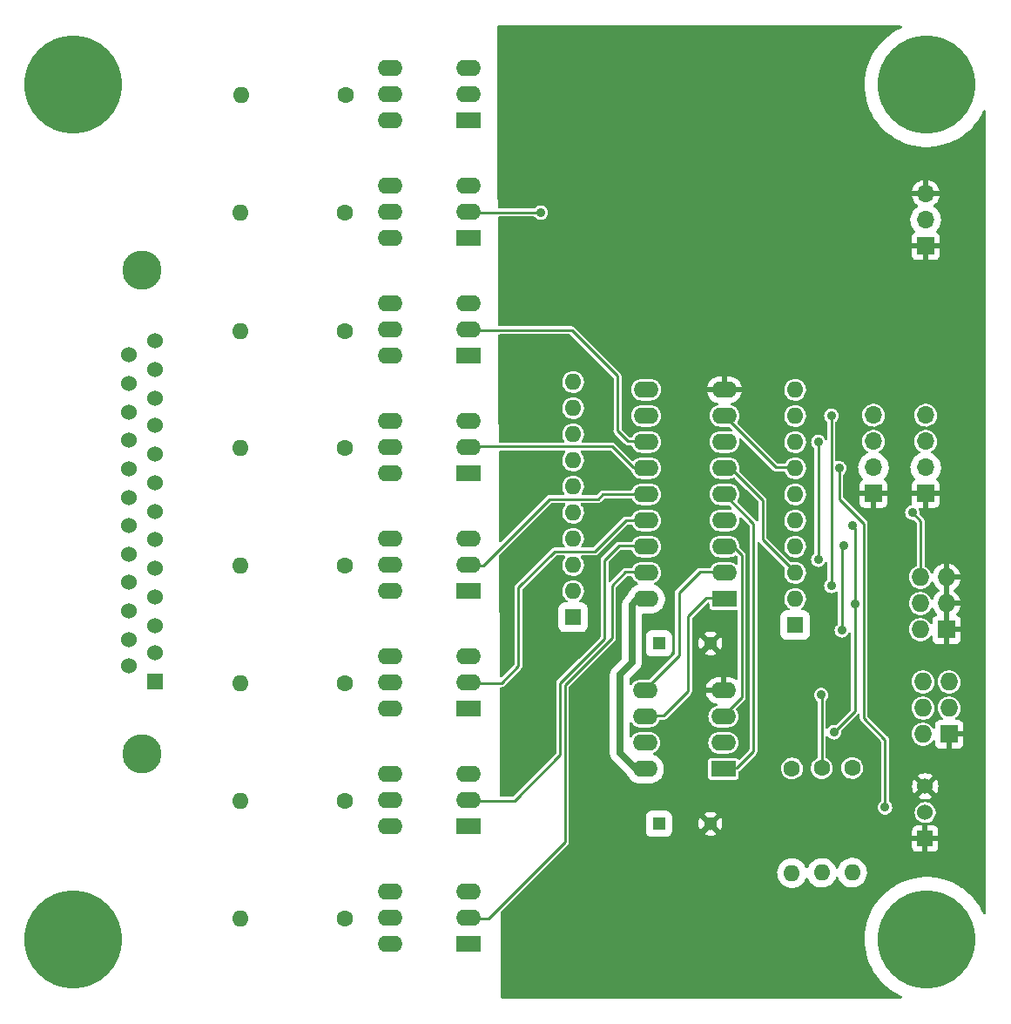
<source format=gbl>
%TF.GenerationSoftware,KiCad,Pcbnew,(6.0.1)*%
%TF.CreationDate,2022-09-29T09:15:53-04:00*%
%TF.ProjectId,OptoOut8-I2C,4f70746f-4f75-4743-982d-4932432e6b69,X1*%
%TF.SameCoordinates,Original*%
%TF.FileFunction,Copper,L2,Bot*%
%TF.FilePolarity,Positive*%
%FSLAX46Y46*%
G04 Gerber Fmt 4.6, Leading zero omitted, Abs format (unit mm)*
G04 Created by KiCad (PCBNEW (6.0.1)) date 2022-09-29 09:15:53*
%MOMM*%
%LPD*%
G01*
G04 APERTURE LIST*
%TA.AperFunction,ComponentPad*%
%ADD10C,1.600000*%
%TD*%
%TA.AperFunction,ComponentPad*%
%ADD11O,1.600000X1.600000*%
%TD*%
%TA.AperFunction,ComponentPad*%
%ADD12R,1.700000X1.700000*%
%TD*%
%TA.AperFunction,ComponentPad*%
%ADD13O,1.700000X1.700000*%
%TD*%
%TA.AperFunction,ComponentPad*%
%ADD14R,2.400000X1.600000*%
%TD*%
%TA.AperFunction,ComponentPad*%
%ADD15O,2.400000X1.600000*%
%TD*%
%TA.AperFunction,ComponentPad*%
%ADD16R,1.600000X1.600000*%
%TD*%
%TA.AperFunction,ComponentPad*%
%ADD17C,3.810000*%
%TD*%
%TA.AperFunction,ComponentPad*%
%ADD18R,1.524000X1.524000*%
%TD*%
%TA.AperFunction,ComponentPad*%
%ADD19C,1.524000*%
%TD*%
%TA.AperFunction,ComponentPad*%
%ADD20C,9.525000*%
%TD*%
%TA.AperFunction,ComponentPad*%
%ADD21R,1.727200X1.727200*%
%TD*%
%TA.AperFunction,ComponentPad*%
%ADD22O,1.727200X1.727200*%
%TD*%
%TA.AperFunction,ComponentPad*%
%ADD23R,1.300000X1.300000*%
%TD*%
%TA.AperFunction,ComponentPad*%
%ADD24C,1.300000*%
%TD*%
%TA.AperFunction,ViaPad*%
%ADD25C,0.889000*%
%TD*%
%TA.AperFunction,Conductor*%
%ADD26C,0.254000*%
%TD*%
%TA.AperFunction,Conductor*%
%ADD27C,0.635000*%
%TD*%
G04 APERTURE END LIST*
D10*
%TO.P,R11,1*%
%TO.N,Net-(J5-Pad3)*%
X111750000Y-92370000D03*
D11*
%TO.P,R11,2*%
%TO.N,/VCC*%
X111750000Y-102530000D03*
%TD*%
D10*
%TO.P,R10,1*%
%TO.N,Net-(J5-Pad5)*%
X108800000Y-92390000D03*
D11*
%TO.P,R10,2*%
%TO.N,/VCC*%
X108800000Y-102550000D03*
%TD*%
D10*
%TO.P,R9,1*%
%TO.N,Net-(J5-Pad2)*%
X105900000Y-92420000D03*
D11*
%TO.P,R9,2*%
%TO.N,/VCC*%
X105900000Y-102580000D03*
%TD*%
D10*
%TO.P,R6,1*%
%TO.N,Net-(R6-Pad1)*%
X62410000Y-84100000D03*
D11*
%TO.P,R6,2*%
%TO.N,Net-(J7-Pad17)*%
X52250000Y-84100000D03*
%TD*%
D10*
%TO.P,R5,1*%
%TO.N,Net-(R5-Pad1)*%
X62460000Y-72700000D03*
D11*
%TO.P,R5,2*%
%TO.N,Net-(J7-Pad6)*%
X52300000Y-72700000D03*
%TD*%
D10*
%TO.P,R4,1*%
%TO.N,Net-(R4-Pad1)*%
X62460000Y-61300000D03*
D11*
%TO.P,R4,2*%
%TO.N,Net-(J7-Pad20)*%
X52300000Y-61300000D03*
%TD*%
D10*
%TO.P,R3,1*%
%TO.N,Net-(R3-Pad1)*%
X62460000Y-49900000D03*
D11*
%TO.P,R3,2*%
%TO.N,Net-(J7-Pad9)*%
X52300000Y-49900000D03*
%TD*%
D10*
%TO.P,R2,1*%
%TO.N,Net-(R2-Pad1)*%
X62460000Y-38400000D03*
D11*
%TO.P,R2,2*%
%TO.N,Net-(J7-Pad23)*%
X52300000Y-38400000D03*
%TD*%
D10*
%TO.P,R1,1*%
%TO.N,Net-(R1-Pad1)*%
X62510000Y-27000000D03*
D11*
%TO.P,R1,2*%
%TO.N,Net-(J7-Pad12)*%
X52350000Y-27000000D03*
%TD*%
D10*
%TO.P,R7,1*%
%TO.N,Net-(R7-Pad1)*%
X62410000Y-95550000D03*
D11*
%TO.P,R7,2*%
%TO.N,Net-(J7-Pad3)*%
X52250000Y-95550000D03*
%TD*%
D10*
%TO.P,R8,1*%
%TO.N,Net-(R8-Pad1)*%
X62460000Y-107000000D03*
D11*
%TO.P,R8,2*%
%TO.N,Net-(J7-Pad14)*%
X52300000Y-107000000D03*
%TD*%
D12*
%TO.P,J1,1,P1*%
%TO.N,GND*%
X118900000Y-41656000D03*
D13*
%TO.P,J1,2,PM*%
%TO.N,/VCC*%
X118900000Y-39116000D03*
%TO.P,J1,3,P3*%
%TO.N,GND*%
X118900000Y-36576000D03*
%TD*%
D14*
%TO.P,U10,1,A0*%
%TO.N,/A0*%
X99225000Y-92450000D03*
D15*
%TO.P,U10,2,A1*%
%TO.N,/A1*%
X99225000Y-89910000D03*
%TO.P,U10,3,A2*%
%TO.N,/A2*%
X99225000Y-87370000D03*
%TO.P,U10,4,GND*%
%TO.N,GND*%
X99225000Y-84830000D03*
%TO.P,U10,5,SDA*%
%TO.N,/SDA*%
X91605000Y-84830000D03*
%TO.P,U10,6,SCL*%
%TO.N,/SCL*%
X91605000Y-87370000D03*
%TO.P,U10,7,TEST*%
%TO.N,Net-(J5-Pad2)*%
X91605000Y-89910000D03*
%TO.P,U10,8,VCC*%
%TO.N,/VCC*%
X91605000Y-92450000D03*
%TD*%
D14*
%TO.P,U9,1,SCL*%
%TO.N,/SCL*%
X99329000Y-75936000D03*
D15*
%TO.P,U9,2,SDA*%
%TO.N,/SDA*%
X99329000Y-73396000D03*
%TO.P,U9,3,A2*%
%TO.N,/A2*%
X99329000Y-70856000D03*
%TO.P,U9,4,A1*%
%TO.N,/A1*%
X99329000Y-68316000D03*
%TO.P,U9,5,A0*%
%TO.N,/A0*%
X99329000Y-65776000D03*
%TO.P,U9,6,~{RST}*%
%TO.N,Net-(RP2-Pad3)*%
X99329000Y-63236000D03*
%TO.P,U9,7*%
%TO.N,N/C*%
X99329000Y-60696000D03*
%TO.P,U9,8,INT*%
%TO.N,Net-(RP2-Pad7)*%
X99329000Y-58156000D03*
%TO.P,U9,9,VSS*%
%TO.N,GND*%
X99329000Y-55616000D03*
%TO.P,U9,10,GP0*%
%TO.N,Net-(U1-Pad2)*%
X91709000Y-55616000D03*
%TO.P,U9,11,GP1*%
%TO.N,Net-(U2-Pad2)*%
X91709000Y-58156000D03*
%TO.P,U9,12,GP2*%
%TO.N,Net-(U3-Pad2)*%
X91709000Y-60696000D03*
%TO.P,U9,13,GP3*%
%TO.N,Net-(U4-Pad2)*%
X91709000Y-63236000D03*
%TO.P,U9,14,GP4*%
%TO.N,Net-(U5-Pad2)*%
X91709000Y-65776000D03*
%TO.P,U9,15,GP5*%
%TO.N,Net-(U6-Pad2)*%
X91709000Y-68316000D03*
%TO.P,U9,16,GP6*%
%TO.N,Net-(U7-Pad2)*%
X91709000Y-70856000D03*
%TO.P,U9,17,GP7*%
%TO.N,Net-(U8-Pad2)*%
X91709000Y-73396000D03*
%TO.P,U9,18,VDD*%
%TO.N,/VCC*%
X91709000Y-75936000D03*
%TD*%
D14*
%TO.P,U8,1*%
%TO.N,Net-(RP1-Pad3)*%
X74422000Y-109474000D03*
D15*
%TO.P,U8,2*%
%TO.N,Net-(U8-Pad2)*%
X74422000Y-106934000D03*
%TO.P,U8,3*%
%TO.N,N/C*%
X74422000Y-104394000D03*
%TO.P,U8,4*%
%TO.N,Net-(J7-Pad2)*%
X66802000Y-104394000D03*
%TO.P,U8,5*%
%TO.N,Net-(R8-Pad1)*%
X66802000Y-106934000D03*
%TO.P,U8,6*%
%TO.N,unconnected-(U8-Pad6)*%
X66802000Y-109474000D03*
%TD*%
%TO.P,U7,6*%
%TO.N,unconnected-(U7-Pad6)*%
X66802000Y-98044000D03*
%TO.P,U7,5*%
%TO.N,Net-(R7-Pad1)*%
X66802000Y-95504000D03*
%TO.P,U7,4*%
%TO.N,Net-(J7-Pad16)*%
X66802000Y-92964000D03*
%TO.P,U7,3*%
%TO.N,N/C*%
X74422000Y-92964000D03*
%TO.P,U7,2*%
%TO.N,Net-(U7-Pad2)*%
X74422000Y-95504000D03*
D14*
%TO.P,U7,1*%
%TO.N,Net-(RP1-Pad4)*%
X74422000Y-98044000D03*
%TD*%
%TO.P,U6,1*%
%TO.N,Net-(RP1-Pad5)*%
X74437000Y-86599000D03*
D15*
%TO.P,U6,2*%
%TO.N,Net-(U6-Pad2)*%
X74437000Y-84059000D03*
%TO.P,U6,3*%
%TO.N,N/C*%
X74437000Y-81519000D03*
%TO.P,U6,4*%
%TO.N,Net-(J7-Pad5)*%
X66817000Y-81519000D03*
%TO.P,U6,5*%
%TO.N,Net-(R6-Pad1)*%
X66817000Y-84059000D03*
%TO.P,U6,6*%
%TO.N,unconnected-(U6-Pad6)*%
X66817000Y-86599000D03*
%TD*%
D14*
%TO.P,U5,1*%
%TO.N,Net-(RP1-Pad6)*%
X74422000Y-75184000D03*
D15*
%TO.P,U5,2*%
%TO.N,Net-(U5-Pad2)*%
X74422000Y-72644000D03*
%TO.P,U5,3*%
%TO.N,N/C*%
X74422000Y-70104000D03*
%TO.P,U5,4*%
%TO.N,Net-(J7-Pad19)*%
X66802000Y-70104000D03*
%TO.P,U5,5*%
%TO.N,Net-(R5-Pad1)*%
X66802000Y-72644000D03*
%TO.P,U5,6*%
%TO.N,unconnected-(U5-Pad6)*%
X66802000Y-75184000D03*
%TD*%
D14*
%TO.P,U4,1*%
%TO.N,Net-(RP1-Pad7)*%
X74422000Y-63754000D03*
D15*
%TO.P,U4,2*%
%TO.N,Net-(U4-Pad2)*%
X74422000Y-61214000D03*
%TO.P,U4,3*%
%TO.N,N/C*%
X74422000Y-58674000D03*
%TO.P,U4,4*%
%TO.N,Net-(J7-Pad8)*%
X66802000Y-58674000D03*
%TO.P,U4,5*%
%TO.N,Net-(R4-Pad1)*%
X66802000Y-61214000D03*
%TO.P,U4,6*%
%TO.N,unconnected-(U4-Pad6)*%
X66802000Y-63754000D03*
%TD*%
D14*
%TO.P,U3,1*%
%TO.N,Net-(RP1-Pad8)*%
X74422000Y-52324000D03*
D15*
%TO.P,U3,2*%
%TO.N,Net-(U3-Pad2)*%
X74422000Y-49784000D03*
%TO.P,U3,3*%
%TO.N,N/C*%
X74422000Y-47244000D03*
%TO.P,U3,4*%
%TO.N,Net-(J7-Pad22)*%
X66802000Y-47244000D03*
%TO.P,U3,5*%
%TO.N,Net-(R3-Pad1)*%
X66802000Y-49784000D03*
%TO.P,U3,6*%
%TO.N,unconnected-(U3-Pad6)*%
X66802000Y-52324000D03*
%TD*%
D14*
%TO.P,U2,1*%
%TO.N,Net-(RP1-Pad9)*%
X74422000Y-40894000D03*
D15*
%TO.P,U2,2*%
%TO.N,Net-(U2-Pad2)*%
X74422000Y-38354000D03*
%TO.P,U2,3*%
%TO.N,N/C*%
X74422000Y-35814000D03*
%TO.P,U2,4*%
%TO.N,Net-(J7-Pad11)*%
X66802000Y-35814000D03*
%TO.P,U2,5*%
%TO.N,Net-(R2-Pad1)*%
X66802000Y-38354000D03*
%TO.P,U2,6*%
%TO.N,unconnected-(U2-Pad6)*%
X66802000Y-40894000D03*
%TD*%
D14*
%TO.P,U1,1*%
%TO.N,Net-(RP1-Pad10)*%
X74422000Y-29464000D03*
D15*
%TO.P,U1,2*%
%TO.N,Net-(U1-Pad2)*%
X74422000Y-26924000D03*
%TO.P,U1,3*%
%TO.N,N/C*%
X74422000Y-24384000D03*
%TO.P,U1,4*%
%TO.N,Net-(J7-Pad25)*%
X66802000Y-24384000D03*
%TO.P,U1,5*%
%TO.N,Net-(R1-Pad1)*%
X66802000Y-26924000D03*
%TO.P,U1,6*%
%TO.N,unconnected-(U1-Pad6)*%
X66802000Y-29464000D03*
%TD*%
D16*
%TO.P,RP2,1,COM*%
%TO.N,/VCC*%
X106200000Y-78486000D03*
D11*
%TO.P,RP2,2,2*%
%TO.N,unconnected-(RP2-Pad2)*%
X106200000Y-75946000D03*
%TO.P,RP2,3,3*%
%TO.N,Net-(RP2-Pad3)*%
X106200000Y-73406000D03*
%TO.P,RP2,4,4*%
%TO.N,/A2*%
X106200000Y-70866000D03*
%TO.P,RP2,5,5*%
%TO.N,/A1*%
X106200000Y-68326000D03*
%TO.P,RP2,6,6*%
%TO.N,/A0*%
X106200000Y-65786000D03*
%TO.P,RP2,7,7*%
%TO.N,Net-(RP2-Pad7)*%
X106200000Y-63246000D03*
%TO.P,RP2,8,8*%
%TO.N,unconnected-(RP2-Pad8)*%
X106200000Y-60706000D03*
%TO.P,RP2,9,9*%
%TO.N,unconnected-(RP2-Pad9)*%
X106200000Y-58166000D03*
%TO.P,RP2,10,10*%
%TO.N,unconnected-(RP2-Pad10)*%
X106200000Y-55626000D03*
%TD*%
D16*
%TO.P,RP1,1,COM*%
%TO.N,/VCC*%
X84610000Y-77724000D03*
D11*
%TO.P,RP1,2,2*%
%TO.N,unconnected-(RP1-Pad2)*%
X84610000Y-75184000D03*
%TO.P,RP1,3,3*%
%TO.N,Net-(RP1-Pad3)*%
X84610000Y-72644000D03*
%TO.P,RP1,4,4*%
%TO.N,Net-(RP1-Pad4)*%
X84610000Y-70104000D03*
%TO.P,RP1,5,5*%
%TO.N,Net-(RP1-Pad5)*%
X84610000Y-67564000D03*
%TO.P,RP1,6,6*%
%TO.N,Net-(RP1-Pad6)*%
X84610000Y-65024000D03*
%TO.P,RP1,7,7*%
%TO.N,Net-(RP1-Pad7)*%
X84610000Y-62484000D03*
%TO.P,RP1,8,8*%
%TO.N,Net-(RP1-Pad8)*%
X84610000Y-59944000D03*
%TO.P,RP1,9,9*%
%TO.N,Net-(RP1-Pad9)*%
X84610000Y-57404000D03*
%TO.P,RP1,10,10*%
%TO.N,Net-(RP1-Pad10)*%
X84610000Y-54864000D03*
%TD*%
D17*
%TO.P,J7,*%
%TO.N,*%
X42700000Y-44005000D03*
X42700000Y-90995000D03*
D18*
%TO.P,J7,1,1*%
%TO.N,unconnected-(J7-Pad1)*%
X43970000Y-84010000D03*
D19*
%TO.P,J7,2,2*%
%TO.N,Net-(J7-Pad2)*%
X43970000Y-81216000D03*
%TO.P,J7,3,3*%
%TO.N,Net-(J7-Pad3)*%
X43970000Y-78549000D03*
%TO.P,J7,4,4*%
%TO.N,unconnected-(J7-Pad4)*%
X43970000Y-75755000D03*
%TO.P,J7,5,5*%
%TO.N,Net-(J7-Pad5)*%
X43970000Y-72961000D03*
%TO.P,J7,6,6*%
%TO.N,Net-(J7-Pad6)*%
X43970000Y-70167000D03*
%TO.P,J7,7,7*%
%TO.N,unconnected-(J7-Pad7)*%
X43970000Y-67500000D03*
%TO.P,J7,8,8*%
%TO.N,Net-(J7-Pad8)*%
X43970000Y-64706000D03*
%TO.P,J7,9,9*%
%TO.N,Net-(J7-Pad9)*%
X43970000Y-61912000D03*
%TO.P,J7,10,10*%
%TO.N,unconnected-(J7-Pad10)*%
X43970000Y-59118000D03*
%TO.P,J7,11,11*%
%TO.N,Net-(J7-Pad11)*%
X43970000Y-56451000D03*
%TO.P,J7,12,12*%
%TO.N,Net-(J7-Pad12)*%
X43970000Y-53657000D03*
%TO.P,J7,13,13*%
%TO.N,unconnected-(J7-Pad13)*%
X43970000Y-50863000D03*
%TO.P,J7,14,P14*%
%TO.N,Net-(J7-Pad14)*%
X41430000Y-82435200D03*
%TO.P,J7,15,P15*%
%TO.N,unconnected-(J7-Pad15)*%
X41430000Y-79895200D03*
%TO.P,J7,16,P16*%
%TO.N,Net-(J7-Pad16)*%
X41430000Y-77101200D03*
%TO.P,J7,17,P17*%
%TO.N,Net-(J7-Pad17)*%
X41430000Y-74358000D03*
%TO.P,J7,18,P18*%
%TO.N,unconnected-(J7-Pad18)*%
X41430000Y-71614800D03*
%TO.P,J7,19,P19*%
%TO.N,Net-(J7-Pad19)*%
X41430000Y-68820800D03*
%TO.P,J7,20,P20*%
%TO.N,Net-(J7-Pad20)*%
X41430000Y-66077600D03*
%TO.P,J7,21,P21*%
%TO.N,unconnected-(J7-Pad21)*%
X41430000Y-63334400D03*
%TO.P,J7,22,P22*%
%TO.N,Net-(J7-Pad22)*%
X41430000Y-60489600D03*
%TO.P,J7,23,P23*%
%TO.N,Net-(J7-Pad23)*%
X41430000Y-57797200D03*
%TO.P,J7,24,P24*%
%TO.N,unconnected-(J7-Pad24)*%
X41430000Y-55054000D03*
%TO.P,J7,25,P25*%
%TO.N,Net-(J7-Pad25)*%
X41430000Y-52260000D03*
%TD*%
D12*
%TO.P,J3,1,P1*%
%TO.N,GND*%
X118900000Y-65720000D03*
D13*
%TO.P,J3,2,P2*%
%TO.N,/VCC*%
X118900000Y-63180000D03*
%TO.P,J3,3,P3*%
%TO.N,/SDA*%
X118900000Y-60640000D03*
%TO.P,J3,4,P4*%
%TO.N,/SCL*%
X118900000Y-58100000D03*
%TD*%
D12*
%TO.P,J2,1,P1*%
%TO.N,GND*%
X113820000Y-65720000D03*
D13*
%TO.P,J2,2,P2*%
%TO.N,/VCC*%
X113820000Y-63180000D03*
%TO.P,J2,3,P3*%
%TO.N,/SDA*%
X113820000Y-60640000D03*
%TO.P,J2,4,P4*%
%TO.N,/SCL*%
X113820000Y-58100000D03*
%TD*%
D20*
%TO.P,MTG4,1*%
%TO.N,N/C*%
X36000000Y-26000000D03*
%TD*%
%TO.P,MTG3,1*%
%TO.N,N/C*%
X119000000Y-26000000D03*
%TD*%
%TO.P,MTG2,1*%
%TO.N,N/C*%
X36000000Y-109000000D03*
%TD*%
%TO.P,MTG1,1*%
%TO.N,N/C*%
X119000000Y-109000000D03*
%TD*%
D18*
%TO.P,J6,1,P1*%
%TO.N,GND*%
X118850000Y-99240000D03*
D19*
%TO.P,J6,2,PM*%
%TO.N,Net-(RP2-Pad7)*%
X118850000Y-96700000D03*
%TO.P,J6,3,P3*%
%TO.N,GND*%
X118850000Y-94160000D03*
%TD*%
D21*
%TO.P,J4,1,1*%
%TO.N,GND*%
X120932000Y-78928000D03*
D22*
%TO.P,J4,2,2*%
%TO.N,/A2*%
X118392000Y-78928000D03*
%TO.P,J4,3,3*%
%TO.N,GND*%
X120932000Y-76388000D03*
%TO.P,J4,4,4*%
%TO.N,/A1*%
X118392000Y-76388000D03*
%TO.P,J4,5,5*%
%TO.N,GND*%
X120932000Y-73848000D03*
%TO.P,J4,6,6*%
%TO.N,/A0*%
X118392000Y-73848000D03*
%TD*%
D21*
%TO.P,J5,1,P1*%
%TO.N,GND*%
X121186000Y-89088000D03*
D22*
%TO.P,J5,2,P2*%
%TO.N,Net-(J5-Pad2)*%
X118646000Y-89088000D03*
%TO.P,J5,3,P3*%
%TO.N,Net-(J5-Pad3)*%
X121186000Y-86548000D03*
%TO.P,J5,4,P4*%
%TO.N,/SCL*%
X118646000Y-86548000D03*
%TO.P,J5,5,P5*%
%TO.N,Net-(J5-Pad5)*%
X121186000Y-84008000D03*
%TO.P,J5,6,P6*%
%TO.N,/SDA*%
X118646000Y-84008000D03*
%TD*%
D23*
%TO.P,C1,1*%
%TO.N,/VCC*%
X92964000Y-80264000D03*
D24*
%TO.P,C1,2*%
%TO.N,GND*%
X97964000Y-80264000D03*
%TD*%
D23*
%TO.P,C2,1*%
%TO.N,/VCC*%
X92964000Y-97790000D03*
D24*
%TO.P,C2,2*%
%TO.N,GND*%
X97964000Y-97790000D03*
%TD*%
D25*
%TO.N,Net-(U2-Pad2)*%
X81465000Y-38415000D03*
%TO.N,Net-(RP2-Pad7)*%
X114950000Y-96200000D03*
X110502200Y-63250000D03*
%TO.N,/A0*%
X117602000Y-67564000D03*
%TO.N,/A1*%
X112014000Y-76454000D03*
X111760000Y-68834000D03*
X109982000Y-88900000D03*
%TO.N,/A2*%
X110744000Y-78994000D03*
X110932000Y-70800000D03*
%TO.N,/SCL*%
X109728000Y-74676000D03*
X109728000Y-58166000D03*
%TO.N,/SDA*%
X108458000Y-72136000D03*
X108458000Y-60706000D03*
%TO.N,Net-(J5-Pad5)*%
X108740000Y-85278000D03*
%TD*%
D26*
%TO.N,Net-(U2-Pad2)*%
X81465000Y-38415000D02*
X74450000Y-38415000D01*
%TO.N,Net-(RP2-Pad7)*%
X114950000Y-89600000D02*
X114950000Y-96200000D01*
X112879711Y-87529711D02*
X114950000Y-89600000D01*
X112879711Y-68629711D02*
X112879711Y-87529711D01*
X110502200Y-66252200D02*
X112879711Y-68629711D01*
X110502200Y-63250000D02*
X110502200Y-66252200D01*
%TO.N,Net-(U6-Pad2)*%
X77625000Y-84135000D02*
X74450000Y-84135000D01*
X79276000Y-82484000D02*
X77625000Y-84135000D01*
X86700000Y-71350000D02*
X82790000Y-71350000D01*
X82790000Y-71350000D02*
X79276000Y-74864000D01*
X79276000Y-74864000D02*
X79276000Y-82484000D01*
X89734000Y-68316000D02*
X86700000Y-71350000D01*
X91709000Y-68316000D02*
X89734000Y-68316000D01*
%TO.N,Net-(U5-Pad2)*%
X75847000Y-72705000D02*
X74450000Y-72705000D01*
X82302000Y-66250000D02*
X75847000Y-72705000D01*
X87524000Y-65776000D02*
X87050000Y-66250000D01*
X87050000Y-66250000D02*
X82302000Y-66250000D01*
X91709000Y-65776000D02*
X87524000Y-65776000D01*
%TO.N,Net-(U7-Pad2)*%
X87658000Y-79817000D02*
X87658000Y-72197000D01*
%TO.N,Net-(J5-Pad5)*%
X108800000Y-85338000D02*
X108800000Y-92390000D01*
X108740000Y-85278000D02*
X108800000Y-85338000D01*
%TO.N,/A0*%
X118392000Y-73848000D02*
X118392000Y-68354000D01*
X118392000Y-68354000D02*
X117602000Y-67564000D01*
X99215000Y-92390000D02*
X100485000Y-92390000D01*
X102136000Y-68641000D02*
X99215000Y-65720000D01*
X102136000Y-90739000D02*
X102136000Y-68641000D01*
X100485000Y-92390000D02*
X102136000Y-90739000D01*
%TO.N,/A1*%
X112014000Y-86868000D02*
X109982000Y-88900000D01*
X112014000Y-69088000D02*
X112014000Y-76454000D01*
X112014000Y-76454000D02*
X112014000Y-86868000D01*
X111760000Y-68834000D02*
X112014000Y-69088000D01*
%TO.N,/A2*%
X110744000Y-70988000D02*
X110744000Y-78994000D01*
X110932000Y-70800000D02*
X110744000Y-70988000D01*
X100993000Y-85532000D02*
X99215000Y-87310000D01*
X100993000Y-71689000D02*
X100993000Y-85532000D01*
X100104000Y-70800000D02*
X100993000Y-71689000D01*
%TO.N,/SCL*%
X109728000Y-74676000D02*
X109728000Y-58166000D01*
X91595000Y-87310000D02*
X93373000Y-87310000D01*
X97564000Y-75880000D02*
X99215000Y-75880000D01*
X95786000Y-77658000D02*
X97564000Y-75880000D01*
X95786000Y-84897000D02*
X95786000Y-77658000D01*
X93373000Y-87310000D02*
X95786000Y-84897000D01*
%TO.N,/SDA*%
X108458000Y-72136000D02*
X108458000Y-60706000D01*
X91595000Y-84770000D02*
X94897000Y-81468000D01*
X94897000Y-75372000D02*
X96929000Y-73340000D01*
X94897000Y-81468000D02*
X94897000Y-75372000D01*
X96929000Y-73340000D02*
X99215000Y-73340000D01*
D27*
%TO.N,/VCC*%
X89154000Y-83312000D02*
X89154000Y-90932000D01*
X90612000Y-92390000D02*
X91595000Y-92390000D01*
X89154000Y-90932000D02*
X90612000Y-92390000D01*
X90325000Y-78420000D02*
X90325000Y-82141000D01*
X90325000Y-82141000D02*
X89154000Y-83312000D01*
X90960000Y-75880000D02*
X90325000Y-76515000D01*
X90325000Y-76515000D02*
X90325000Y-78420000D01*
D26*
X90960000Y-75880000D02*
X90325000Y-76515000D01*
X90325000Y-76515000D02*
X90325000Y-78420000D01*
%TO.N,Net-(RP2-Pad3)*%
X103025000Y-70165000D02*
X103025000Y-66355000D01*
X103025000Y-66355000D02*
X99850000Y-63180000D01*
X106200000Y-73340000D02*
X103025000Y-70165000D01*
%TO.N,Net-(RP2-Pad7)*%
X99248000Y-58100000D02*
X104328000Y-63180000D01*
X104328000Y-63180000D02*
X106200000Y-63180000D01*
%TO.N,Net-(U3-Pad2)*%
X89944000Y-60640000D02*
X88928000Y-59624000D01*
X88928000Y-59624000D02*
X88928000Y-54290000D01*
X91595000Y-60640000D02*
X89944000Y-60640000D01*
X84483000Y-49845000D02*
X88928000Y-54290000D01*
X74450000Y-49845000D02*
X84483000Y-49845000D01*
%TO.N,Net-(U4-Pad2)*%
X90452000Y-63180000D02*
X88420000Y-61148000D01*
X88420000Y-61148000D02*
X74577000Y-61148000D01*
X91595000Y-63180000D02*
X90452000Y-63180000D01*
%TO.N,Net-(U7-Pad2)*%
X78895000Y-95565000D02*
X83340000Y-91120000D01*
X83340000Y-91120000D02*
X83340000Y-84135000D01*
X83340000Y-84135000D02*
X87658000Y-79817000D01*
X74450000Y-95565000D02*
X78895000Y-95565000D01*
X87658000Y-72197000D02*
X89055000Y-70800000D01*
X89055000Y-70800000D02*
X91595000Y-70800000D01*
%TO.N,Net-(U8-Pad2)*%
X91595000Y-73340000D02*
X89728000Y-73340000D01*
X74450000Y-106995000D02*
X76393000Y-106995000D01*
X83820000Y-99568000D02*
X76393000Y-106995000D01*
X83820000Y-84301582D02*
X83820000Y-99568000D01*
X88392000Y-79729582D02*
X83820000Y-84301582D01*
X88392000Y-74676000D02*
X88392000Y-79729582D01*
X89728000Y-73340000D02*
X88392000Y-74676000D01*
%TD*%
%TA.AperFunction,Conductor*%
%TO.N,GND*%
G36*
X116543234Y-20274002D02*
G01*
X116589727Y-20327658D01*
X116599831Y-20397932D01*
X116570337Y-20462512D01*
X116523737Y-20496240D01*
X116450611Y-20526829D01*
X116450602Y-20526833D01*
X116448274Y-20527807D01*
X116017630Y-20750079D01*
X115606198Y-21006173D01*
X115216631Y-21294438D01*
X114851436Y-21613017D01*
X114512968Y-21959858D01*
X114203406Y-22332727D01*
X114201953Y-22334794D01*
X114201951Y-22334797D01*
X113926195Y-22727158D01*
X113926188Y-22727168D01*
X113924745Y-22729222D01*
X113678781Y-23146787D01*
X113677677Y-23149060D01*
X113677673Y-23149068D01*
X113468203Y-23580453D01*
X113468198Y-23580465D01*
X113467096Y-23582734D01*
X113291056Y-24034253D01*
X113151795Y-24498436D01*
X113050209Y-24972293D01*
X112986953Y-25452770D01*
X112986826Y-25455284D01*
X112986825Y-25455291D01*
X112982924Y-25532311D01*
X112962434Y-25936772D01*
X112976811Y-26421182D01*
X113029991Y-26902879D01*
X113121631Y-27378759D01*
X113251141Y-27845757D01*
X113252010Y-27848131D01*
X113416816Y-28298488D01*
X113416821Y-28298499D01*
X113417686Y-28300864D01*
X113620194Y-28741148D01*
X113857360Y-29163773D01*
X114127657Y-29566016D01*
X114429342Y-29945286D01*
X114760472Y-30299140D01*
X114762336Y-30300836D01*
X115117035Y-30623587D01*
X115117044Y-30623595D01*
X115118915Y-30625297D01*
X115502360Y-30921658D01*
X115908338Y-31186311D01*
X115910561Y-31187518D01*
X115910566Y-31187521D01*
X116079305Y-31279139D01*
X116334233Y-31417554D01*
X116777302Y-31613895D01*
X116779666Y-31614723D01*
X116779679Y-31614728D01*
X117232317Y-31773239D01*
X117234690Y-31774070D01*
X117703450Y-31897047D01*
X118180563Y-31982033D01*
X118183069Y-31982274D01*
X118183074Y-31982275D01*
X118366041Y-31999892D01*
X118662956Y-32028482D01*
X118665491Y-32028522D01*
X118665494Y-32028522D01*
X118818771Y-32030930D01*
X119147519Y-32036095D01*
X119150038Y-32035932D01*
X119150042Y-32035932D01*
X119628598Y-32004985D01*
X119628601Y-32004985D01*
X119631132Y-32004821D01*
X119633635Y-32004456D01*
X119633643Y-32004455D01*
X119837773Y-31974675D01*
X120110679Y-31934862D01*
X120583071Y-31826670D01*
X121045265Y-31680941D01*
X121210380Y-31613895D01*
X121491950Y-31499561D01*
X121491952Y-31499560D01*
X121494282Y-31498614D01*
X121709071Y-31390587D01*
X121924983Y-31281995D01*
X121924990Y-31281991D01*
X121927231Y-31280864D01*
X122341321Y-31029093D01*
X122343355Y-31027621D01*
X122343362Y-31027616D01*
X122731832Y-30746410D01*
X122731834Y-30746408D01*
X122733886Y-30744923D01*
X123102397Y-30430185D01*
X123444478Y-30086907D01*
X123446116Y-30084976D01*
X123756296Y-29719226D01*
X123756302Y-29719218D01*
X123757928Y-29717301D01*
X124040725Y-29323746D01*
X124291049Y-28908779D01*
X124507238Y-28475171D01*
X124555534Y-28423132D01*
X124624297Y-28405465D01*
X124691696Y-28427779D01*
X124736332Y-28482989D01*
X124746000Y-28531392D01*
X124746000Y-106477318D01*
X124725998Y-106545439D01*
X124672342Y-106591932D01*
X124602068Y-106602036D01*
X124537488Y-106572542D01*
X124506088Y-106531169D01*
X124350806Y-106202666D01*
X124349559Y-106200497D01*
X124349552Y-106200484D01*
X124218456Y-105972503D01*
X124109227Y-105782548D01*
X123834734Y-105383157D01*
X123610906Y-105107737D01*
X123530696Y-105009039D01*
X123530691Y-105009033D01*
X123529093Y-105007067D01*
X123194276Y-104656700D01*
X123145248Y-104613017D01*
X122834317Y-104335989D01*
X122832437Y-104334314D01*
X122781904Y-104296096D01*
X122447916Y-104043503D01*
X122447914Y-104043502D01*
X122445910Y-104041986D01*
X122409731Y-104018937D01*
X122088455Y-103814262D01*
X122037183Y-103781598D01*
X122034946Y-103780414D01*
X122034933Y-103780406D01*
X121611135Y-103556017D01*
X121611131Y-103556015D01*
X121608889Y-103554828D01*
X121163789Y-103363138D01*
X120704749Y-103207761D01*
X120234726Y-103089700D01*
X120232245Y-103089285D01*
X120232241Y-103089284D01*
X120029178Y-103055303D01*
X119756749Y-103009714D01*
X119273897Y-102968319D01*
X119015515Y-102966966D01*
X118791811Y-102965794D01*
X118791805Y-102965794D01*
X118789280Y-102965781D01*
X118306021Y-103002118D01*
X117827233Y-103077094D01*
X117356000Y-103190227D01*
X117353610Y-103191008D01*
X117353600Y-103191011D01*
X116897756Y-103340004D01*
X116897751Y-103340006D01*
X116895358Y-103340788D01*
X116448274Y-103527807D01*
X116244094Y-103633192D01*
X116056682Y-103729923D01*
X116017630Y-103750079D01*
X115606198Y-104006173D01*
X115216631Y-104294438D01*
X115214735Y-104296092D01*
X115214730Y-104296096D01*
X115170920Y-104334314D01*
X114851436Y-104613017D01*
X114512968Y-104959858D01*
X114203406Y-105332727D01*
X114201953Y-105334794D01*
X114201951Y-105334797D01*
X113926195Y-105727158D01*
X113926188Y-105727168D01*
X113924745Y-105729222D01*
X113678781Y-106146787D01*
X113677677Y-106149060D01*
X113677673Y-106149068D01*
X113468203Y-106580453D01*
X113468198Y-106580465D01*
X113467096Y-106582734D01*
X113455101Y-106613500D01*
X113294529Y-107025346D01*
X113291056Y-107034253D01*
X113151795Y-107498436D01*
X113050209Y-107972293D01*
X112986953Y-108452770D01*
X112962434Y-108936772D01*
X112976811Y-109421182D01*
X113029991Y-109902879D01*
X113121631Y-110378759D01*
X113251141Y-110845757D01*
X113252010Y-110848131D01*
X113416816Y-111298488D01*
X113416821Y-111298499D01*
X113417686Y-111300864D01*
X113620194Y-111741148D01*
X113857360Y-112163773D01*
X114127657Y-112566016D01*
X114429342Y-112945286D01*
X114760472Y-113299140D01*
X114762336Y-113300836D01*
X115117035Y-113623587D01*
X115117044Y-113623595D01*
X115118915Y-113625297D01*
X115502360Y-113921658D01*
X115908338Y-114186311D01*
X115910561Y-114187518D01*
X115910566Y-114187521D01*
X116079305Y-114279139D01*
X116334233Y-114417554D01*
X116531124Y-114504804D01*
X116585300Y-114550689D01*
X116606068Y-114618581D01*
X116586835Y-114686922D01*
X116533706Y-114734017D01*
X116480076Y-114746000D01*
X77724665Y-114746000D01*
X77656544Y-114725998D01*
X77610051Y-114672342D01*
X77598667Y-114620512D01*
X77565458Y-106414764D01*
X77585183Y-106346565D01*
X77602361Y-106325161D01*
X80365080Y-103562443D01*
X81382716Y-102544807D01*
X104460010Y-102544807D01*
X104460307Y-102549959D01*
X104460307Y-102549963D01*
X104466096Y-102650364D01*
X104473598Y-102780468D01*
X104474735Y-102785514D01*
X104474736Y-102785520D01*
X104484596Y-102829270D01*
X104525493Y-103010744D01*
X104527435Y-103015526D01*
X104527436Y-103015530D01*
X104563387Y-103104065D01*
X104614302Y-103229453D01*
X104737638Y-103430720D01*
X104892191Y-103609141D01*
X105073809Y-103759923D01*
X105078261Y-103762525D01*
X105078266Y-103762528D01*
X105260199Y-103868841D01*
X105277615Y-103879018D01*
X105498136Y-103963226D01*
X105503202Y-103964257D01*
X105503203Y-103964257D01*
X105558596Y-103975527D01*
X105729449Y-104010287D01*
X105862360Y-104015161D01*
X105960178Y-104018748D01*
X105960182Y-104018748D01*
X105965342Y-104018937D01*
X105970462Y-104018281D01*
X105970464Y-104018281D01*
X106075424Y-104004835D01*
X106199480Y-103988943D01*
X106204428Y-103987458D01*
X106204435Y-103987457D01*
X106420633Y-103922594D01*
X106425576Y-103921111D01*
X106441672Y-103913226D01*
X106632919Y-103819535D01*
X106637557Y-103817263D01*
X106687557Y-103781598D01*
X106825518Y-103683192D01*
X106825523Y-103683188D01*
X106829730Y-103680187D01*
X106996935Y-103513565D01*
X107134681Y-103321871D01*
X107157318Y-103276070D01*
X107236977Y-103114892D01*
X107236978Y-103114889D01*
X107239269Y-103110254D01*
X107240771Y-103105310D01*
X107241264Y-103104065D01*
X107284941Y-103048093D01*
X107351945Y-103024620D01*
X107421003Y-103041099D01*
X107470189Y-103092297D01*
X107475157Y-103103050D01*
X107504235Y-103174660D01*
X107514302Y-103199453D01*
X107637638Y-103400720D01*
X107792191Y-103579141D01*
X107973809Y-103729923D01*
X107978261Y-103732525D01*
X107978266Y-103732528D01*
X108071934Y-103787263D01*
X108177615Y-103849018D01*
X108398136Y-103933226D01*
X108403202Y-103934257D01*
X108403203Y-103934257D01*
X108418932Y-103937457D01*
X108629449Y-103980287D01*
X108762360Y-103985161D01*
X108860178Y-103988748D01*
X108860182Y-103988748D01*
X108865342Y-103988937D01*
X108870462Y-103988281D01*
X108870464Y-103988281D01*
X108944335Y-103978818D01*
X109099480Y-103958943D01*
X109104428Y-103957458D01*
X109104435Y-103957457D01*
X109320633Y-103892594D01*
X109325576Y-103891111D01*
X109355579Y-103876413D01*
X109532919Y-103789535D01*
X109537557Y-103787263D01*
X109591317Y-103748916D01*
X109725518Y-103653192D01*
X109725523Y-103653188D01*
X109729730Y-103650187D01*
X109896935Y-103483565D01*
X109911307Y-103463565D01*
X109938070Y-103426319D01*
X110034681Y-103291871D01*
X110042491Y-103276070D01*
X110136975Y-103084896D01*
X110136976Y-103084894D01*
X110139269Y-103080254D01*
X110157704Y-103019576D01*
X110196645Y-102960211D01*
X110261498Y-102931323D01*
X110331675Y-102942084D01*
X110384893Y-102989076D01*
X110395005Y-103008798D01*
X110462355Y-103174660D01*
X110462359Y-103174668D01*
X110464302Y-103179453D01*
X110587638Y-103380720D01*
X110742191Y-103559141D01*
X110923809Y-103709923D01*
X110928261Y-103712525D01*
X110928266Y-103712528D01*
X111056160Y-103787263D01*
X111127615Y-103829018D01*
X111348136Y-103913226D01*
X111353202Y-103914257D01*
X111353203Y-103914257D01*
X111386892Y-103921111D01*
X111579449Y-103960287D01*
X111712360Y-103965161D01*
X111810178Y-103968748D01*
X111810182Y-103968748D01*
X111815342Y-103968937D01*
X111820462Y-103968281D01*
X111820464Y-103968281D01*
X111904957Y-103957457D01*
X112049480Y-103938943D01*
X112054428Y-103937458D01*
X112054435Y-103937457D01*
X112270633Y-103872594D01*
X112275576Y-103871111D01*
X112487557Y-103767263D01*
X112544532Y-103726623D01*
X112675518Y-103633192D01*
X112675523Y-103633188D01*
X112679730Y-103630187D01*
X112846935Y-103463565D01*
X112984681Y-103271871D01*
X113005646Y-103229453D01*
X113086975Y-103064896D01*
X113086976Y-103064894D01*
X113089269Y-103060254D01*
X113157889Y-102834396D01*
X113165669Y-102775299D01*
X113188263Y-102603686D01*
X113188264Y-102603679D01*
X113188700Y-102600364D01*
X113190420Y-102530000D01*
X113175189Y-102344742D01*
X113171502Y-102299893D01*
X113171501Y-102299887D01*
X113171078Y-102294742D01*
X113113573Y-102065802D01*
X113055406Y-101932028D01*
X113021512Y-101854077D01*
X113021512Y-101854076D01*
X113019447Y-101849328D01*
X112923577Y-101701135D01*
X112894040Y-101655478D01*
X112894038Y-101655475D01*
X112891230Y-101651135D01*
X112884296Y-101643514D01*
X112735842Y-101480366D01*
X112735840Y-101480365D01*
X112732364Y-101476544D01*
X112728313Y-101473345D01*
X112728309Y-101473341D01*
X112551174Y-101333449D01*
X112547116Y-101330244D01*
X112340461Y-101216164D01*
X112171863Y-101156460D01*
X112122824Y-101139094D01*
X112122820Y-101139093D01*
X112117949Y-101137368D01*
X112112859Y-101136461D01*
X112112854Y-101136460D01*
X111890644Y-101096879D01*
X111890638Y-101096878D01*
X111885555Y-101095973D01*
X111794623Y-101094862D01*
X111654690Y-101093152D01*
X111654688Y-101093152D01*
X111649521Y-101093089D01*
X111416186Y-101128794D01*
X111191815Y-101202130D01*
X110982434Y-101311126D01*
X110978295Y-101314233D01*
X110978296Y-101314233D01*
X110893708Y-101377744D01*
X110793667Y-101452857D01*
X110790095Y-101456595D01*
X110719598Y-101530366D01*
X110630583Y-101623514D01*
X110627669Y-101627786D01*
X110627668Y-101627787D01*
X110500481Y-101814236D01*
X110500478Y-101814241D01*
X110497562Y-101818516D01*
X110398176Y-102032626D01*
X110392897Y-102051661D01*
X110355420Y-102111956D01*
X110291291Y-102142419D01*
X110220872Y-102133376D01*
X110166522Y-102087697D01*
X110155932Y-102068229D01*
X110071512Y-101874077D01*
X110071512Y-101874076D01*
X110069447Y-101869328D01*
X109958163Y-101697309D01*
X109944040Y-101675478D01*
X109944038Y-101675475D01*
X109941230Y-101671135D01*
X109926984Y-101655478D01*
X109785842Y-101500366D01*
X109785840Y-101500365D01*
X109782364Y-101496544D01*
X109778313Y-101493345D01*
X109778309Y-101493341D01*
X109601174Y-101353449D01*
X109597116Y-101350244D01*
X109390461Y-101236164D01*
X109226246Y-101178012D01*
X109172824Y-101159094D01*
X109172820Y-101159093D01*
X109167949Y-101157368D01*
X109162859Y-101156461D01*
X109162854Y-101156460D01*
X108940644Y-101116879D01*
X108940638Y-101116878D01*
X108935555Y-101115973D01*
X108844623Y-101114862D01*
X108704690Y-101113152D01*
X108704688Y-101113152D01*
X108699521Y-101113089D01*
X108466186Y-101148794D01*
X108241815Y-101222130D01*
X108157226Y-101266164D01*
X108038931Y-101327744D01*
X108032434Y-101331126D01*
X108028295Y-101334233D01*
X108028296Y-101334233D01*
X107865326Y-101456595D01*
X107843667Y-101472857D01*
X107680583Y-101643514D01*
X107677669Y-101647786D01*
X107677668Y-101647787D01*
X107550481Y-101834236D01*
X107550478Y-101834241D01*
X107547562Y-101838516D01*
X107519334Y-101899328D01*
X107456718Y-102034224D01*
X107409894Y-102087591D01*
X107341651Y-102107172D01*
X107273655Y-102086749D01*
X107226882Y-102031418D01*
X107169447Y-101899328D01*
X107117167Y-101818516D01*
X107044040Y-101705478D01*
X107044038Y-101705475D01*
X107041230Y-101701135D01*
X107012697Y-101669777D01*
X106885842Y-101530366D01*
X106885840Y-101530365D01*
X106882364Y-101526544D01*
X106878313Y-101523345D01*
X106878309Y-101523341D01*
X106701174Y-101383449D01*
X106697116Y-101380244D01*
X106490461Y-101266164D01*
X106344389Y-101214437D01*
X106272824Y-101189094D01*
X106272820Y-101189093D01*
X106267949Y-101187368D01*
X106262859Y-101186461D01*
X106262854Y-101186460D01*
X106040644Y-101146879D01*
X106040638Y-101146878D01*
X106035555Y-101145973D01*
X105944623Y-101144862D01*
X105804690Y-101143152D01*
X105804688Y-101143152D01*
X105799521Y-101143089D01*
X105566186Y-101178794D01*
X105341815Y-101252130D01*
X105132434Y-101361126D01*
X105128295Y-101364233D01*
X105128296Y-101364233D01*
X104978645Y-101476595D01*
X104943667Y-101502857D01*
X104940095Y-101506595D01*
X104786513Y-101667309D01*
X104780583Y-101673514D01*
X104777669Y-101677786D01*
X104777668Y-101677787D01*
X104650481Y-101864236D01*
X104650478Y-101864241D01*
X104647562Y-101868516D01*
X104645383Y-101873211D01*
X104558187Y-102061060D01*
X104548176Y-102082626D01*
X104485094Y-102310092D01*
X104460010Y-102544807D01*
X81382716Y-102544807D01*
X83880854Y-100046669D01*
X117580001Y-100046669D01*
X117580371Y-100053490D01*
X117585895Y-100104352D01*
X117589521Y-100119604D01*
X117634676Y-100240054D01*
X117643214Y-100255649D01*
X117719715Y-100357724D01*
X117732276Y-100370285D01*
X117834351Y-100446786D01*
X117849946Y-100455324D01*
X117970394Y-100500478D01*
X117985649Y-100504105D01*
X118036514Y-100509631D01*
X118043328Y-100510000D01*
X118577885Y-100510000D01*
X118593124Y-100505525D01*
X118594329Y-100504135D01*
X118596000Y-100496452D01*
X118596000Y-100491884D01*
X119104000Y-100491884D01*
X119108475Y-100507123D01*
X119109865Y-100508328D01*
X119117548Y-100509999D01*
X119656669Y-100509999D01*
X119663490Y-100509629D01*
X119714352Y-100504105D01*
X119729604Y-100500479D01*
X119850054Y-100455324D01*
X119865649Y-100446786D01*
X119967724Y-100370285D01*
X119980285Y-100357724D01*
X120056786Y-100255649D01*
X120065324Y-100240054D01*
X120110478Y-100119606D01*
X120114105Y-100104351D01*
X120119631Y-100053486D01*
X120120000Y-100046672D01*
X120120000Y-99512115D01*
X120115525Y-99496876D01*
X120114135Y-99495671D01*
X120106452Y-99494000D01*
X119122115Y-99494000D01*
X119106876Y-99498475D01*
X119105671Y-99499865D01*
X119104000Y-99507548D01*
X119104000Y-100491884D01*
X118596000Y-100491884D01*
X118596000Y-99512115D01*
X118591525Y-99496876D01*
X118590135Y-99495671D01*
X118582452Y-99494000D01*
X117598116Y-99494000D01*
X117582877Y-99498475D01*
X117581672Y-99499865D01*
X117580001Y-99507548D01*
X117580001Y-100046669D01*
X83880854Y-100046669D01*
X84051479Y-99876044D01*
X84070495Y-99860685D01*
X84071556Y-99859719D01*
X84080304Y-99854071D01*
X84101229Y-99827528D01*
X84105208Y-99823050D01*
X84105137Y-99822990D01*
X84108490Y-99819033D01*
X84112171Y-99815352D01*
X84123469Y-99799543D01*
X84127032Y-99794798D01*
X84152485Y-99762510D01*
X84158934Y-99754330D01*
X84161984Y-99745645D01*
X84167334Y-99738158D01*
X84182109Y-99688753D01*
X84183930Y-99683150D01*
X84198388Y-99641981D01*
X84201016Y-99634498D01*
X84201500Y-99628909D01*
X84201500Y-99626196D01*
X84201615Y-99623531D01*
X84201634Y-99623468D01*
X84201808Y-99623475D01*
X84201855Y-99622729D01*
X84203725Y-99616476D01*
X84201597Y-99562322D01*
X84201500Y-99557375D01*
X84201500Y-97075819D01*
X91678500Y-97075819D01*
X91678501Y-98504180D01*
X91681335Y-98540204D01*
X91726131Y-98694393D01*
X91730166Y-98701215D01*
X91730166Y-98701216D01*
X91803831Y-98825777D01*
X91807865Y-98832598D01*
X91921402Y-98946135D01*
X92059607Y-99027869D01*
X92067218Y-99030080D01*
X92067220Y-99030081D01*
X92207619Y-99070871D01*
X92207624Y-99070872D01*
X92213796Y-99072665D01*
X92235419Y-99074367D01*
X92247362Y-99075307D01*
X92247371Y-99075307D01*
X92249819Y-99075500D01*
X92963421Y-99075500D01*
X93678180Y-99075499D01*
X93697423Y-99073985D01*
X93707786Y-99073170D01*
X93707787Y-99073170D01*
X93714204Y-99072665D01*
X93720384Y-99070870D01*
X93720387Y-99070869D01*
X93860780Y-99030081D01*
X93860782Y-99030080D01*
X93868393Y-99027869D01*
X93969821Y-98967885D01*
X117580000Y-98967885D01*
X117584475Y-98983124D01*
X117585865Y-98984329D01*
X117593548Y-98986000D01*
X118577885Y-98986000D01*
X118593124Y-98981525D01*
X118594329Y-98980135D01*
X118596000Y-98972452D01*
X118596000Y-98967885D01*
X119104000Y-98967885D01*
X119108475Y-98983124D01*
X119109865Y-98984329D01*
X119117548Y-98986000D01*
X120101884Y-98986000D01*
X120117123Y-98981525D01*
X120118328Y-98980135D01*
X120119999Y-98972452D01*
X120119999Y-98433331D01*
X120119629Y-98426510D01*
X120114105Y-98375648D01*
X120110479Y-98360396D01*
X120065324Y-98239946D01*
X120056786Y-98224351D01*
X119980285Y-98122276D01*
X119967724Y-98109715D01*
X119865649Y-98033214D01*
X119850054Y-98024676D01*
X119729606Y-97979522D01*
X119714351Y-97975895D01*
X119663486Y-97970369D01*
X119656672Y-97970000D01*
X119122115Y-97970000D01*
X119106876Y-97974475D01*
X119105671Y-97975865D01*
X119104000Y-97983548D01*
X119104000Y-98967885D01*
X118596000Y-98967885D01*
X118596000Y-97988116D01*
X118591525Y-97972877D01*
X118590135Y-97971672D01*
X118582452Y-97970001D01*
X118043331Y-97970001D01*
X118036510Y-97970371D01*
X117985648Y-97975895D01*
X117970396Y-97979521D01*
X117849946Y-98024676D01*
X117834351Y-98033214D01*
X117732276Y-98109715D01*
X117719715Y-98122276D01*
X117643214Y-98224351D01*
X117634676Y-98239946D01*
X117589522Y-98360394D01*
X117585895Y-98375649D01*
X117580369Y-98426514D01*
X117580000Y-98433328D01*
X117580000Y-98967885D01*
X93969821Y-98967885D01*
X94006598Y-98946135D01*
X94120135Y-98832598D01*
X94124169Y-98825777D01*
X94158726Y-98767344D01*
X97351016Y-98767344D01*
X97360898Y-98779834D01*
X97404279Y-98808820D01*
X97414389Y-98814310D01*
X97599318Y-98893762D01*
X97610261Y-98897317D01*
X97806567Y-98941737D01*
X97817975Y-98943239D01*
X98019096Y-98951140D01*
X98030580Y-98950538D01*
X98229774Y-98921657D01*
X98240957Y-98918972D01*
X98431547Y-98854276D01*
X98442060Y-98849595D01*
X98568766Y-98778635D01*
X98578631Y-98768557D01*
X98575675Y-98760885D01*
X97976812Y-98162022D01*
X97962868Y-98154408D01*
X97961035Y-98154539D01*
X97954420Y-98158790D01*
X97357212Y-98755998D01*
X97351016Y-98767344D01*
X94158726Y-98767344D01*
X94197834Y-98701216D01*
X94197834Y-98701215D01*
X94201869Y-98694393D01*
X94244869Y-98546387D01*
X94244871Y-98546381D01*
X94244872Y-98546376D01*
X94246665Y-98540204D01*
X94248367Y-98518581D01*
X94249307Y-98506638D01*
X94249307Y-98506629D01*
X94249500Y-98504181D01*
X94249499Y-97765323D01*
X96801816Y-97765323D01*
X96814979Y-97966159D01*
X96816780Y-97977529D01*
X96866323Y-98172604D01*
X96870164Y-98183451D01*
X96954429Y-98366238D01*
X96960178Y-98376195D01*
X96973912Y-98395628D01*
X96984501Y-98404016D01*
X96997802Y-98396988D01*
X97591978Y-97802812D01*
X97598356Y-97791132D01*
X98328408Y-97791132D01*
X98328539Y-97792965D01*
X98332790Y-97799580D01*
X98930971Y-98397761D01*
X98943351Y-98404521D01*
X98949931Y-98399595D01*
X99023595Y-98268060D01*
X99028276Y-98257547D01*
X99092972Y-98066957D01*
X99095657Y-98055774D01*
X99124834Y-97854539D01*
X99125464Y-97847157D01*
X99126864Y-97793704D01*
X99126621Y-97786305D01*
X99108016Y-97583824D01*
X99105918Y-97572503D01*
X99051287Y-97378797D01*
X99047163Y-97368050D01*
X98958141Y-97187534D01*
X98954617Y-97181784D01*
X98944595Y-97174262D01*
X98932176Y-97181034D01*
X98336022Y-97777188D01*
X98328408Y-97791132D01*
X97598356Y-97791132D01*
X97599592Y-97788868D01*
X97599461Y-97787035D01*
X97595210Y-97780420D01*
X96995520Y-97180730D01*
X96983140Y-97173970D01*
X96977174Y-97178436D01*
X96892257Y-97339836D01*
X96887848Y-97350479D01*
X96828167Y-97542684D01*
X96825773Y-97553946D01*
X96802117Y-97753821D01*
X96801816Y-97765323D01*
X94249499Y-97765323D01*
X94249499Y-97075820D01*
X94246665Y-97039796D01*
X94206097Y-96900158D01*
X94204081Y-96893220D01*
X94204080Y-96893218D01*
X94201869Y-96885607D01*
X94158454Y-96812196D01*
X97350307Y-96812196D01*
X97353793Y-96820583D01*
X97951188Y-97417978D01*
X97965132Y-97425592D01*
X97966965Y-97425461D01*
X97973580Y-97421210D01*
X98570533Y-96824257D01*
X98577293Y-96811877D01*
X98571263Y-96803822D01*
X98496857Y-96756875D01*
X98486609Y-96751654D01*
X98299663Y-96677070D01*
X98288635Y-96673803D01*
X98091230Y-96634537D01*
X98079784Y-96633334D01*
X97878537Y-96630700D01*
X97867057Y-96631603D01*
X97668701Y-96665687D01*
X97657581Y-96668667D01*
X97468748Y-96738331D01*
X97458370Y-96743281D01*
X97359906Y-96801861D01*
X97350307Y-96812196D01*
X94158454Y-96812196D01*
X94120135Y-96747402D01*
X94006598Y-96633865D01*
X93868393Y-96552131D01*
X93860782Y-96549920D01*
X93860780Y-96549919D01*
X93720381Y-96509129D01*
X93720376Y-96509128D01*
X93714204Y-96507335D01*
X93692581Y-96505633D01*
X93680638Y-96504693D01*
X93680629Y-96504693D01*
X93678181Y-96504500D01*
X92964579Y-96504500D01*
X92249820Y-96504501D01*
X92230577Y-96506015D01*
X92220214Y-96506830D01*
X92220213Y-96506830D01*
X92213796Y-96507335D01*
X92207616Y-96509130D01*
X92207613Y-96509131D01*
X92067220Y-96549919D01*
X92067218Y-96549920D01*
X92059607Y-96552131D01*
X91921402Y-96633865D01*
X91807865Y-96747402D01*
X91726131Y-96885607D01*
X91723920Y-96893218D01*
X91723919Y-96893220D01*
X91683129Y-97033619D01*
X91683128Y-97033624D01*
X91681335Y-97039796D01*
X91680831Y-97046206D01*
X91678694Y-97073356D01*
X91678500Y-97075819D01*
X84201500Y-97075819D01*
X84201500Y-84511794D01*
X84221502Y-84443673D01*
X84238405Y-84422699D01*
X86419976Y-82241129D01*
X88623479Y-80037626D01*
X88642495Y-80022267D01*
X88643556Y-80021301D01*
X88652304Y-80015653D01*
X88673229Y-79989110D01*
X88677208Y-79984632D01*
X88677137Y-79984572D01*
X88680490Y-79980615D01*
X88684171Y-79976934D01*
X88695469Y-79961125D01*
X88699032Y-79956380D01*
X88724485Y-79924092D01*
X88730934Y-79915912D01*
X88733984Y-79907227D01*
X88739334Y-79899740D01*
X88754109Y-79850335D01*
X88755930Y-79844732D01*
X88770388Y-79803563D01*
X88773016Y-79796080D01*
X88773500Y-79790491D01*
X88773500Y-79787778D01*
X88773615Y-79785113D01*
X88773634Y-79785050D01*
X88773808Y-79785057D01*
X88773855Y-79784311D01*
X88775725Y-79778058D01*
X88773597Y-79723904D01*
X88773500Y-79718957D01*
X88773500Y-74886212D01*
X88793502Y-74818091D01*
X88810405Y-74797117D01*
X89849118Y-73758405D01*
X89911430Y-73724379D01*
X89938213Y-73721500D01*
X90213353Y-73721500D01*
X90281474Y-73741502D01*
X90324826Y-73793838D01*
X90326554Y-73792934D01*
X90419508Y-73970739D01*
X90419511Y-73970743D01*
X90422363Y-73976199D01*
X90426223Y-73980999D01*
X90426223Y-73981000D01*
X90429300Y-73984827D01*
X90551943Y-74137365D01*
X90710360Y-74270292D01*
X90851719Y-74348005D01*
X90901776Y-74398349D01*
X90916669Y-74467766D01*
X90891668Y-74534215D01*
X90841259Y-74573967D01*
X90743101Y-74616648D01*
X90628328Y-74666553D01*
X90590732Y-74690875D01*
X90434478Y-74791960D01*
X90434475Y-74791962D01*
X90430135Y-74794770D01*
X90426312Y-74798249D01*
X90426309Y-74798251D01*
X90296980Y-74915932D01*
X90255544Y-74953636D01*
X90252345Y-74957687D01*
X90252341Y-74957691D01*
X90167896Y-75064618D01*
X90109244Y-75138884D01*
X89995164Y-75345539D01*
X89942567Y-75494069D01*
X89921588Y-75553310D01*
X89891910Y-75600345D01*
X89662074Y-75830181D01*
X89659553Y-75832633D01*
X89599863Y-75889079D01*
X89596201Y-75894309D01*
X89596200Y-75894310D01*
X89567037Y-75935959D01*
X89561467Y-75943324D01*
X89532289Y-75979100D01*
X89525286Y-75987686D01*
X89522331Y-75993338D01*
X89522330Y-75993340D01*
X89512763Y-76011641D01*
X89504313Y-76025539D01*
X89488815Y-76047672D01*
X89486283Y-76053524D01*
X89486282Y-76053525D01*
X89466086Y-76100195D01*
X89462111Y-76108527D01*
X89438547Y-76153601D01*
X89438544Y-76153609D01*
X89435589Y-76159261D01*
X89433831Y-76165393D01*
X89433829Y-76165397D01*
X89428138Y-76185245D01*
X89422659Y-76200547D01*
X89411924Y-76225355D01*
X89400215Y-76281404D01*
X89398007Y-76290327D01*
X89382224Y-76345368D01*
X89380762Y-76364372D01*
X89380150Y-76372320D01*
X89377859Y-76388418D01*
X89373321Y-76410139D01*
X89373320Y-76410145D01*
X89372333Y-76414871D01*
X89372000Y-76421224D01*
X89372000Y-76473400D01*
X89371629Y-76483067D01*
X89367910Y-76531402D01*
X89367371Y-76538404D01*
X89371008Y-76567193D01*
X89372000Y-76582971D01*
X89372000Y-81694065D01*
X89351998Y-81762186D01*
X89335095Y-81783160D01*
X88491075Y-82627180D01*
X88488553Y-82629633D01*
X88449980Y-82666110D01*
X88428863Y-82686079D01*
X88425201Y-82691309D01*
X88425200Y-82691310D01*
X88396037Y-82732959D01*
X88390467Y-82740324D01*
X88366206Y-82770071D01*
X88354286Y-82784686D01*
X88351331Y-82790338D01*
X88351330Y-82790340D01*
X88341763Y-82808641D01*
X88333313Y-82822539D01*
X88317815Y-82844672D01*
X88315283Y-82850524D01*
X88315282Y-82850525D01*
X88295086Y-82897195D01*
X88291111Y-82905527D01*
X88267547Y-82950601D01*
X88267544Y-82950609D01*
X88264589Y-82956261D01*
X88262831Y-82962393D01*
X88262829Y-82962397D01*
X88257138Y-82982245D01*
X88251659Y-82997547D01*
X88240924Y-83022355D01*
X88229215Y-83078404D01*
X88227007Y-83087327D01*
X88211224Y-83142368D01*
X88210735Y-83148727D01*
X88209150Y-83169320D01*
X88206859Y-83185418D01*
X88202321Y-83207139D01*
X88202320Y-83207145D01*
X88201333Y-83211871D01*
X88201000Y-83218224D01*
X88201000Y-83270400D01*
X88200629Y-83280064D01*
X88196371Y-83335404D01*
X88200008Y-83364193D01*
X88201000Y-83379971D01*
X88201000Y-90916550D01*
X88200951Y-90920068D01*
X88198930Y-90992430D01*
X88198658Y-91002156D01*
X88203864Y-91031682D01*
X88208596Y-91058519D01*
X88209865Y-91067665D01*
X88213186Y-91100355D01*
X88215650Y-91124616D01*
X88217558Y-91130703D01*
X88223733Y-91150408D01*
X88227585Y-91166209D01*
X88232277Y-91192821D01*
X88235310Y-91200481D01*
X88253348Y-91246040D01*
X88256429Y-91254742D01*
X88273546Y-91309363D01*
X88276643Y-91314950D01*
X88276646Y-91314957D01*
X88286648Y-91333001D01*
X88293597Y-91347701D01*
X88301194Y-91366889D01*
X88301198Y-91366897D01*
X88303548Y-91372832D01*
X88328045Y-91410266D01*
X88334891Y-91420728D01*
X88339658Y-91428631D01*
X88367409Y-91478695D01*
X88385005Y-91499225D01*
X88394762Y-91512221D01*
X88406729Y-91530508D01*
X88409561Y-91534835D01*
X88413818Y-91539563D01*
X88450710Y-91576455D01*
X88457283Y-91583553D01*
X88493403Y-91625695D01*
X88498440Y-91629602D01*
X88498442Y-91629604D01*
X88516330Y-91643479D01*
X88528199Y-91653944D01*
X89857650Y-92983396D01*
X89880319Y-93014311D01*
X89940572Y-93130056D01*
X89986126Y-93217566D01*
X89989233Y-93221704D01*
X90116330Y-93390980D01*
X90127857Y-93406333D01*
X90176670Y-93452980D01*
X90244781Y-93518068D01*
X90298514Y-93569417D01*
X90302786Y-93572331D01*
X90302787Y-93572332D01*
X90489236Y-93699519D01*
X90489241Y-93699522D01*
X90493516Y-93702438D01*
X90600571Y-93752131D01*
X90702931Y-93799645D01*
X90702934Y-93799646D01*
X90707626Y-93801824D01*
X90935092Y-93864906D01*
X90940229Y-93865455D01*
X91124458Y-93885144D01*
X91124466Y-93885144D01*
X91127793Y-93885500D01*
X92064842Y-93885500D01*
X92067415Y-93885288D01*
X92067426Y-93885288D01*
X92235107Y-93871502D01*
X92235113Y-93871501D01*
X92240258Y-93871078D01*
X92469198Y-93813573D01*
X92685672Y-93719447D01*
X92742921Y-93682411D01*
X92879522Y-93594040D01*
X92879525Y-93594038D01*
X92883865Y-93591230D01*
X92907838Y-93569417D01*
X93054634Y-93435842D01*
X93054635Y-93435840D01*
X93058456Y-93432364D01*
X93061655Y-93428313D01*
X93061659Y-93428309D01*
X93201551Y-93251174D01*
X93204756Y-93247116D01*
X93318836Y-93040461D01*
X93367146Y-92904038D01*
X93395906Y-92822824D01*
X93395907Y-92822820D01*
X93397632Y-92817949D01*
X93398540Y-92812854D01*
X93438121Y-92590644D01*
X93438122Y-92590638D01*
X93439027Y-92585555D01*
X93441055Y-92419586D01*
X93441848Y-92354690D01*
X93441848Y-92354688D01*
X93441911Y-92349521D01*
X93406206Y-92116186D01*
X93332870Y-91891815D01*
X93223874Y-91682434D01*
X93184208Y-91629604D01*
X93180701Y-91624933D01*
X97770500Y-91624933D01*
X97770501Y-93275066D01*
X97785266Y-93349301D01*
X97792161Y-93359620D01*
X97792162Y-93359622D01*
X97822893Y-93405613D01*
X97841516Y-93433484D01*
X97925699Y-93489734D01*
X97999933Y-93504500D01*
X99224802Y-93504500D01*
X100450066Y-93504499D01*
X100485818Y-93497388D01*
X100512126Y-93492156D01*
X100512128Y-93492155D01*
X100524301Y-93489734D01*
X100534621Y-93482839D01*
X100534622Y-93482838D01*
X100598168Y-93440377D01*
X100608484Y-93433484D01*
X100664734Y-93349301D01*
X100679500Y-93275067D01*
X100679500Y-92788186D01*
X100699502Y-92720065D01*
X100721708Y-92695800D01*
X100722057Y-92695612D01*
X100758868Y-92655790D01*
X100762297Y-92652225D01*
X101009316Y-92405206D01*
X104840501Y-92405206D01*
X104857806Y-92611278D01*
X104914807Y-92810066D01*
X104917625Y-92815548D01*
X104917626Y-92815552D01*
X105006514Y-92988509D01*
X105006517Y-92988513D01*
X105009334Y-92993995D01*
X105137786Y-93156061D01*
X105142479Y-93160055D01*
X105142480Y-93160056D01*
X105284748Y-93281135D01*
X105295271Y-93290091D01*
X105475789Y-93390980D01*
X105672466Y-93454884D01*
X105877809Y-93479370D01*
X105883944Y-93478898D01*
X105883946Y-93478898D01*
X106077856Y-93463977D01*
X106077860Y-93463976D01*
X106083998Y-93463504D01*
X106283178Y-93407892D01*
X106288682Y-93405112D01*
X106288684Y-93405111D01*
X106462262Y-93317431D01*
X106462264Y-93317430D01*
X106467763Y-93314652D01*
X106630722Y-93187334D01*
X106634748Y-93182670D01*
X106634751Y-93182667D01*
X106761819Y-93035457D01*
X106761820Y-93035455D01*
X106765848Y-93030789D01*
X106837853Y-92904038D01*
X106864950Y-92856340D01*
X106864952Y-92856336D01*
X106867995Y-92850979D01*
X106917277Y-92702830D01*
X106931325Y-92660601D01*
X106931326Y-92660598D01*
X106933270Y-92654753D01*
X106959189Y-92449586D01*
X106959602Y-92420000D01*
X106955210Y-92375206D01*
X107740501Y-92375206D01*
X107757806Y-92581278D01*
X107814807Y-92780066D01*
X107817625Y-92785548D01*
X107817626Y-92785552D01*
X107906514Y-92958509D01*
X107906517Y-92958513D01*
X107909334Y-92963995D01*
X108037786Y-93126061D01*
X108042479Y-93130055D01*
X108042480Y-93130056D01*
X108184794Y-93251174D01*
X108195271Y-93260091D01*
X108375789Y-93360980D01*
X108572466Y-93424884D01*
X108777809Y-93449370D01*
X108783944Y-93448898D01*
X108783946Y-93448898D01*
X108977856Y-93433977D01*
X108977860Y-93433976D01*
X108983998Y-93433504D01*
X109183178Y-93377892D01*
X109188682Y-93375112D01*
X109188684Y-93375111D01*
X109362262Y-93287431D01*
X109362264Y-93287430D01*
X109367763Y-93284652D01*
X109530722Y-93157334D01*
X109534748Y-93152670D01*
X109534751Y-93152667D01*
X109661819Y-93005457D01*
X109661820Y-93005455D01*
X109665848Y-93000789D01*
X109767995Y-92820979D01*
X109812022Y-92688628D01*
X109831325Y-92630601D01*
X109831326Y-92630598D01*
X109833270Y-92624753D01*
X109859189Y-92419586D01*
X109859602Y-92390000D01*
X109856190Y-92355206D01*
X110690501Y-92355206D01*
X110707806Y-92561278D01*
X110764807Y-92760066D01*
X110767625Y-92765548D01*
X110767626Y-92765552D01*
X110856514Y-92938509D01*
X110856517Y-92938513D01*
X110859334Y-92943995D01*
X110987786Y-93106061D01*
X110992479Y-93110055D01*
X110992480Y-93110056D01*
X111087740Y-93191128D01*
X111145271Y-93240091D01*
X111325789Y-93340980D01*
X111522466Y-93404884D01*
X111727809Y-93429370D01*
X111733944Y-93428898D01*
X111733946Y-93428898D01*
X111927856Y-93413977D01*
X111927860Y-93413976D01*
X111933998Y-93413504D01*
X112133178Y-93357892D01*
X112138682Y-93355112D01*
X112138684Y-93355111D01*
X112312262Y-93267431D01*
X112312264Y-93267430D01*
X112317763Y-93264652D01*
X112480722Y-93137334D01*
X112484748Y-93132670D01*
X112484751Y-93132667D01*
X112611819Y-92985457D01*
X112611820Y-92985455D01*
X112615848Y-92980789D01*
X112669907Y-92885628D01*
X112714950Y-92806340D01*
X112714952Y-92806336D01*
X112717995Y-92800979D01*
X112766292Y-92655791D01*
X112781325Y-92610601D01*
X112781326Y-92610598D01*
X112783270Y-92604753D01*
X112809189Y-92399586D01*
X112809602Y-92370000D01*
X112789422Y-92164189D01*
X112729651Y-91966217D01*
X112646093Y-91809067D01*
X112635459Y-91789067D01*
X112635457Y-91789064D01*
X112632565Y-91783625D01*
X112628674Y-91778855D01*
X112628672Y-91778851D01*
X112505758Y-91628143D01*
X112505755Y-91628140D01*
X112501863Y-91623368D01*
X112494966Y-91617662D01*
X112347271Y-91495478D01*
X112347266Y-91495475D01*
X112342522Y-91491550D01*
X112337103Y-91488620D01*
X112337100Y-91488618D01*
X112166032Y-91396122D01*
X112166027Y-91396120D01*
X112160612Y-91393192D01*
X111963063Y-91332040D01*
X111956938Y-91331396D01*
X111956937Y-91331396D01*
X111763526Y-91311068D01*
X111763524Y-91311068D01*
X111757397Y-91310424D01*
X111631229Y-91321906D01*
X111557591Y-91328607D01*
X111557590Y-91328607D01*
X111551450Y-91329166D01*
X111353066Y-91387554D01*
X111347601Y-91390411D01*
X111175261Y-91480508D01*
X111175257Y-91480511D01*
X111169801Y-91483363D01*
X111008635Y-91612943D01*
X110875708Y-91771360D01*
X110776082Y-91952578D01*
X110713553Y-92149696D01*
X110712867Y-92155813D01*
X110712866Y-92155817D01*
X110707258Y-92205817D01*
X110690501Y-92355206D01*
X109856190Y-92355206D01*
X109839422Y-92184189D01*
X109779651Y-91986217D01*
X109715312Y-91865213D01*
X109685459Y-91809067D01*
X109685457Y-91809064D01*
X109682565Y-91803625D01*
X109678674Y-91798855D01*
X109678672Y-91798851D01*
X109555758Y-91648143D01*
X109555755Y-91648140D01*
X109551863Y-91643368D01*
X109544966Y-91637662D01*
X109397271Y-91515478D01*
X109397266Y-91515475D01*
X109392522Y-91511550D01*
X109247570Y-91433175D01*
X109197163Y-91383181D01*
X109181500Y-91322340D01*
X109181500Y-89375471D01*
X109201502Y-89307350D01*
X109255158Y-89260857D01*
X109325432Y-89250753D01*
X109390012Y-89280247D01*
X109412081Y-89305195D01*
X109444736Y-89353790D01*
X109444739Y-89353793D01*
X109448974Y-89360096D01*
X109574108Y-89473959D01*
X109588102Y-89481557D01*
X109712621Y-89549165D01*
X109722791Y-89554687D01*
X109886438Y-89597619D01*
X109974047Y-89598996D01*
X110048004Y-89600158D01*
X110048007Y-89600158D01*
X110055602Y-89600277D01*
X110123824Y-89584652D01*
X110213114Y-89564202D01*
X110213118Y-89564201D01*
X110220517Y-89562506D01*
X110371662Y-89486488D01*
X110377433Y-89481559D01*
X110377436Y-89481557D01*
X110494539Y-89381541D01*
X110494540Y-89381540D01*
X110500311Y-89376611D01*
X110599037Y-89239219D01*
X110662141Y-89082243D01*
X110685980Y-88914746D01*
X110686134Y-88900000D01*
X110685242Y-88892626D01*
X110675731Y-88814031D01*
X110687404Y-88744000D01*
X110711723Y-88709799D01*
X111464423Y-87957100D01*
X112245479Y-87176044D01*
X112264495Y-87160685D01*
X112265556Y-87159719D01*
X112274304Y-87154071D01*
X112280751Y-87145893D01*
X112287411Y-87139833D01*
X112351256Y-87108781D01*
X112421755Y-87117175D01*
X112476524Y-87162352D01*
X112498211Y-87233026D01*
X112498211Y-87475576D01*
X112495625Y-87499875D01*
X112495557Y-87501313D01*
X112493366Y-87511491D01*
X112496126Y-87534815D01*
X112497338Y-87545053D01*
X112497690Y-87551031D01*
X112497783Y-87551023D01*
X112498211Y-87556201D01*
X112498211Y-87561403D01*
X112500797Y-87576937D01*
X112501397Y-87580543D01*
X112502234Y-87586422D01*
X112506115Y-87619212D01*
X112508293Y-87637618D01*
X112512278Y-87645917D01*
X112513789Y-87654994D01*
X112538269Y-87700362D01*
X112540950Y-87705625D01*
X112559838Y-87744961D01*
X112559841Y-87744965D01*
X112563271Y-87752109D01*
X112566881Y-87756403D01*
X112568813Y-87758335D01*
X112570600Y-87760284D01*
X112570629Y-87760337D01*
X112570499Y-87760456D01*
X112571000Y-87761024D01*
X112574099Y-87766768D01*
X112581744Y-87773835D01*
X112613920Y-87803578D01*
X112617486Y-87807008D01*
X114531595Y-89721117D01*
X114565621Y-89783429D01*
X114568500Y-89810212D01*
X114568500Y-95547876D01*
X114548498Y-95615997D01*
X114525329Y-95642825D01*
X114481971Y-95680649D01*
X114426726Y-95728842D01*
X114412117Y-95749628D01*
X114336561Y-95857135D01*
X114329444Y-95867261D01*
X114267988Y-96024889D01*
X114266997Y-96032418D01*
X114253524Y-96134756D01*
X114245905Y-96192626D01*
X114264470Y-96360790D01*
X114267080Y-96367922D01*
X114318755Y-96509129D01*
X114322612Y-96519670D01*
X114326848Y-96525973D01*
X114326848Y-96525974D01*
X114412740Y-96653796D01*
X114412743Y-96653799D01*
X114416974Y-96660096D01*
X114542108Y-96773959D01*
X114690791Y-96854687D01*
X114854438Y-96897619D01*
X114942047Y-96898996D01*
X115016004Y-96900158D01*
X115016007Y-96900158D01*
X115023602Y-96900277D01*
X115092985Y-96884386D01*
X115181114Y-96864202D01*
X115181118Y-96864201D01*
X115188517Y-96862506D01*
X115339662Y-96786488D01*
X115345433Y-96781559D01*
X115345436Y-96781557D01*
X115457624Y-96685739D01*
X117828682Y-96685739D01*
X117845362Y-96884386D01*
X117849885Y-96900158D01*
X117888155Y-97033619D01*
X117900310Y-97076009D01*
X117903125Y-97081486D01*
X117957626Y-97187534D01*
X117991430Y-97253311D01*
X118115253Y-97409537D01*
X118267063Y-97538737D01*
X118272441Y-97541743D01*
X118272443Y-97541744D01*
X118347737Y-97583824D01*
X118441076Y-97635989D01*
X118446935Y-97637893D01*
X118446938Y-97637894D01*
X118482701Y-97649514D01*
X118630665Y-97697591D01*
X118636775Y-97698320D01*
X118636777Y-97698320D01*
X118704314Y-97706373D01*
X118828609Y-97721194D01*
X118834744Y-97720722D01*
X118834746Y-97720722D01*
X119021226Y-97706373D01*
X119021231Y-97706372D01*
X119027367Y-97705900D01*
X119033297Y-97704244D01*
X119033299Y-97704244D01*
X119123368Y-97679096D01*
X119219370Y-97652292D01*
X119224870Y-97649514D01*
X119391802Y-97565191D01*
X119391804Y-97565190D01*
X119397303Y-97562412D01*
X119554390Y-97439682D01*
X119570335Y-97421210D01*
X119680618Y-97293446D01*
X119680619Y-97293444D01*
X119684647Y-97288778D01*
X119783112Y-97115448D01*
X119846035Y-96926294D01*
X119855539Y-96851064D01*
X119870578Y-96732023D01*
X119870579Y-96732013D01*
X119871020Y-96728520D01*
X119871418Y-96700000D01*
X119851965Y-96501606D01*
X119850184Y-96495707D01*
X119850183Y-96495702D01*
X119796129Y-96316667D01*
X119794348Y-96310768D01*
X119700761Y-96134756D01*
X119696871Y-96129986D01*
X119696868Y-96129982D01*
X119578663Y-95985049D01*
X119578660Y-95985046D01*
X119574768Y-95980274D01*
X119538320Y-95950121D01*
X119482280Y-95903761D01*
X119421170Y-95853206D01*
X119245815Y-95758392D01*
X119055385Y-95699444D01*
X119049260Y-95698800D01*
X119049259Y-95698800D01*
X118889633Y-95682023D01*
X118852844Y-95666887D01*
X118826661Y-95680649D01*
X118813255Y-95682600D01*
X118664746Y-95696115D01*
X118664745Y-95696115D01*
X118658605Y-95696674D01*
X118652691Y-95698415D01*
X118652689Y-95698415D01*
X118566283Y-95723846D01*
X118467370Y-95752958D01*
X118290709Y-95845314D01*
X118285909Y-95849174D01*
X118285908Y-95849174D01*
X118268753Y-95862967D01*
X118135351Y-95970225D01*
X118007214Y-96122933D01*
X117911179Y-96297621D01*
X117850902Y-96487635D01*
X117828682Y-96685739D01*
X115457624Y-96685739D01*
X115462539Y-96681541D01*
X115462540Y-96681540D01*
X115468311Y-96676611D01*
X115567037Y-96539219D01*
X115572362Y-96525974D01*
X115591820Y-96477569D01*
X115630141Y-96382243D01*
X115653980Y-96214746D01*
X115654134Y-96200000D01*
X115652331Y-96185095D01*
X115634721Y-96039580D01*
X115633809Y-96032040D01*
X115574006Y-95873778D01*
X115492933Y-95755815D01*
X115482481Y-95740607D01*
X115482479Y-95740605D01*
X115478179Y-95734348D01*
X115373679Y-95641242D01*
X115336125Y-95580994D01*
X115331500Y-95547168D01*
X115331500Y-95218777D01*
X118155777Y-95218777D01*
X118165074Y-95230793D01*
X118208069Y-95260898D01*
X118217555Y-95266376D01*
X118408993Y-95355645D01*
X118419285Y-95359391D01*
X118623309Y-95414059D01*
X118634104Y-95415962D01*
X118812817Y-95431598D01*
X118852012Y-95446930D01*
X118880136Y-95432769D01*
X118891821Y-95431192D01*
X119065896Y-95415962D01*
X119076691Y-95414059D01*
X119280715Y-95359391D01*
X119291007Y-95355645D01*
X119482445Y-95266376D01*
X119491931Y-95260898D01*
X119535764Y-95230207D01*
X119544139Y-95219729D01*
X119537071Y-95206281D01*
X118862812Y-94532022D01*
X118848868Y-94524408D01*
X118847035Y-94524539D01*
X118840420Y-94528790D01*
X118162207Y-95207003D01*
X118155777Y-95218777D01*
X115331500Y-95218777D01*
X115331500Y-94165475D01*
X117575628Y-94165475D01*
X117594038Y-94375896D01*
X117595941Y-94386691D01*
X117650609Y-94590715D01*
X117654355Y-94601007D01*
X117743623Y-94792441D01*
X117749103Y-94801932D01*
X117779794Y-94845765D01*
X117790271Y-94854140D01*
X117803718Y-94847072D01*
X118477978Y-94172812D01*
X118484356Y-94161132D01*
X119214408Y-94161132D01*
X119214539Y-94162965D01*
X119218790Y-94169580D01*
X119897003Y-94847793D01*
X119908777Y-94854223D01*
X119920793Y-94844926D01*
X119950897Y-94801932D01*
X119956377Y-94792441D01*
X120045645Y-94601007D01*
X120049391Y-94590715D01*
X120104059Y-94386691D01*
X120105962Y-94375896D01*
X120124372Y-94165475D01*
X120124372Y-94154525D01*
X120105962Y-93944104D01*
X120104059Y-93933309D01*
X120049391Y-93729285D01*
X120045645Y-93718993D01*
X119956377Y-93527559D01*
X119950897Y-93518068D01*
X119920206Y-93474235D01*
X119909729Y-93465860D01*
X119896282Y-93472928D01*
X119222022Y-94147188D01*
X119214408Y-94161132D01*
X118484356Y-94161132D01*
X118485592Y-94158868D01*
X118485461Y-94157035D01*
X118481210Y-94150420D01*
X117802997Y-93472207D01*
X117791223Y-93465777D01*
X117779207Y-93475074D01*
X117749103Y-93518068D01*
X117743623Y-93527559D01*
X117654355Y-93718993D01*
X117650609Y-93729285D01*
X117595941Y-93933309D01*
X117594038Y-93944104D01*
X117575628Y-94154525D01*
X117575628Y-94165475D01*
X115331500Y-94165475D01*
X115331500Y-93100271D01*
X118155860Y-93100271D01*
X118162928Y-93113718D01*
X118837188Y-93787978D01*
X118851132Y-93795592D01*
X118852965Y-93795461D01*
X118859580Y-93791210D01*
X119537793Y-93112997D01*
X119544223Y-93101223D01*
X119534926Y-93089207D01*
X119491931Y-93059102D01*
X119482445Y-93053624D01*
X119291007Y-92964355D01*
X119280715Y-92960609D01*
X119076691Y-92905941D01*
X119065896Y-92904038D01*
X118855475Y-92885628D01*
X118844525Y-92885628D01*
X118634104Y-92904038D01*
X118623309Y-92905941D01*
X118419285Y-92960609D01*
X118408993Y-92964355D01*
X118217559Y-93053623D01*
X118208068Y-93059103D01*
X118164235Y-93089794D01*
X118155860Y-93100271D01*
X115331500Y-93100271D01*
X115331500Y-89654140D01*
X115334087Y-89629824D01*
X115334154Y-89628401D01*
X115336346Y-89618220D01*
X115332373Y-89584652D01*
X115332021Y-89578678D01*
X115331928Y-89578686D01*
X115331500Y-89573508D01*
X115331500Y-89568308D01*
X115329966Y-89559093D01*
X115328314Y-89549165D01*
X115327477Y-89543286D01*
X115322642Y-89502433D01*
X115322642Y-89502432D01*
X115321418Y-89492093D01*
X115317433Y-89483794D01*
X115315922Y-89474717D01*
X115291442Y-89429349D01*
X115288761Y-89424086D01*
X115269869Y-89384743D01*
X115266440Y-89377602D01*
X115262831Y-89373308D01*
X115260905Y-89371382D01*
X115259109Y-89369424D01*
X115259079Y-89369367D01*
X115259208Y-89369249D01*
X115258710Y-89368684D01*
X115255612Y-89362943D01*
X115245711Y-89353790D01*
X115215805Y-89326146D01*
X115212239Y-89322716D01*
X114948129Y-89058606D01*
X117523495Y-89058606D01*
X117536935Y-89263659D01*
X117587517Y-89462828D01*
X117673549Y-89649445D01*
X117792148Y-89817259D01*
X117796282Y-89821286D01*
X117894943Y-89917397D01*
X117939342Y-89960649D01*
X117944138Y-89963854D01*
X117944141Y-89963856D01*
X118022523Y-90016229D01*
X118110203Y-90074815D01*
X118115506Y-90077093D01*
X118115509Y-90077095D01*
X118222503Y-90123063D01*
X118299008Y-90155932D01*
X118499433Y-90201284D01*
X118505202Y-90201511D01*
X118505205Y-90201511D01*
X118582697Y-90204555D01*
X118704768Y-90209351D01*
X118806451Y-90194607D01*
X118902419Y-90180693D01*
X118902424Y-90180692D01*
X118908133Y-90179864D01*
X118913597Y-90178009D01*
X118913602Y-90178008D01*
X119097249Y-90115669D01*
X119097254Y-90115667D01*
X119102721Y-90113811D01*
X119112116Y-90108550D01*
X119182372Y-90069204D01*
X119282012Y-90013403D01*
X119440003Y-89882003D01*
X119571403Y-89724012D01*
X119578469Y-89711395D01*
X119629206Y-89661736D01*
X119698738Y-89647390D01*
X119764988Y-89672913D01*
X119806922Y-89730202D01*
X119814401Y-89772965D01*
X119814401Y-89996269D01*
X119814771Y-90003090D01*
X119820295Y-90053952D01*
X119823921Y-90069204D01*
X119869076Y-90189654D01*
X119877614Y-90205249D01*
X119954115Y-90307324D01*
X119966676Y-90319885D01*
X120068751Y-90396386D01*
X120084346Y-90404924D01*
X120204794Y-90450078D01*
X120220049Y-90453705D01*
X120270914Y-90459231D01*
X120277728Y-90459600D01*
X120913885Y-90459600D01*
X120929124Y-90455125D01*
X120930329Y-90453735D01*
X120932000Y-90446052D01*
X120932000Y-90441484D01*
X121440000Y-90441484D01*
X121444475Y-90456723D01*
X121445865Y-90457928D01*
X121453548Y-90459599D01*
X122094269Y-90459599D01*
X122101090Y-90459229D01*
X122151952Y-90453705D01*
X122167204Y-90450079D01*
X122287654Y-90404924D01*
X122303249Y-90396386D01*
X122405324Y-90319885D01*
X122417885Y-90307324D01*
X122494386Y-90205249D01*
X122502924Y-90189654D01*
X122548078Y-90069206D01*
X122551705Y-90053951D01*
X122557231Y-90003086D01*
X122557600Y-89996272D01*
X122557600Y-89360115D01*
X122553125Y-89344876D01*
X122551735Y-89343671D01*
X122544052Y-89342000D01*
X121458115Y-89342000D01*
X121442876Y-89346475D01*
X121441671Y-89347865D01*
X121440000Y-89355548D01*
X121440000Y-90441484D01*
X120932000Y-90441484D01*
X120932000Y-88960000D01*
X120952002Y-88891879D01*
X121005658Y-88845386D01*
X121058000Y-88834000D01*
X122539484Y-88834000D01*
X122554723Y-88829525D01*
X122555928Y-88828135D01*
X122557599Y-88820452D01*
X122557599Y-88179731D01*
X122557229Y-88172910D01*
X122551705Y-88122048D01*
X122548079Y-88106796D01*
X122502924Y-87986346D01*
X122494386Y-87970751D01*
X122417885Y-87868676D01*
X122405324Y-87856115D01*
X122303249Y-87779614D01*
X122287654Y-87771076D01*
X122167206Y-87725922D01*
X122151951Y-87722295D01*
X122101086Y-87716769D01*
X122094272Y-87716400D01*
X121870966Y-87716400D01*
X121802845Y-87696398D01*
X121756352Y-87642742D01*
X121746248Y-87572468D01*
X121775742Y-87507888D01*
X121809396Y-87480468D01*
X121822012Y-87473403D01*
X121980003Y-87342003D01*
X122111403Y-87184012D01*
X122211811Y-87004721D01*
X122213667Y-86999254D01*
X122213669Y-86999249D01*
X122276008Y-86815602D01*
X122276009Y-86815597D01*
X122277864Y-86810133D01*
X122280021Y-86795261D01*
X122305014Y-86622886D01*
X122307351Y-86606768D01*
X122308890Y-86548000D01*
X122290087Y-86343370D01*
X122287825Y-86335350D01*
X122235878Y-86151157D01*
X122235876Y-86151152D01*
X122234308Y-86145592D01*
X122143421Y-85961292D01*
X122064486Y-85855585D01*
X122023923Y-85801264D01*
X122023922Y-85801263D01*
X122020470Y-85796640D01*
X121891991Y-85677875D01*
X121873812Y-85661070D01*
X121873809Y-85661068D01*
X121869572Y-85657151D01*
X121776612Y-85598498D01*
X121700665Y-85550579D01*
X121700660Y-85550577D01*
X121695781Y-85547498D01*
X121504918Y-85471351D01*
X121303374Y-85431261D01*
X121297599Y-85431185D01*
X121297595Y-85431185D01*
X121196796Y-85429866D01*
X121097899Y-85428571D01*
X120895375Y-85463372D01*
X120889958Y-85465370D01*
X120889952Y-85465372D01*
X120743800Y-85519290D01*
X120702583Y-85534496D01*
X120684326Y-85545358D01*
X120530950Y-85636607D01*
X120530947Y-85636609D01*
X120525982Y-85639563D01*
X120371484Y-85775054D01*
X120367909Y-85779589D01*
X120367908Y-85779590D01*
X120262595Y-85913179D01*
X120244265Y-85936430D01*
X120148585Y-86118289D01*
X120087648Y-86314538D01*
X120063495Y-86518606D01*
X120076935Y-86723659D01*
X120127517Y-86922828D01*
X120213549Y-87109445D01*
X120332148Y-87277259D01*
X120336282Y-87281286D01*
X120434943Y-87377397D01*
X120479342Y-87420649D01*
X120484142Y-87423856D01*
X120576601Y-87485636D01*
X120622129Y-87540113D01*
X120630976Y-87610556D01*
X120600335Y-87674600D01*
X120539933Y-87711912D01*
X120506599Y-87716401D01*
X120277731Y-87716401D01*
X120270910Y-87716771D01*
X120220048Y-87722295D01*
X120204796Y-87725921D01*
X120084346Y-87771076D01*
X120068751Y-87779614D01*
X119966676Y-87856115D01*
X119954115Y-87868676D01*
X119877614Y-87970751D01*
X119869076Y-87986346D01*
X119823922Y-88106794D01*
X119820295Y-88122049D01*
X119814769Y-88172914D01*
X119814400Y-88179728D01*
X119814400Y-88404505D01*
X119794398Y-88472626D01*
X119740742Y-88519119D01*
X119670468Y-88529223D01*
X119605888Y-88499729D01*
X119587442Y-88479894D01*
X119584856Y-88476430D01*
X119480470Y-88336640D01*
X119335294Y-88202440D01*
X119333812Y-88201070D01*
X119333809Y-88201068D01*
X119329572Y-88197151D01*
X119216420Y-88125758D01*
X119160665Y-88090579D01*
X119160660Y-88090577D01*
X119155781Y-88087498D01*
X118964918Y-88011351D01*
X118763374Y-87971261D01*
X118757599Y-87971185D01*
X118757595Y-87971185D01*
X118656796Y-87969866D01*
X118557899Y-87968571D01*
X118355375Y-88003372D01*
X118349958Y-88005370D01*
X118349952Y-88005372D01*
X118203800Y-88059290D01*
X118162583Y-88074496D01*
X118144326Y-88085358D01*
X117990950Y-88176607D01*
X117990947Y-88176609D01*
X117985982Y-88179563D01*
X117831484Y-88315054D01*
X117827909Y-88319589D01*
X117827908Y-88319590D01*
X117745441Y-88424199D01*
X117704265Y-88476430D01*
X117608585Y-88658289D01*
X117547648Y-88854538D01*
X117523495Y-89058606D01*
X114948129Y-89058606D01*
X113298116Y-87408593D01*
X113264090Y-87346281D01*
X113261211Y-87319498D01*
X113261211Y-86518606D01*
X117523495Y-86518606D01*
X117536935Y-86723659D01*
X117587517Y-86922828D01*
X117673549Y-87109445D01*
X117792148Y-87277259D01*
X117796282Y-87281286D01*
X117894943Y-87377397D01*
X117939342Y-87420649D01*
X117944138Y-87423854D01*
X117944141Y-87423856D01*
X118041615Y-87488986D01*
X118110203Y-87534815D01*
X118115506Y-87537093D01*
X118115509Y-87537095D01*
X118236201Y-87588948D01*
X118299008Y-87615932D01*
X118443820Y-87648700D01*
X118469329Y-87654472D01*
X118499433Y-87661284D01*
X118505202Y-87661511D01*
X118505205Y-87661511D01*
X118572561Y-87664157D01*
X118704768Y-87669351D01*
X118807385Y-87654472D01*
X118902419Y-87640693D01*
X118902424Y-87640692D01*
X118908133Y-87639864D01*
X118913597Y-87638009D01*
X118913602Y-87638008D01*
X119097249Y-87575669D01*
X119097254Y-87575667D01*
X119102721Y-87573811D01*
X119112116Y-87568550D01*
X119214001Y-87511491D01*
X119282012Y-87473403D01*
X119440003Y-87342003D01*
X119571403Y-87184012D01*
X119671811Y-87004721D01*
X119673667Y-86999254D01*
X119673669Y-86999249D01*
X119736008Y-86815602D01*
X119736009Y-86815597D01*
X119737864Y-86810133D01*
X119740021Y-86795261D01*
X119765014Y-86622886D01*
X119767351Y-86606768D01*
X119768890Y-86548000D01*
X119750087Y-86343370D01*
X119747825Y-86335350D01*
X119695878Y-86151157D01*
X119695876Y-86151152D01*
X119694308Y-86145592D01*
X119603421Y-85961292D01*
X119524486Y-85855585D01*
X119483923Y-85801264D01*
X119483922Y-85801263D01*
X119480470Y-85796640D01*
X119351991Y-85677875D01*
X119333812Y-85661070D01*
X119333809Y-85661068D01*
X119329572Y-85657151D01*
X119236612Y-85598498D01*
X119160665Y-85550579D01*
X119160660Y-85550577D01*
X119155781Y-85547498D01*
X118964918Y-85471351D01*
X118763374Y-85431261D01*
X118757599Y-85431185D01*
X118757595Y-85431185D01*
X118656796Y-85429866D01*
X118557899Y-85428571D01*
X118355375Y-85463372D01*
X118349958Y-85465370D01*
X118349952Y-85465372D01*
X118203800Y-85519290D01*
X118162583Y-85534496D01*
X118144326Y-85545358D01*
X117990950Y-85636607D01*
X117990947Y-85636609D01*
X117985982Y-85639563D01*
X117831484Y-85775054D01*
X117827909Y-85779589D01*
X117827908Y-85779590D01*
X117722595Y-85913179D01*
X117704265Y-85936430D01*
X117608585Y-86118289D01*
X117547648Y-86314538D01*
X117523495Y-86518606D01*
X113261211Y-86518606D01*
X113261211Y-83978606D01*
X117523495Y-83978606D01*
X117536935Y-84183659D01*
X117587517Y-84382828D01*
X117673549Y-84569445D01*
X117792148Y-84737259D01*
X117796282Y-84741286D01*
X117894943Y-84837397D01*
X117939342Y-84880649D01*
X117944138Y-84883854D01*
X117944141Y-84883856D01*
X118056424Y-84958881D01*
X118110203Y-84994815D01*
X118115506Y-84997093D01*
X118115509Y-84997095D01*
X118291285Y-85072614D01*
X118299008Y-85075932D01*
X118499433Y-85121284D01*
X118505202Y-85121511D01*
X118505205Y-85121511D01*
X118582697Y-85124555D01*
X118704768Y-85129351D01*
X118806450Y-85114608D01*
X118902419Y-85100693D01*
X118902424Y-85100692D01*
X118908133Y-85099864D01*
X118913597Y-85098009D01*
X118913602Y-85098008D01*
X119097249Y-85035669D01*
X119097254Y-85035667D01*
X119102721Y-85033811D01*
X119112116Y-85028550D01*
X119178085Y-84991605D01*
X119282012Y-84933403D01*
X119440003Y-84802003D01*
X119571403Y-84644012D01*
X119649375Y-84504784D01*
X119668987Y-84469764D01*
X119668988Y-84469762D01*
X119671811Y-84464721D01*
X119673667Y-84459254D01*
X119673669Y-84459249D01*
X119736008Y-84275602D01*
X119736009Y-84275597D01*
X119737864Y-84270133D01*
X119740021Y-84255261D01*
X119762978Y-84096928D01*
X119767351Y-84066768D01*
X119768890Y-84008000D01*
X119766189Y-83978606D01*
X120063495Y-83978606D01*
X120076935Y-84183659D01*
X120127517Y-84382828D01*
X120213549Y-84569445D01*
X120332148Y-84737259D01*
X120336282Y-84741286D01*
X120434943Y-84837397D01*
X120479342Y-84880649D01*
X120484138Y-84883854D01*
X120484141Y-84883856D01*
X120596424Y-84958881D01*
X120650203Y-84994815D01*
X120655506Y-84997093D01*
X120655509Y-84997095D01*
X120831285Y-85072614D01*
X120839008Y-85075932D01*
X121039433Y-85121284D01*
X121045202Y-85121511D01*
X121045205Y-85121511D01*
X121122697Y-85124555D01*
X121244768Y-85129351D01*
X121346450Y-85114608D01*
X121442419Y-85100693D01*
X121442424Y-85100692D01*
X121448133Y-85099864D01*
X121453597Y-85098009D01*
X121453602Y-85098008D01*
X121637249Y-85035669D01*
X121637254Y-85035667D01*
X121642721Y-85033811D01*
X121652116Y-85028550D01*
X121718085Y-84991605D01*
X121822012Y-84933403D01*
X121980003Y-84802003D01*
X122111403Y-84644012D01*
X122189375Y-84504784D01*
X122208987Y-84469764D01*
X122208988Y-84469762D01*
X122211811Y-84464721D01*
X122213667Y-84459254D01*
X122213669Y-84459249D01*
X122276008Y-84275602D01*
X122276009Y-84275597D01*
X122277864Y-84270133D01*
X122280021Y-84255261D01*
X122302978Y-84096928D01*
X122307351Y-84066768D01*
X122308890Y-84008000D01*
X122290087Y-83803370D01*
X122286982Y-83792360D01*
X122235878Y-83611157D01*
X122235876Y-83611152D01*
X122234308Y-83605592D01*
X122143421Y-83421292D01*
X122020470Y-83256640D01*
X121869572Y-83117151D01*
X121808117Y-83078376D01*
X121700665Y-83010579D01*
X121700660Y-83010577D01*
X121695781Y-83007498D01*
X121504918Y-82931351D01*
X121303374Y-82891261D01*
X121297599Y-82891185D01*
X121297595Y-82891185D01*
X121196796Y-82889866D01*
X121097899Y-82888571D01*
X120895375Y-82923372D01*
X120889958Y-82925370D01*
X120889952Y-82925372D01*
X120743800Y-82979290D01*
X120702583Y-82994496D01*
X120645265Y-83028597D01*
X120530950Y-83096607D01*
X120530947Y-83096609D01*
X120525982Y-83099563D01*
X120371484Y-83235054D01*
X120367909Y-83239589D01*
X120367908Y-83239590D01*
X120287389Y-83341728D01*
X120244265Y-83396430D01*
X120148585Y-83578289D01*
X120087648Y-83774538D01*
X120063495Y-83978606D01*
X119766189Y-83978606D01*
X119750087Y-83803370D01*
X119746982Y-83792360D01*
X119695878Y-83611157D01*
X119695876Y-83611152D01*
X119694308Y-83605592D01*
X119603421Y-83421292D01*
X119480470Y-83256640D01*
X119329572Y-83117151D01*
X119268117Y-83078376D01*
X119160665Y-83010579D01*
X119160660Y-83010577D01*
X119155781Y-83007498D01*
X118964918Y-82931351D01*
X118763374Y-82891261D01*
X118757599Y-82891185D01*
X118757595Y-82891185D01*
X118656796Y-82889866D01*
X118557899Y-82888571D01*
X118355375Y-82923372D01*
X118349958Y-82925370D01*
X118349952Y-82925372D01*
X118203800Y-82979290D01*
X118162583Y-82994496D01*
X118105265Y-83028597D01*
X117990950Y-83096607D01*
X117990947Y-83096609D01*
X117985982Y-83099563D01*
X117831484Y-83235054D01*
X117827909Y-83239589D01*
X117827908Y-83239590D01*
X117747389Y-83341728D01*
X117704265Y-83396430D01*
X117608585Y-83578289D01*
X117547648Y-83774538D01*
X117523495Y-83978606D01*
X113261211Y-83978606D01*
X113261211Y-68683847D01*
X113263796Y-68659557D01*
X113263864Y-68658112D01*
X113266056Y-68647931D01*
X113262084Y-68614367D01*
X113261731Y-68608390D01*
X113261639Y-68608398D01*
X113261211Y-68603222D01*
X113261211Y-68598019D01*
X113258020Y-68578847D01*
X113257187Y-68572994D01*
X113256431Y-68566601D01*
X113251129Y-68521803D01*
X113247144Y-68513504D01*
X113245633Y-68504428D01*
X113221159Y-68459070D01*
X113218466Y-68453784D01*
X113199583Y-68414459D01*
X113199581Y-68414456D01*
X113196151Y-68407313D01*
X113192541Y-68403019D01*
X113190611Y-68401089D01*
X113188822Y-68399138D01*
X113188793Y-68399085D01*
X113188923Y-68398966D01*
X113188422Y-68398398D01*
X113185323Y-68392654D01*
X113145502Y-68355844D01*
X113141937Y-68352415D01*
X112346148Y-67556626D01*
X116897905Y-67556626D01*
X116916470Y-67724790D01*
X116921899Y-67739625D01*
X116969035Y-67868429D01*
X116974612Y-67883670D01*
X116978848Y-67889973D01*
X116978848Y-67889974D01*
X117064740Y-68017796D01*
X117064743Y-68017799D01*
X117068974Y-68024096D01*
X117126503Y-68076443D01*
X117188119Y-68132509D01*
X117194108Y-68137959D01*
X117342791Y-68218687D01*
X117506438Y-68261619D01*
X117594047Y-68262996D01*
X117668004Y-68264158D01*
X117668007Y-68264158D01*
X117675602Y-68264277D01*
X117683006Y-68262581D01*
X117690563Y-68261787D01*
X117690831Y-68264339D01*
X117749438Y-68267884D01*
X117795799Y-68297321D01*
X117973595Y-68475117D01*
X118007621Y-68537429D01*
X118010500Y-68564212D01*
X118010500Y-72709080D01*
X117990498Y-72777201D01*
X117936842Y-72823694D01*
X117928120Y-72827288D01*
X117908583Y-72834496D01*
X117903622Y-72837448D01*
X117903621Y-72837448D01*
X117736950Y-72936607D01*
X117736947Y-72936609D01*
X117731982Y-72939563D01*
X117577484Y-73075054D01*
X117573909Y-73079589D01*
X117573908Y-73079590D01*
X117460989Y-73222827D01*
X117450265Y-73236430D01*
X117354585Y-73418289D01*
X117352873Y-73423803D01*
X117300915Y-73591136D01*
X117293648Y-73614538D01*
X117269495Y-73818606D01*
X117282935Y-74023659D01*
X117333517Y-74222828D01*
X117419549Y-74409445D01*
X117538148Y-74577259D01*
X117542282Y-74581286D01*
X117668067Y-74703820D01*
X117685342Y-74720649D01*
X117690138Y-74723854D01*
X117690141Y-74723856D01*
X117799784Y-74797117D01*
X117856203Y-74834815D01*
X117861506Y-74837093D01*
X117861509Y-74837095D01*
X118039701Y-74913652D01*
X118045008Y-74915932D01*
X118154435Y-74940693D01*
X118230138Y-74957823D01*
X118245433Y-74961284D01*
X118251202Y-74961511D01*
X118251205Y-74961511D01*
X118328697Y-74964555D01*
X118450768Y-74969351D01*
X118559151Y-74953636D01*
X118648419Y-74940693D01*
X118648424Y-74940692D01*
X118654133Y-74939864D01*
X118659597Y-74938009D01*
X118659602Y-74938008D01*
X118843249Y-74875669D01*
X118843254Y-74875667D01*
X118848721Y-74873811D01*
X118855323Y-74870114D01*
X118934222Y-74825928D01*
X119028012Y-74773403D01*
X119186003Y-74642003D01*
X119317403Y-74484012D01*
X119320227Y-74478969D01*
X119320230Y-74478965D01*
X119416811Y-74306507D01*
X119467548Y-74256845D01*
X119537079Y-74242498D01*
X119603330Y-74268019D01*
X119643488Y-74320669D01*
X119701589Y-74463756D01*
X119706232Y-74472947D01*
X119818682Y-74656448D01*
X119824765Y-74664759D01*
X119965665Y-74827417D01*
X119973032Y-74834633D01*
X120138606Y-74972095D01*
X120147053Y-74978010D01*
X120197031Y-75007215D01*
X120245755Y-75058854D01*
X120258826Y-75128636D01*
X120232095Y-75194408D01*
X120200605Y-75222622D01*
X120194469Y-75226486D01*
X120022373Y-75355700D01*
X120014666Y-75362543D01*
X119865984Y-75518129D01*
X119859498Y-75526139D01*
X119738232Y-75703908D01*
X119733134Y-75712882D01*
X119642530Y-75908071D01*
X119641178Y-75911747D01*
X119598886Y-75968772D01*
X119532477Y-75993880D01*
X119463036Y-75979100D01*
X119409920Y-75923971D01*
X119351977Y-75806475D01*
X119349421Y-75801292D01*
X119226470Y-75636640D01*
X119135557Y-75552601D01*
X119079812Y-75501070D01*
X119079809Y-75501068D01*
X119075572Y-75497151D01*
X118985977Y-75440621D01*
X118906665Y-75390579D01*
X118906660Y-75390577D01*
X118901781Y-75387498D01*
X118710918Y-75311351D01*
X118509374Y-75271261D01*
X118503599Y-75271185D01*
X118503595Y-75271185D01*
X118402796Y-75269866D01*
X118303899Y-75268571D01*
X118101375Y-75303372D01*
X118095958Y-75305370D01*
X118095952Y-75305372D01*
X117967499Y-75352761D01*
X117908583Y-75374496D01*
X117890326Y-75385358D01*
X117736950Y-75476607D01*
X117736947Y-75476609D01*
X117731982Y-75479563D01*
X117577484Y-75615054D01*
X117573909Y-75619589D01*
X117573908Y-75619590D01*
X117460989Y-75762827D01*
X117450265Y-75776430D01*
X117354585Y-75958289D01*
X117348126Y-75979090D01*
X117300915Y-76131136D01*
X117293648Y-76154538D01*
X117269495Y-76358606D01*
X117282935Y-76563659D01*
X117333517Y-76762828D01*
X117419549Y-76949445D01*
X117538148Y-77117259D01*
X117685342Y-77260649D01*
X117690138Y-77263854D01*
X117690141Y-77263856D01*
X117818999Y-77349956D01*
X117856203Y-77374815D01*
X117861506Y-77377093D01*
X117861509Y-77377095D01*
X118039701Y-77453652D01*
X118045008Y-77455932D01*
X118245433Y-77501284D01*
X118251202Y-77501511D01*
X118251205Y-77501511D01*
X118328697Y-77504555D01*
X118450768Y-77509351D01*
X118552451Y-77494607D01*
X118648419Y-77480693D01*
X118648424Y-77480692D01*
X118654133Y-77479864D01*
X118659597Y-77478009D01*
X118659602Y-77478008D01*
X118843249Y-77415669D01*
X118843254Y-77415667D01*
X118848721Y-77413811D01*
X118867085Y-77403527D01*
X118918353Y-77374815D01*
X119028012Y-77313403D01*
X119186003Y-77182003D01*
X119317403Y-77024012D01*
X119320227Y-77018969D01*
X119320230Y-77018965D01*
X119416811Y-76846507D01*
X119467548Y-76796845D01*
X119537079Y-76782498D01*
X119603330Y-76808019D01*
X119643488Y-76860669D01*
X119701589Y-77003756D01*
X119706232Y-77012947D01*
X119818682Y-77196448D01*
X119824765Y-77204759D01*
X119965662Y-77367415D01*
X119966691Y-77368422D01*
X119966976Y-77368931D01*
X119969053Y-77371329D01*
X119968558Y-77371758D01*
X120001368Y-77430373D01*
X119997046Y-77501238D01*
X119955098Y-77558517D01*
X119922765Y-77576429D01*
X119830346Y-77611076D01*
X119814751Y-77619614D01*
X119712676Y-77696115D01*
X119700115Y-77708676D01*
X119623614Y-77810751D01*
X119615076Y-77826346D01*
X119569922Y-77946794D01*
X119566295Y-77962049D01*
X119560769Y-78012914D01*
X119560400Y-78019728D01*
X119560400Y-78244505D01*
X119540398Y-78312626D01*
X119486742Y-78359119D01*
X119416468Y-78369223D01*
X119351888Y-78339729D01*
X119333442Y-78319894D01*
X119330856Y-78316430D01*
X119226470Y-78176640D01*
X119075572Y-78037151D01*
X119030348Y-78008617D01*
X118906665Y-77930579D01*
X118906660Y-77930577D01*
X118901781Y-77927498D01*
X118710918Y-77851351D01*
X118509374Y-77811261D01*
X118503599Y-77811185D01*
X118503595Y-77811185D01*
X118402796Y-77809866D01*
X118303899Y-77808571D01*
X118101375Y-77843372D01*
X118095958Y-77845370D01*
X118095952Y-77845372D01*
X117949800Y-77899290D01*
X117908583Y-77914496D01*
X117890326Y-77925358D01*
X117736950Y-78016607D01*
X117736947Y-78016609D01*
X117731982Y-78019563D01*
X117577484Y-78155054D01*
X117450265Y-78316430D01*
X117354585Y-78498289D01*
X117293648Y-78694538D01*
X117269495Y-78898606D01*
X117282935Y-79103659D01*
X117333517Y-79302828D01*
X117419549Y-79489445D01*
X117538148Y-79657259D01*
X117553051Y-79671777D01*
X117674915Y-79790491D01*
X117685342Y-79800649D01*
X117690138Y-79803854D01*
X117690141Y-79803856D01*
X117768523Y-79856229D01*
X117856203Y-79914815D01*
X117861506Y-79917093D01*
X117861509Y-79917095D01*
X118029129Y-79989110D01*
X118045008Y-79995932D01*
X118245433Y-80041284D01*
X118251202Y-80041511D01*
X118251205Y-80041511D01*
X118328697Y-80044555D01*
X118450768Y-80049351D01*
X118552451Y-80034607D01*
X118648419Y-80020693D01*
X118648424Y-80020692D01*
X118654133Y-80019864D01*
X118659597Y-80018009D01*
X118659602Y-80018008D01*
X118843249Y-79955669D01*
X118843254Y-79955667D01*
X118848721Y-79953811D01*
X119028012Y-79853403D01*
X119186003Y-79722003D01*
X119317403Y-79564012D01*
X119324469Y-79551395D01*
X119375206Y-79501736D01*
X119444738Y-79487390D01*
X119510988Y-79512913D01*
X119552922Y-79570202D01*
X119560401Y-79612965D01*
X119560401Y-79836269D01*
X119560771Y-79843090D01*
X119566295Y-79893952D01*
X119569921Y-79909204D01*
X119615076Y-80029654D01*
X119623614Y-80045249D01*
X119700115Y-80147324D01*
X119712676Y-80159885D01*
X119814751Y-80236386D01*
X119830346Y-80244924D01*
X119950794Y-80290078D01*
X119966049Y-80293705D01*
X120016914Y-80299231D01*
X120023728Y-80299600D01*
X120659885Y-80299600D01*
X120675124Y-80295125D01*
X120676329Y-80293735D01*
X120678000Y-80286052D01*
X120678000Y-80281484D01*
X121186000Y-80281484D01*
X121190475Y-80296723D01*
X121191865Y-80297928D01*
X121199548Y-80299599D01*
X121840269Y-80299599D01*
X121847090Y-80299229D01*
X121897952Y-80293705D01*
X121913204Y-80290079D01*
X122033654Y-80244924D01*
X122049249Y-80236386D01*
X122151324Y-80159885D01*
X122163885Y-80147324D01*
X122240386Y-80045249D01*
X122248924Y-80029654D01*
X122294078Y-79909206D01*
X122297705Y-79893951D01*
X122303231Y-79843086D01*
X122303600Y-79836272D01*
X122303600Y-79200115D01*
X122299125Y-79184876D01*
X122297735Y-79183671D01*
X122290052Y-79182000D01*
X121204115Y-79182000D01*
X121188876Y-79186475D01*
X121187671Y-79187865D01*
X121186000Y-79195548D01*
X121186000Y-80281484D01*
X120678000Y-80281484D01*
X120678000Y-78655885D01*
X121186000Y-78655885D01*
X121190475Y-78671124D01*
X121191865Y-78672329D01*
X121199548Y-78674000D01*
X122285484Y-78674000D01*
X122300723Y-78669525D01*
X122301928Y-78668135D01*
X122303599Y-78660452D01*
X122303599Y-78019731D01*
X122303229Y-78012910D01*
X122297705Y-77962048D01*
X122294079Y-77946796D01*
X122248924Y-77826346D01*
X122240386Y-77810751D01*
X122163885Y-77708676D01*
X122151324Y-77696115D01*
X122049249Y-77619614D01*
X122033654Y-77611076D01*
X121936934Y-77574817D01*
X121880170Y-77532175D01*
X121855470Y-77465614D01*
X121870678Y-77396265D01*
X121892224Y-77367584D01*
X121976445Y-77283656D01*
X121983122Y-77275811D01*
X122108702Y-77101047D01*
X122114013Y-77092208D01*
X122209358Y-76899292D01*
X122213156Y-76889699D01*
X122275716Y-76683791D01*
X122277893Y-76673721D01*
X122279705Y-76659960D01*
X122277493Y-76645778D01*
X122264336Y-76642000D01*
X121204115Y-76642000D01*
X121188876Y-76646475D01*
X121187671Y-76647865D01*
X121186000Y-76655548D01*
X121186000Y-78655885D01*
X120678000Y-78655885D01*
X120678000Y-76115885D01*
X121186000Y-76115885D01*
X121190475Y-76131124D01*
X121191865Y-76132329D01*
X121199548Y-76134000D01*
X122264367Y-76134000D01*
X122277898Y-76130027D01*
X122279203Y-76120947D01*
X122236133Y-75949477D01*
X122232813Y-75939726D01*
X122146999Y-75742365D01*
X122142133Y-75733290D01*
X122025239Y-75552601D01*
X122018947Y-75544430D01*
X121874113Y-75385260D01*
X121866580Y-75378234D01*
X121697691Y-75244855D01*
X121689108Y-75239153D01*
X121669599Y-75228383D01*
X121619628Y-75177950D01*
X121604856Y-75108507D01*
X121629972Y-75042102D01*
X121657323Y-75015496D01*
X121816133Y-74902217D01*
X121824003Y-74895567D01*
X121976445Y-74743656D01*
X121983122Y-74735811D01*
X122108702Y-74561047D01*
X122114013Y-74552208D01*
X122209358Y-74359292D01*
X122213156Y-74349699D01*
X122275716Y-74143791D01*
X122277893Y-74133721D01*
X122279705Y-74119960D01*
X122277493Y-74105778D01*
X122264336Y-74102000D01*
X121204115Y-74102000D01*
X121188876Y-74106475D01*
X121187671Y-74107865D01*
X121186000Y-74115548D01*
X121186000Y-76115885D01*
X120678000Y-76115885D01*
X120678000Y-73575885D01*
X121186000Y-73575885D01*
X121190475Y-73591124D01*
X121191865Y-73592329D01*
X121199548Y-73594000D01*
X122264367Y-73594000D01*
X122277898Y-73590027D01*
X122279203Y-73580947D01*
X122236133Y-73409477D01*
X122232813Y-73399726D01*
X122146999Y-73202365D01*
X122142133Y-73193290D01*
X122025239Y-73012601D01*
X122018947Y-73004430D01*
X121874113Y-72845260D01*
X121866580Y-72838234D01*
X121697691Y-72704855D01*
X121689104Y-72699150D01*
X121500711Y-72595151D01*
X121491299Y-72590921D01*
X121288445Y-72519086D01*
X121278474Y-72516452D01*
X121203837Y-72503157D01*
X121190540Y-72504617D01*
X121186000Y-72519174D01*
X121186000Y-73575885D01*
X120678000Y-73575885D01*
X120678000Y-72517343D01*
X120674082Y-72503999D01*
X120659806Y-72502012D01*
X120618161Y-72508385D01*
X120608125Y-72510776D01*
X120403576Y-72577633D01*
X120394079Y-72581625D01*
X120203189Y-72680995D01*
X120194464Y-72686490D01*
X120022373Y-72815700D01*
X120014666Y-72822543D01*
X119865984Y-72978129D01*
X119859498Y-72986139D01*
X119738232Y-73163908D01*
X119733134Y-73172882D01*
X119642530Y-73368071D01*
X119641178Y-73371747D01*
X119598886Y-73428772D01*
X119532477Y-73453880D01*
X119463036Y-73439100D01*
X119409920Y-73383971D01*
X119351977Y-73266475D01*
X119349421Y-73261292D01*
X119226470Y-73096640D01*
X119133406Y-73010612D01*
X119079812Y-72961070D01*
X119079809Y-72961068D01*
X119075572Y-72957151D01*
X118972993Y-72892429D01*
X118906665Y-72850579D01*
X118906660Y-72850577D01*
X118901781Y-72847498D01*
X118896421Y-72845360D01*
X118896414Y-72845356D01*
X118852811Y-72827961D01*
X118796951Y-72784141D01*
X118773500Y-72710931D01*
X118773500Y-68408140D01*
X118776087Y-68383824D01*
X118776154Y-68382401D01*
X118778346Y-68372220D01*
X118774373Y-68338652D01*
X118774021Y-68332678D01*
X118773928Y-68332686D01*
X118773500Y-68327508D01*
X118773500Y-68322308D01*
X118771219Y-68308603D01*
X118770314Y-68303165D01*
X118769477Y-68297286D01*
X118764642Y-68256433D01*
X118764642Y-68256432D01*
X118763418Y-68246093D01*
X118759433Y-68237794D01*
X118757922Y-68228717D01*
X118733442Y-68183349D01*
X118730761Y-68178086D01*
X118711869Y-68138743D01*
X118708440Y-68131602D01*
X118704831Y-68127308D01*
X118702905Y-68125382D01*
X118701109Y-68123424D01*
X118701079Y-68123367D01*
X118701208Y-68123249D01*
X118700710Y-68122684D01*
X118697612Y-68116943D01*
X118689088Y-68109063D01*
X118657805Y-68080146D01*
X118654239Y-68076716D01*
X118331846Y-67754323D01*
X118297820Y-67692011D01*
X118296198Y-67647473D01*
X118303369Y-67597090D01*
X118305980Y-67578746D01*
X118306134Y-67564000D01*
X118305088Y-67555349D01*
X118296222Y-67482091D01*
X118285809Y-67396040D01*
X118230072Y-67248538D01*
X118224704Y-67177745D01*
X118258461Y-67115287D01*
X118320627Y-67080995D01*
X118347938Y-67078000D01*
X118627885Y-67078000D01*
X118643124Y-67073525D01*
X118644329Y-67072135D01*
X118646000Y-67064452D01*
X118646000Y-67059884D01*
X119154000Y-67059884D01*
X119158475Y-67075123D01*
X119159865Y-67076328D01*
X119167548Y-67077999D01*
X119794669Y-67077999D01*
X119801490Y-67077629D01*
X119852352Y-67072105D01*
X119867604Y-67068479D01*
X119988054Y-67023324D01*
X120003649Y-67014786D01*
X120105724Y-66938285D01*
X120118285Y-66925724D01*
X120194786Y-66823649D01*
X120203324Y-66808054D01*
X120248478Y-66687606D01*
X120252105Y-66672351D01*
X120257631Y-66621486D01*
X120258000Y-66614672D01*
X120258000Y-65992115D01*
X120253525Y-65976876D01*
X120252135Y-65975671D01*
X120244452Y-65974000D01*
X119172115Y-65974000D01*
X119156876Y-65978475D01*
X119155671Y-65979865D01*
X119154000Y-65987548D01*
X119154000Y-67059884D01*
X118646000Y-67059884D01*
X118646000Y-65992115D01*
X118641525Y-65976876D01*
X118640135Y-65975671D01*
X118632452Y-65974000D01*
X117560116Y-65974000D01*
X117544877Y-65978475D01*
X117543672Y-65979865D01*
X117542001Y-65987548D01*
X117542001Y-66614669D01*
X117542371Y-66621490D01*
X117547895Y-66672352D01*
X117551522Y-66687607D01*
X117559820Y-66709742D01*
X117565004Y-66780549D01*
X117531084Y-66842918D01*
X117471253Y-66876492D01*
X117356559Y-66904028D01*
X117206218Y-66981624D01*
X117200497Y-66986614D01*
X117200495Y-66986616D01*
X117084453Y-67087846D01*
X117078726Y-67092842D01*
X116981444Y-67231261D01*
X116919988Y-67388889D01*
X116897905Y-67556626D01*
X112346148Y-67556626D01*
X111404192Y-66614669D01*
X112462001Y-66614669D01*
X112462371Y-66621490D01*
X112467895Y-66672352D01*
X112471521Y-66687604D01*
X112516676Y-66808054D01*
X112525214Y-66823649D01*
X112601715Y-66925724D01*
X112614276Y-66938285D01*
X112716351Y-67014786D01*
X112731946Y-67023324D01*
X112852394Y-67068478D01*
X112867649Y-67072105D01*
X112918514Y-67077631D01*
X112925328Y-67078000D01*
X113547885Y-67078000D01*
X113563124Y-67073525D01*
X113564329Y-67072135D01*
X113566000Y-67064452D01*
X113566000Y-67059884D01*
X114074000Y-67059884D01*
X114078475Y-67075123D01*
X114079865Y-67076328D01*
X114087548Y-67077999D01*
X114714669Y-67077999D01*
X114721490Y-67077629D01*
X114772352Y-67072105D01*
X114787604Y-67068479D01*
X114908054Y-67023324D01*
X114923649Y-67014786D01*
X115025724Y-66938285D01*
X115038285Y-66925724D01*
X115114786Y-66823649D01*
X115123324Y-66808054D01*
X115168478Y-66687606D01*
X115172105Y-66672351D01*
X115177631Y-66621486D01*
X115178000Y-66614672D01*
X115178000Y-65992115D01*
X115173525Y-65976876D01*
X115172135Y-65975671D01*
X115164452Y-65974000D01*
X114092115Y-65974000D01*
X114076876Y-65978475D01*
X114075671Y-65979865D01*
X114074000Y-65987548D01*
X114074000Y-67059884D01*
X113566000Y-67059884D01*
X113566000Y-65992115D01*
X113561525Y-65976876D01*
X113560135Y-65975671D01*
X113552452Y-65974000D01*
X112480116Y-65974000D01*
X112464877Y-65978475D01*
X112463672Y-65979865D01*
X112462001Y-65987548D01*
X112462001Y-66614669D01*
X111404192Y-66614669D01*
X110920605Y-66131082D01*
X110886579Y-66068770D01*
X110883700Y-66041987D01*
X110883700Y-63901546D01*
X110903702Y-63833425D01*
X110927869Y-63805735D01*
X111014739Y-63731541D01*
X111014740Y-63731540D01*
X111020511Y-63726611D01*
X111119237Y-63589219D01*
X111122340Y-63581502D01*
X111147491Y-63518934D01*
X111182341Y-63432243D01*
X111206180Y-63264746D01*
X111206334Y-63250000D01*
X111203195Y-63224056D01*
X111193456Y-63143582D01*
X112329854Y-63143582D01*
X112330151Y-63148735D01*
X112330151Y-63148738D01*
X112336344Y-63256137D01*
X112343915Y-63387450D01*
X112345052Y-63392496D01*
X112345053Y-63392502D01*
X112374080Y-63521302D01*
X112397618Y-63625748D01*
X112399560Y-63630530D01*
X112399561Y-63630534D01*
X112476494Y-63819995D01*
X112489520Y-63852074D01*
X112617152Y-64060351D01*
X112620533Y-64064254D01*
X112761206Y-64226653D01*
X112790688Y-64291239D01*
X112780573Y-64361511D01*
X112734071Y-64415159D01*
X112726476Y-64419670D01*
X112716356Y-64425210D01*
X112614276Y-64501715D01*
X112601715Y-64514276D01*
X112525214Y-64616351D01*
X112516676Y-64631946D01*
X112471522Y-64752394D01*
X112467895Y-64767649D01*
X112462369Y-64818514D01*
X112462000Y-64825328D01*
X112462000Y-65447885D01*
X112466475Y-65463124D01*
X112467865Y-65464329D01*
X112475548Y-65466000D01*
X115159884Y-65466000D01*
X115175123Y-65461525D01*
X115176328Y-65460135D01*
X115177999Y-65452452D01*
X115177999Y-64825331D01*
X115177629Y-64818510D01*
X115172105Y-64767648D01*
X115168479Y-64752396D01*
X115123324Y-64631946D01*
X115114786Y-64616351D01*
X115038285Y-64514276D01*
X115025724Y-64501715D01*
X114923646Y-64425212D01*
X114910923Y-64418246D01*
X114860778Y-64367987D01*
X114845765Y-64298596D01*
X114870652Y-64232104D01*
X114882495Y-64218476D01*
X114951476Y-64149737D01*
X114951486Y-64149725D01*
X114955142Y-64146082D01*
X115097686Y-63947711D01*
X115144953Y-63852074D01*
X115165381Y-63810739D01*
X115205916Y-63728723D01*
X115232402Y-63641549D01*
X115275423Y-63499951D01*
X115275424Y-63499945D01*
X115276927Y-63494999D01*
X115306703Y-63268826D01*
X115308374Y-63256137D01*
X115308375Y-63256131D01*
X115308811Y-63252815D01*
X115310591Y-63180000D01*
X115307597Y-63143582D01*
X117409854Y-63143582D01*
X117410151Y-63148735D01*
X117410151Y-63148738D01*
X117416344Y-63256137D01*
X117423915Y-63387450D01*
X117425052Y-63392496D01*
X117425053Y-63392502D01*
X117454080Y-63521302D01*
X117477618Y-63625748D01*
X117479560Y-63630530D01*
X117479561Y-63630534D01*
X117556494Y-63819995D01*
X117569520Y-63852074D01*
X117697152Y-64060351D01*
X117700533Y-64064254D01*
X117841206Y-64226653D01*
X117870688Y-64291239D01*
X117860573Y-64361511D01*
X117814071Y-64415159D01*
X117806476Y-64419670D01*
X117796356Y-64425210D01*
X117694276Y-64501715D01*
X117681715Y-64514276D01*
X117605214Y-64616351D01*
X117596676Y-64631946D01*
X117551522Y-64752394D01*
X117547895Y-64767649D01*
X117542369Y-64818514D01*
X117542000Y-64825328D01*
X117542000Y-65447885D01*
X117546475Y-65463124D01*
X117547865Y-65464329D01*
X117555548Y-65466000D01*
X120239884Y-65466000D01*
X120255123Y-65461525D01*
X120256328Y-65460135D01*
X120257999Y-65452452D01*
X120257999Y-64825331D01*
X120257629Y-64818510D01*
X120252105Y-64767648D01*
X120248479Y-64752396D01*
X120203324Y-64631946D01*
X120194786Y-64616351D01*
X120118285Y-64514276D01*
X120105724Y-64501715D01*
X120003646Y-64425212D01*
X119990923Y-64418246D01*
X119940778Y-64367987D01*
X119925765Y-64298596D01*
X119950652Y-64232104D01*
X119962495Y-64218476D01*
X120031476Y-64149737D01*
X120031486Y-64149725D01*
X120035142Y-64146082D01*
X120177686Y-63947711D01*
X120224953Y-63852074D01*
X120245381Y-63810739D01*
X120285916Y-63728723D01*
X120312402Y-63641549D01*
X120355423Y-63499951D01*
X120355424Y-63499945D01*
X120356927Y-63494999D01*
X120386703Y-63268826D01*
X120388374Y-63256137D01*
X120388375Y-63256131D01*
X120388811Y-63252815D01*
X120390591Y-63180000D01*
X120370576Y-62936548D01*
X120322383Y-62744685D01*
X120312326Y-62704646D01*
X120312326Y-62704645D01*
X120311067Y-62699634D01*
X120246621Y-62551418D01*
X120215723Y-62480357D01*
X120215721Y-62480354D01*
X120213663Y-62475620D01*
X120080980Y-62270523D01*
X120077239Y-62266411D01*
X119920059Y-62093673D01*
X119920057Y-62093671D01*
X119916581Y-62089851D01*
X119912530Y-62086652D01*
X119912526Y-62086648D01*
X119728938Y-61941660D01*
X119724880Y-61938455D01*
X119628699Y-61885360D01*
X119515559Y-61822903D01*
X119515557Y-61822902D01*
X119511028Y-61820402D01*
X119498307Y-61815897D01*
X119492467Y-61813829D01*
X119434931Y-61772233D01*
X119409018Y-61706134D01*
X119422954Y-61636519D01*
X119472961Y-61585125D01*
X119528276Y-61554147D01*
X119543965Y-61541099D01*
X119679913Y-61428031D01*
X119684345Y-61424345D01*
X119737537Y-61360389D01*
X119810453Y-61272718D01*
X119810455Y-61272715D01*
X119814147Y-61268276D01*
X119913334Y-61091165D01*
X119915190Y-61085698D01*
X119915192Y-61085693D01*
X119976728Y-60904414D01*
X119976729Y-60904409D01*
X119978584Y-60898945D01*
X119979412Y-60893236D01*
X119979413Y-60893231D01*
X120002781Y-60732062D01*
X120007712Y-60698053D01*
X120009232Y-60640000D01*
X119990658Y-60437859D01*
X119986857Y-60424381D01*
X119937125Y-60248046D01*
X119937124Y-60248044D01*
X119935557Y-60242487D01*
X119932011Y-60235295D01*
X119848331Y-60065609D01*
X119845776Y-60060428D01*
X119724320Y-59897779D01*
X119575258Y-59759987D01*
X119570375Y-59756906D01*
X119570371Y-59756903D01*
X119408464Y-59654748D01*
X119403581Y-59651667D01*
X119215039Y-59576446D01*
X119209379Y-59575320D01*
X119209375Y-59575319D01*
X119021613Y-59537971D01*
X119021610Y-59537971D01*
X119015946Y-59536844D01*
X119010171Y-59536768D01*
X119010167Y-59536768D01*
X118908793Y-59535441D01*
X118812971Y-59534187D01*
X118807274Y-59535166D01*
X118807273Y-59535166D01*
X118618607Y-59567585D01*
X118612910Y-59568564D01*
X118422463Y-59638824D01*
X118248010Y-59742612D01*
X118243670Y-59746418D01*
X118243666Y-59746421D01*
X118104892Y-59868124D01*
X118095392Y-59876455D01*
X117969720Y-60035869D01*
X117967031Y-60040980D01*
X117967029Y-60040983D01*
X117919128Y-60132027D01*
X117875203Y-60215515D01*
X117815007Y-60409378D01*
X117791148Y-60610964D01*
X117791526Y-60616730D01*
X117803851Y-60804772D01*
X117804424Y-60813522D01*
X117805845Y-60819118D01*
X117805846Y-60819123D01*
X117834557Y-60932171D01*
X117854392Y-61010269D01*
X117856809Y-61015512D01*
X117892501Y-61092934D01*
X117939377Y-61194616D01*
X117942710Y-61199332D01*
X117999717Y-61279995D01*
X118056533Y-61360389D01*
X118201938Y-61502035D01*
X118330308Y-61587809D01*
X118333307Y-61589813D01*
X118378835Y-61644290D01*
X118387683Y-61714733D01*
X118357041Y-61778777D01*
X118321485Y-61806341D01*
X118155301Y-61892851D01*
X118105699Y-61918672D01*
X118101566Y-61921775D01*
X118101563Y-61921777D01*
X117914493Y-62062234D01*
X117910358Y-62065339D01*
X117906786Y-62069077D01*
X117773990Y-62208040D01*
X117741593Y-62241941D01*
X117724901Y-62266411D01*
X117655909Y-62367550D01*
X117603939Y-62443735D01*
X117501091Y-62665302D01*
X117435811Y-62900691D01*
X117435262Y-62905825D01*
X117435262Y-62905827D01*
X117429654Y-62958303D01*
X117409854Y-63143582D01*
X115307597Y-63143582D01*
X115290576Y-62936548D01*
X115242383Y-62744685D01*
X115232326Y-62704646D01*
X115232326Y-62704645D01*
X115231067Y-62699634D01*
X115166621Y-62551418D01*
X115135723Y-62480357D01*
X115135721Y-62480354D01*
X115133663Y-62475620D01*
X115000980Y-62270523D01*
X114997239Y-62266411D01*
X114840059Y-62093673D01*
X114840057Y-62093671D01*
X114836581Y-62089851D01*
X114832530Y-62086652D01*
X114832526Y-62086648D01*
X114648938Y-61941660D01*
X114644880Y-61938455D01*
X114548699Y-61885360D01*
X114435559Y-61822903D01*
X114435557Y-61822902D01*
X114431028Y-61820402D01*
X114418307Y-61815897D01*
X114412467Y-61813829D01*
X114354931Y-61772233D01*
X114329018Y-61706134D01*
X114342954Y-61636519D01*
X114392961Y-61585125D01*
X114448276Y-61554147D01*
X114463965Y-61541099D01*
X114599913Y-61428031D01*
X114604345Y-61424345D01*
X114657537Y-61360389D01*
X114730453Y-61272718D01*
X114730455Y-61272715D01*
X114734147Y-61268276D01*
X114833334Y-61091165D01*
X114835190Y-61085698D01*
X114835192Y-61085693D01*
X114896728Y-60904414D01*
X114896729Y-60904409D01*
X114898584Y-60898945D01*
X114899412Y-60893236D01*
X114899413Y-60893231D01*
X114922781Y-60732062D01*
X114927712Y-60698053D01*
X114929232Y-60640000D01*
X114910658Y-60437859D01*
X114906857Y-60424381D01*
X114857125Y-60248046D01*
X114857124Y-60248044D01*
X114855557Y-60242487D01*
X114852011Y-60235295D01*
X114768331Y-60065609D01*
X114765776Y-60060428D01*
X114644320Y-59897779D01*
X114495258Y-59759987D01*
X114490375Y-59756906D01*
X114490371Y-59756903D01*
X114328464Y-59654748D01*
X114323581Y-59651667D01*
X114135039Y-59576446D01*
X114129379Y-59575320D01*
X114129375Y-59575319D01*
X113941613Y-59537971D01*
X113941610Y-59537971D01*
X113935946Y-59536844D01*
X113930171Y-59536768D01*
X113930167Y-59536768D01*
X113828793Y-59535441D01*
X113732971Y-59534187D01*
X113727274Y-59535166D01*
X113727273Y-59535166D01*
X113538607Y-59567585D01*
X113532910Y-59568564D01*
X113342463Y-59638824D01*
X113168010Y-59742612D01*
X113163670Y-59746418D01*
X113163666Y-59746421D01*
X113024892Y-59868124D01*
X113015392Y-59876455D01*
X112889720Y-60035869D01*
X112887031Y-60040980D01*
X112887029Y-60040983D01*
X112839128Y-60132027D01*
X112795203Y-60215515D01*
X112735007Y-60409378D01*
X112711148Y-60610964D01*
X112711526Y-60616730D01*
X112723851Y-60804772D01*
X112724424Y-60813522D01*
X112725845Y-60819118D01*
X112725846Y-60819123D01*
X112754557Y-60932171D01*
X112774392Y-61010269D01*
X112776809Y-61015512D01*
X112812501Y-61092934D01*
X112859377Y-61194616D01*
X112862710Y-61199332D01*
X112919717Y-61279995D01*
X112976533Y-61360389D01*
X113121938Y-61502035D01*
X113250308Y-61587809D01*
X113253307Y-61589813D01*
X113298835Y-61644290D01*
X113307683Y-61714733D01*
X113277041Y-61778777D01*
X113241485Y-61806341D01*
X113075301Y-61892851D01*
X113025699Y-61918672D01*
X113021566Y-61921775D01*
X113021563Y-61921777D01*
X112834493Y-62062234D01*
X112830358Y-62065339D01*
X112826786Y-62069077D01*
X112693990Y-62208040D01*
X112661593Y-62241941D01*
X112644901Y-62266411D01*
X112575909Y-62367550D01*
X112523939Y-62443735D01*
X112421091Y-62665302D01*
X112355811Y-62900691D01*
X112355262Y-62905825D01*
X112355262Y-62905827D01*
X112349654Y-62958303D01*
X112329854Y-63143582D01*
X111193456Y-63143582D01*
X111192835Y-63138449D01*
X111186009Y-63082040D01*
X111126206Y-62923778D01*
X111106915Y-62895709D01*
X111034681Y-62790607D01*
X111034679Y-62790605D01*
X111030379Y-62784348D01*
X110972973Y-62733201D01*
X110909731Y-62676854D01*
X110909728Y-62676852D01*
X110904059Y-62671801D01*
X110884153Y-62661261D01*
X110761251Y-62596188D01*
X110761252Y-62596188D01*
X110754539Y-62592634D01*
X110722248Y-62584523D01*
X110597822Y-62553269D01*
X110597818Y-62553269D01*
X110590451Y-62551418D01*
X110582852Y-62551378D01*
X110582850Y-62551378D01*
X110512508Y-62551010D01*
X110421269Y-62550532D01*
X110413888Y-62552304D01*
X110413880Y-62552305D01*
X110264915Y-62588069D01*
X110194007Y-62584523D01*
X110136273Y-62543204D01*
X110110042Y-62477230D01*
X110109500Y-62465551D01*
X110109500Y-58817546D01*
X110129502Y-58749425D01*
X110153669Y-58721735D01*
X110240539Y-58647541D01*
X110240540Y-58647540D01*
X110246311Y-58642611D01*
X110345037Y-58505219D01*
X110350362Y-58491974D01*
X110371410Y-58439613D01*
X110408141Y-58348243D01*
X110431980Y-58180746D01*
X110432134Y-58166000D01*
X110431173Y-58158053D01*
X110420634Y-58070964D01*
X112711148Y-58070964D01*
X112724424Y-58273522D01*
X112725845Y-58279118D01*
X112725846Y-58279123D01*
X112766421Y-58438884D01*
X112774392Y-58470269D01*
X112776809Y-58475512D01*
X112812501Y-58552934D01*
X112859377Y-58654616D01*
X112862710Y-58659332D01*
X112919717Y-58739995D01*
X112976533Y-58820389D01*
X113121938Y-58962035D01*
X113290720Y-59074812D01*
X113296023Y-59077090D01*
X113296026Y-59077092D01*
X113432327Y-59135651D01*
X113477228Y-59154942D01*
X113550244Y-59171464D01*
X113669579Y-59198467D01*
X113669584Y-59198468D01*
X113675216Y-59199742D01*
X113680987Y-59199969D01*
X113680989Y-59199969D01*
X113740756Y-59202317D01*
X113878053Y-59207712D01*
X113996183Y-59190584D01*
X114073231Y-59179413D01*
X114073236Y-59179412D01*
X114078945Y-59178584D01*
X114084409Y-59176729D01*
X114084414Y-59176728D01*
X114265693Y-59115192D01*
X114265698Y-59115190D01*
X114271165Y-59113334D01*
X114448276Y-59014147D01*
X114510934Y-58962035D01*
X114599913Y-58888031D01*
X114604345Y-58884345D01*
X114657537Y-58820389D01*
X114730453Y-58732718D01*
X114730455Y-58732715D01*
X114734147Y-58728276D01*
X114833334Y-58551165D01*
X114835190Y-58545698D01*
X114835192Y-58545693D01*
X114896728Y-58364414D01*
X114896729Y-58364409D01*
X114898584Y-58358945D01*
X114899412Y-58353236D01*
X114899413Y-58353231D01*
X114923830Y-58184826D01*
X114927712Y-58158053D01*
X114929232Y-58100000D01*
X114926564Y-58070964D01*
X117791148Y-58070964D01*
X117804424Y-58273522D01*
X117805845Y-58279118D01*
X117805846Y-58279123D01*
X117846421Y-58438884D01*
X117854392Y-58470269D01*
X117856809Y-58475512D01*
X117892501Y-58552934D01*
X117939377Y-58654616D01*
X117942710Y-58659332D01*
X117999717Y-58739995D01*
X118056533Y-58820389D01*
X118201938Y-58962035D01*
X118370720Y-59074812D01*
X118376023Y-59077090D01*
X118376026Y-59077092D01*
X118512327Y-59135651D01*
X118557228Y-59154942D01*
X118630244Y-59171464D01*
X118749579Y-59198467D01*
X118749584Y-59198468D01*
X118755216Y-59199742D01*
X118760987Y-59199969D01*
X118760989Y-59199969D01*
X118820756Y-59202317D01*
X118958053Y-59207712D01*
X119076183Y-59190584D01*
X119153231Y-59179413D01*
X119153236Y-59179412D01*
X119158945Y-59178584D01*
X119164409Y-59176729D01*
X119164414Y-59176728D01*
X119345693Y-59115192D01*
X119345698Y-59115190D01*
X119351165Y-59113334D01*
X119528276Y-59014147D01*
X119590934Y-58962035D01*
X119679913Y-58888031D01*
X119684345Y-58884345D01*
X119737537Y-58820389D01*
X119810453Y-58732718D01*
X119810455Y-58732715D01*
X119814147Y-58728276D01*
X119913334Y-58551165D01*
X119915190Y-58545698D01*
X119915192Y-58545693D01*
X119976728Y-58364414D01*
X119976729Y-58364409D01*
X119978584Y-58358945D01*
X119979412Y-58353236D01*
X119979413Y-58353231D01*
X120003830Y-58184826D01*
X120007712Y-58158053D01*
X120009232Y-58100000D01*
X119990658Y-57897859D01*
X119989090Y-57892299D01*
X119937125Y-57708046D01*
X119937124Y-57708044D01*
X119935557Y-57702487D01*
X119932011Y-57695295D01*
X119848331Y-57525609D01*
X119845776Y-57520428D01*
X119724320Y-57357779D01*
X119575258Y-57219987D01*
X119570375Y-57216906D01*
X119570371Y-57216903D01*
X119408464Y-57114748D01*
X119403581Y-57111667D01*
X119215039Y-57036446D01*
X119209379Y-57035320D01*
X119209375Y-57035319D01*
X119021613Y-56997971D01*
X119021610Y-56997971D01*
X119015946Y-56996844D01*
X119010171Y-56996768D01*
X119010167Y-56996768D01*
X118908793Y-56995441D01*
X118812971Y-56994187D01*
X118807274Y-56995166D01*
X118807273Y-56995166D01*
X118618607Y-57027585D01*
X118612910Y-57028564D01*
X118422463Y-57098824D01*
X118248010Y-57202612D01*
X118243670Y-57206418D01*
X118243666Y-57206421D01*
X118153303Y-57285668D01*
X118095392Y-57336455D01*
X117969720Y-57495869D01*
X117967031Y-57500980D01*
X117967029Y-57500983D01*
X117919128Y-57592027D01*
X117875203Y-57675515D01*
X117815007Y-57869378D01*
X117791148Y-58070964D01*
X114926564Y-58070964D01*
X114910658Y-57897859D01*
X114909090Y-57892299D01*
X114857125Y-57708046D01*
X114857124Y-57708044D01*
X114855557Y-57702487D01*
X114852011Y-57695295D01*
X114768331Y-57525609D01*
X114765776Y-57520428D01*
X114644320Y-57357779D01*
X114495258Y-57219987D01*
X114490375Y-57216906D01*
X114490371Y-57216903D01*
X114328464Y-57114748D01*
X114323581Y-57111667D01*
X114135039Y-57036446D01*
X114129379Y-57035320D01*
X114129375Y-57035319D01*
X113941613Y-56997971D01*
X113941610Y-56997971D01*
X113935946Y-56996844D01*
X113930171Y-56996768D01*
X113930167Y-56996768D01*
X113828793Y-56995441D01*
X113732971Y-56994187D01*
X113727274Y-56995166D01*
X113727273Y-56995166D01*
X113538607Y-57027585D01*
X113532910Y-57028564D01*
X113342463Y-57098824D01*
X113168010Y-57202612D01*
X113163670Y-57206418D01*
X113163666Y-57206421D01*
X113073303Y-57285668D01*
X113015392Y-57336455D01*
X112889720Y-57495869D01*
X112887031Y-57500980D01*
X112887029Y-57500983D01*
X112839128Y-57592027D01*
X112795203Y-57675515D01*
X112735007Y-57869378D01*
X112711148Y-58070964D01*
X110420634Y-58070964D01*
X110419940Y-58065229D01*
X110411809Y-57998040D01*
X110352006Y-57839778D01*
X110320589Y-57794066D01*
X110260481Y-57706607D01*
X110260479Y-57706605D01*
X110256179Y-57700348D01*
X110250508Y-57695295D01*
X110135531Y-57592854D01*
X110135528Y-57592852D01*
X110129859Y-57587801D01*
X110101454Y-57572761D01*
X109987051Y-57512188D01*
X109987052Y-57512188D01*
X109980339Y-57508634D01*
X109969964Y-57506028D01*
X109823622Y-57469269D01*
X109823618Y-57469269D01*
X109816251Y-57467418D01*
X109808652Y-57467378D01*
X109808650Y-57467378D01*
X109738308Y-57467010D01*
X109647069Y-57466532D01*
X109639688Y-57468304D01*
X109489938Y-57504256D01*
X109489935Y-57504257D01*
X109482559Y-57506028D01*
X109332218Y-57583624D01*
X109326497Y-57588614D01*
X109326495Y-57588616D01*
X109226881Y-57675515D01*
X109204726Y-57694842D01*
X109195446Y-57708046D01*
X109134991Y-57794066D01*
X109107444Y-57833261D01*
X109045988Y-57990889D01*
X109044997Y-57998418D01*
X109025225Y-58148603D01*
X109023905Y-58158626D01*
X109042470Y-58326790D01*
X109045080Y-58333922D01*
X109096895Y-58475512D01*
X109100612Y-58485670D01*
X109104848Y-58491973D01*
X109104848Y-58491974D01*
X109190740Y-58619796D01*
X109190743Y-58619799D01*
X109194974Y-58626096D01*
X109200588Y-58631204D01*
X109200592Y-58631209D01*
X109305300Y-58726486D01*
X109342222Y-58787126D01*
X109346500Y-58819679D01*
X109346500Y-60389830D01*
X109326498Y-60457951D01*
X109272842Y-60504444D01*
X109202568Y-60514548D01*
X109137988Y-60485054D01*
X109102634Y-60434368D01*
X109084690Y-60386881D01*
X109082006Y-60379778D01*
X109050589Y-60334066D01*
X108990481Y-60246607D01*
X108990479Y-60246605D01*
X108986179Y-60240348D01*
X108980508Y-60235295D01*
X108865531Y-60132854D01*
X108865528Y-60132852D01*
X108859859Y-60127801D01*
X108831454Y-60112761D01*
X108717051Y-60052188D01*
X108717052Y-60052188D01*
X108710339Y-60048634D01*
X108699964Y-60046028D01*
X108553622Y-60009269D01*
X108553618Y-60009269D01*
X108546251Y-60007418D01*
X108538652Y-60007378D01*
X108538650Y-60007378D01*
X108468308Y-60007010D01*
X108377069Y-60006532D01*
X108369688Y-60008304D01*
X108219938Y-60044256D01*
X108219935Y-60044257D01*
X108212559Y-60046028D01*
X108062218Y-60123624D01*
X108056497Y-60128614D01*
X108056495Y-60128616D01*
X107956881Y-60215515D01*
X107934726Y-60234842D01*
X107925446Y-60248046D01*
X107864991Y-60334066D01*
X107837444Y-60373261D01*
X107775988Y-60530889D01*
X107771439Y-60565442D01*
X107755225Y-60688603D01*
X107753905Y-60698626D01*
X107772470Y-60866790D01*
X107775080Y-60873922D01*
X107826895Y-61015512D01*
X107830612Y-61025670D01*
X107834848Y-61031973D01*
X107834848Y-61031974D01*
X107920740Y-61159796D01*
X107920743Y-61159799D01*
X107924974Y-61166096D01*
X107930588Y-61171204D01*
X107930592Y-61171209D01*
X108035300Y-61266486D01*
X108072222Y-61327126D01*
X108076500Y-61359679D01*
X108076500Y-71483876D01*
X108056498Y-71551997D01*
X108033329Y-71578825D01*
X107954070Y-71647967D01*
X107934726Y-71664842D01*
X107920117Y-71685628D01*
X107863948Y-71765550D01*
X107837444Y-71803261D01*
X107834682Y-71810344D01*
X107834682Y-71810345D01*
X107827051Y-71829918D01*
X107775988Y-71960889D01*
X107774997Y-71968418D01*
X107760806Y-72076211D01*
X107753905Y-72128626D01*
X107772470Y-72296790D01*
X107775080Y-72303922D01*
X107821995Y-72432122D01*
X107830612Y-72455670D01*
X107834848Y-72461973D01*
X107834848Y-72461974D01*
X107920740Y-72589796D01*
X107920743Y-72589799D01*
X107924974Y-72596096D01*
X108050108Y-72709959D01*
X108198791Y-72790687D01*
X108362438Y-72833619D01*
X108450047Y-72834996D01*
X108524004Y-72836158D01*
X108524007Y-72836158D01*
X108531602Y-72836277D01*
X108604308Y-72819625D01*
X108689114Y-72800202D01*
X108689118Y-72800201D01*
X108696517Y-72798506D01*
X108847662Y-72722488D01*
X108853433Y-72717559D01*
X108853436Y-72717557D01*
X108970539Y-72617541D01*
X108970540Y-72617540D01*
X108976311Y-72612611D01*
X109075037Y-72475219D01*
X109103594Y-72404182D01*
X109147560Y-72348439D01*
X109214685Y-72325314D01*
X109283656Y-72342151D01*
X109332576Y-72393604D01*
X109346500Y-72451180D01*
X109346500Y-74023876D01*
X109326498Y-74091997D01*
X109303329Y-74118825D01*
X109246194Y-74168667D01*
X109204726Y-74204842D01*
X109200356Y-74211060D01*
X109123322Y-74320669D01*
X109107444Y-74343261D01*
X109104682Y-74350344D01*
X109104682Y-74350345D01*
X109094076Y-74377549D01*
X109045988Y-74500889D01*
X109044997Y-74508418D01*
X109028670Y-74632436D01*
X109023905Y-74668626D01*
X109042470Y-74836790D01*
X109045080Y-74843922D01*
X109094756Y-74979667D01*
X109100612Y-74995670D01*
X109104848Y-75001973D01*
X109104848Y-75001974D01*
X109190740Y-75129796D01*
X109190743Y-75129799D01*
X109194974Y-75136096D01*
X109235554Y-75173021D01*
X109299142Y-75230881D01*
X109320108Y-75249959D01*
X109359202Y-75271185D01*
X109441896Y-75316084D01*
X109468791Y-75330687D01*
X109632438Y-75373619D01*
X109720047Y-75374996D01*
X109794004Y-75376158D01*
X109794007Y-75376158D01*
X109801602Y-75376277D01*
X109874308Y-75359625D01*
X109959114Y-75340202D01*
X109959118Y-75340201D01*
X109966517Y-75338506D01*
X110117662Y-75262488D01*
X110123433Y-75257559D01*
X110123436Y-75257557D01*
X110154669Y-75230881D01*
X110219459Y-75201850D01*
X110289659Y-75212455D01*
X110342982Y-75259330D01*
X110362500Y-75326692D01*
X110362500Y-78341876D01*
X110342498Y-78409997D01*
X110319329Y-78436825D01*
X110220726Y-78522842D01*
X110206117Y-78543628D01*
X110145147Y-78630381D01*
X110123444Y-78661261D01*
X110061988Y-78818889D01*
X110060997Y-78826418D01*
X110040975Y-78978501D01*
X110039905Y-78986626D01*
X110058470Y-79154790D01*
X110061080Y-79161922D01*
X110110972Y-79298257D01*
X110116612Y-79313670D01*
X110120848Y-79319973D01*
X110120848Y-79319974D01*
X110206740Y-79447796D01*
X110206743Y-79447799D01*
X110210974Y-79454096D01*
X110216588Y-79459204D01*
X110313466Y-79547356D01*
X110336108Y-79567959D01*
X110484791Y-79648687D01*
X110648438Y-79691619D01*
X110736047Y-79692996D01*
X110810004Y-79694158D01*
X110810007Y-79694158D01*
X110817602Y-79694277D01*
X110875723Y-79680965D01*
X110975114Y-79658202D01*
X110975118Y-79658201D01*
X110982517Y-79656506D01*
X111133662Y-79580488D01*
X111139433Y-79575559D01*
X111139436Y-79575557D01*
X111256539Y-79475541D01*
X111256540Y-79475540D01*
X111262311Y-79470611D01*
X111361037Y-79333219D01*
X111389594Y-79262182D01*
X111433560Y-79206439D01*
X111500685Y-79183314D01*
X111569656Y-79200151D01*
X111618576Y-79251604D01*
X111632500Y-79309180D01*
X111632500Y-86657788D01*
X111612498Y-86725909D01*
X111595595Y-86746883D01*
X110175948Y-88166529D01*
X110113636Y-88200555D01*
X110073831Y-88202317D01*
X110070251Y-88201418D01*
X110062658Y-88201378D01*
X110062656Y-88201378D01*
X109986544Y-88200980D01*
X109901069Y-88200532D01*
X109893688Y-88202304D01*
X109743938Y-88238256D01*
X109743935Y-88238257D01*
X109736559Y-88240028D01*
X109586218Y-88317624D01*
X109580497Y-88322614D01*
X109580495Y-88322616D01*
X109484398Y-88406447D01*
X109458726Y-88428842D01*
X109410586Y-88497339D01*
X109355053Y-88541569D01*
X109284421Y-88548755D01*
X109221116Y-88516614D01*
X109185238Y-88455350D01*
X109181500Y-88424887D01*
X109181500Y-85878301D01*
X109201502Y-85810180D01*
X109225669Y-85782490D01*
X109252539Y-85759541D01*
X109252540Y-85759540D01*
X109258311Y-85754611D01*
X109357037Y-85617219D01*
X109361558Y-85605974D01*
X109394574Y-85523843D01*
X109420141Y-85460243D01*
X109443980Y-85292746D01*
X109444134Y-85278000D01*
X109442331Y-85263095D01*
X109433447Y-85189685D01*
X109423809Y-85110040D01*
X109364006Y-84951778D01*
X109268179Y-84812348D01*
X109262508Y-84807295D01*
X109147531Y-84704854D01*
X109147528Y-84704852D01*
X109141859Y-84699801D01*
X108992339Y-84620634D01*
X108977621Y-84616937D01*
X108835622Y-84581269D01*
X108835618Y-84581269D01*
X108828251Y-84579418D01*
X108820652Y-84579378D01*
X108820650Y-84579378D01*
X108750308Y-84579010D01*
X108659069Y-84578532D01*
X108651688Y-84580304D01*
X108501938Y-84616256D01*
X108501935Y-84616257D01*
X108494559Y-84618028D01*
X108344218Y-84695624D01*
X108338497Y-84700614D01*
X108338495Y-84700616D01*
X108294520Y-84738978D01*
X108216726Y-84806842D01*
X108205649Y-84822603D01*
X108125792Y-84936229D01*
X108119444Y-84945261D01*
X108116682Y-84952344D01*
X108116682Y-84952345D01*
X108116631Y-84952475D01*
X108057988Y-85102889D01*
X108055235Y-85123798D01*
X108039143Y-85246032D01*
X108035905Y-85270626D01*
X108054470Y-85438790D01*
X108057080Y-85445922D01*
X108109043Y-85587916D01*
X108112612Y-85597670D01*
X108116848Y-85603973D01*
X108116848Y-85603974D01*
X108202740Y-85731796D01*
X108202743Y-85731799D01*
X108206974Y-85738096D01*
X108271313Y-85796640D01*
X108294866Y-85818071D01*
X108332108Y-85851959D01*
X108338785Y-85855584D01*
X108338786Y-85855585D01*
X108352621Y-85863097D01*
X108402943Y-85913179D01*
X108418500Y-85973828D01*
X108418500Y-91323177D01*
X108398498Y-91391298D01*
X108350875Y-91434839D01*
X108225261Y-91500508D01*
X108225257Y-91500511D01*
X108219801Y-91503363D01*
X108215001Y-91507223D01*
X108215000Y-91507223D01*
X108204733Y-91515478D01*
X108058635Y-91632943D01*
X107925708Y-91791360D01*
X107826082Y-91972578D01*
X107763553Y-92169696D01*
X107762867Y-92175813D01*
X107762866Y-92175817D01*
X107760188Y-92199696D01*
X107740501Y-92375206D01*
X106955210Y-92375206D01*
X106939422Y-92214189D01*
X106879651Y-92016217D01*
X106813505Y-91891815D01*
X106785459Y-91839067D01*
X106785457Y-91839064D01*
X106782565Y-91833625D01*
X106778674Y-91828855D01*
X106778672Y-91828851D01*
X106655758Y-91678143D01*
X106655755Y-91678140D01*
X106651863Y-91673368D01*
X106644966Y-91667662D01*
X106497271Y-91545478D01*
X106497266Y-91545475D01*
X106492522Y-91541550D01*
X106487103Y-91538620D01*
X106487100Y-91538618D01*
X106316032Y-91446122D01*
X106316027Y-91446120D01*
X106310612Y-91443192D01*
X106113063Y-91382040D01*
X106106938Y-91381396D01*
X106106937Y-91381396D01*
X105913526Y-91361068D01*
X105913524Y-91361068D01*
X105907397Y-91360424D01*
X105781229Y-91371906D01*
X105707591Y-91378607D01*
X105707590Y-91378607D01*
X105701450Y-91379166D01*
X105503066Y-91437554D01*
X105497601Y-91440411D01*
X105325261Y-91530508D01*
X105325257Y-91530511D01*
X105319801Y-91533363D01*
X105315001Y-91537223D01*
X105315000Y-91537223D01*
X105310618Y-91540746D01*
X105158635Y-91662943D01*
X105025708Y-91821360D01*
X104926082Y-92002578D01*
X104863553Y-92199696D01*
X104862867Y-92205813D01*
X104862866Y-92205817D01*
X104846747Y-92349521D01*
X104840501Y-92405206D01*
X101009316Y-92405206D01*
X102367476Y-91047046D01*
X102386499Y-91031682D01*
X102387558Y-91030718D01*
X102396304Y-91025071D01*
X102402752Y-91016892D01*
X102402754Y-91016890D01*
X102417234Y-90998523D01*
X102421209Y-90994050D01*
X102421137Y-90993989D01*
X102424490Y-90990032D01*
X102428171Y-90986351D01*
X102439455Y-90970560D01*
X102443019Y-90965814D01*
X102468487Y-90933508D01*
X102474934Y-90925330D01*
X102477984Y-90916645D01*
X102483335Y-90909157D01*
X102498110Y-90859750D01*
X102499926Y-90854163D01*
X102517016Y-90805498D01*
X102517500Y-90799909D01*
X102517500Y-90797198D01*
X102517615Y-90794529D01*
X102517634Y-90794468D01*
X102517808Y-90794475D01*
X102517855Y-90793728D01*
X102519725Y-90787475D01*
X102517597Y-90733311D01*
X102517500Y-90728365D01*
X102517500Y-77621819D01*
X104764500Y-77621819D01*
X104764501Y-79350180D01*
X104767335Y-79386204D01*
X104769130Y-79392381D01*
X104769131Y-79392387D01*
X104802609Y-79507619D01*
X104812131Y-79540393D01*
X104816166Y-79547215D01*
X104816166Y-79547216D01*
X104879929Y-79655034D01*
X104893865Y-79678598D01*
X105007402Y-79792135D01*
X105014223Y-79796169D01*
X105093556Y-79843086D01*
X105145607Y-79873869D01*
X105153218Y-79876080D01*
X105153220Y-79876081D01*
X105293619Y-79916871D01*
X105293624Y-79916872D01*
X105299796Y-79918665D01*
X105321419Y-79920367D01*
X105333362Y-79921307D01*
X105333371Y-79921307D01*
X105335819Y-79921500D01*
X106199300Y-79921500D01*
X107064180Y-79921499D01*
X107083423Y-79919985D01*
X107093786Y-79919170D01*
X107093787Y-79919170D01*
X107100204Y-79918665D01*
X107106384Y-79916870D01*
X107106387Y-79916869D01*
X107246780Y-79876081D01*
X107246782Y-79876080D01*
X107254393Y-79873869D01*
X107306445Y-79843086D01*
X107385777Y-79796169D01*
X107392598Y-79792135D01*
X107506135Y-79678598D01*
X107520071Y-79655034D01*
X107583834Y-79547216D01*
X107583834Y-79547215D01*
X107587869Y-79540393D01*
X107597391Y-79507619D01*
X107630871Y-79392381D01*
X107630872Y-79392376D01*
X107632665Y-79386204D01*
X107634758Y-79359607D01*
X107635307Y-79352638D01*
X107635307Y-79352629D01*
X107635500Y-79350181D01*
X107635499Y-77621820D01*
X107632665Y-77585796D01*
X107629476Y-77574817D01*
X107590081Y-77439220D01*
X107590080Y-77439218D01*
X107587869Y-77431607D01*
X107557412Y-77380106D01*
X107510169Y-77300223D01*
X107506135Y-77293402D01*
X107392598Y-77179865D01*
X107254393Y-77098131D01*
X107246782Y-77095920D01*
X107246780Y-77095919D01*
X107106381Y-77055129D01*
X107106376Y-77055128D01*
X107100204Y-77053335D01*
X107078581Y-77051633D01*
X107066638Y-77050693D01*
X107066629Y-77050693D01*
X107064181Y-77050500D01*
X106865100Y-77050500D01*
X106796979Y-77030498D01*
X106750486Y-76976842D01*
X106740382Y-76906568D01*
X106769876Y-76841988D01*
X106787527Y-76825211D01*
X106925861Y-76717133D01*
X106925868Y-76717127D01*
X106930722Y-76713334D01*
X106934748Y-76708670D01*
X106934751Y-76708667D01*
X107061819Y-76561457D01*
X107061820Y-76561455D01*
X107065848Y-76556789D01*
X107141584Y-76423471D01*
X107164950Y-76382340D01*
X107164952Y-76382336D01*
X107167995Y-76376979D01*
X107221930Y-76214842D01*
X107231325Y-76186601D01*
X107231326Y-76186598D01*
X107233270Y-76180753D01*
X107259189Y-75975586D01*
X107259602Y-75946000D01*
X107239422Y-75740189D01*
X107179651Y-75542217D01*
X107125631Y-75440621D01*
X107085459Y-75365067D01*
X107085457Y-75365064D01*
X107082565Y-75359625D01*
X107078674Y-75354855D01*
X107078672Y-75354851D01*
X106955758Y-75204143D01*
X106955755Y-75204140D01*
X106951863Y-75199368D01*
X106947114Y-75195439D01*
X106797271Y-75071478D01*
X106797266Y-75071475D01*
X106792522Y-75067550D01*
X106787103Y-75064620D01*
X106787100Y-75064618D01*
X106616032Y-74972122D01*
X106616027Y-74972120D01*
X106610612Y-74969192D01*
X106413063Y-74908040D01*
X106406938Y-74907396D01*
X106406937Y-74907396D01*
X106213526Y-74887068D01*
X106213524Y-74887068D01*
X106207397Y-74886424D01*
X106106929Y-74895567D01*
X106007591Y-74904607D01*
X106007590Y-74904607D01*
X106001450Y-74905166D01*
X105803066Y-74963554D01*
X105797601Y-74966411D01*
X105625261Y-75056508D01*
X105625257Y-75056511D01*
X105619801Y-75059363D01*
X105458635Y-75188943D01*
X105325708Y-75347360D01*
X105226082Y-75528578D01*
X105224219Y-75534451D01*
X105170465Y-75703908D01*
X105163553Y-75725696D01*
X105162867Y-75731813D01*
X105162866Y-75731817D01*
X105143096Y-75908071D01*
X105140501Y-75931206D01*
X105141519Y-75943324D01*
X105156435Y-76120947D01*
X105157806Y-76137278D01*
X105214807Y-76336066D01*
X105217625Y-76341548D01*
X105217626Y-76341552D01*
X105306514Y-76514509D01*
X105306517Y-76514513D01*
X105309334Y-76519995D01*
X105437786Y-76682061D01*
X105595271Y-76816091D01*
X105600644Y-76819094D01*
X105603441Y-76821038D01*
X105647962Y-76876341D01*
X105655516Y-76946934D01*
X105623705Y-77010406D01*
X105562629Y-77046603D01*
X105531530Y-77050501D01*
X105335820Y-77050501D01*
X105316577Y-77052015D01*
X105306214Y-77052830D01*
X105306213Y-77052830D01*
X105299796Y-77053335D01*
X105293616Y-77055130D01*
X105293613Y-77055131D01*
X105153220Y-77095919D01*
X105153218Y-77095920D01*
X105145607Y-77098131D01*
X105007402Y-77179865D01*
X104893865Y-77293402D01*
X104889831Y-77300223D01*
X104842589Y-77380106D01*
X104812131Y-77431607D01*
X104809920Y-77439218D01*
X104809919Y-77439220D01*
X104769129Y-77579619D01*
X104769128Y-77579624D01*
X104767335Y-77585796D01*
X104766831Y-77592206D01*
X104764694Y-77619356D01*
X104764500Y-77621819D01*
X102517500Y-77621819D01*
X102517500Y-70503494D01*
X102537502Y-70435373D01*
X102591158Y-70388880D01*
X102661432Y-70378776D01*
X102729029Y-70410969D01*
X102736614Y-70417980D01*
X102759208Y-70438866D01*
X102762774Y-70442296D01*
X105191893Y-72871416D01*
X105225919Y-72933728D01*
X105222900Y-72998609D01*
X105170465Y-73163908D01*
X105163553Y-73185696D01*
X105162867Y-73191813D01*
X105162866Y-73191817D01*
X105155279Y-73259457D01*
X105140501Y-73391206D01*
X105142191Y-73411334D01*
X105156435Y-73580947D01*
X105157806Y-73597278D01*
X105214807Y-73796066D01*
X105217625Y-73801548D01*
X105217626Y-73801552D01*
X105306514Y-73974509D01*
X105306517Y-73974513D01*
X105309334Y-73979995D01*
X105437786Y-74142061D01*
X105442479Y-74146055D01*
X105442480Y-74146056D01*
X105517758Y-74210122D01*
X105595271Y-74276091D01*
X105775789Y-74376980D01*
X105972466Y-74440884D01*
X106177809Y-74465370D01*
X106183944Y-74464898D01*
X106183946Y-74464898D01*
X106377856Y-74449977D01*
X106377860Y-74449976D01*
X106383998Y-74449504D01*
X106583178Y-74393892D01*
X106588682Y-74391112D01*
X106588684Y-74391111D01*
X106762262Y-74303431D01*
X106762264Y-74303430D01*
X106767763Y-74300652D01*
X106930722Y-74173334D01*
X106934748Y-74168670D01*
X106934751Y-74168667D01*
X107061819Y-74021457D01*
X107061820Y-74021455D01*
X107065848Y-74016789D01*
X107128349Y-73906768D01*
X107164950Y-73842340D01*
X107164952Y-73842336D01*
X107167995Y-73836979D01*
X107233270Y-73640753D01*
X107259189Y-73435586D01*
X107259602Y-73406000D01*
X107239422Y-73200189D01*
X107179651Y-73002217D01*
X107121276Y-72892429D01*
X107085459Y-72825067D01*
X107085457Y-72825064D01*
X107082565Y-72819625D01*
X107078674Y-72814855D01*
X107078672Y-72814851D01*
X106955758Y-72664143D01*
X106955755Y-72664140D01*
X106951863Y-72659368D01*
X106946142Y-72654635D01*
X106797271Y-72531478D01*
X106797266Y-72531475D01*
X106792522Y-72527550D01*
X106787103Y-72524620D01*
X106787100Y-72524618D01*
X106616032Y-72432122D01*
X106616027Y-72432120D01*
X106610612Y-72429192D01*
X106413063Y-72368040D01*
X106406938Y-72367396D01*
X106406937Y-72367396D01*
X106213526Y-72347068D01*
X106213524Y-72347068D01*
X106207397Y-72346424D01*
X106081229Y-72357906D01*
X106007591Y-72364607D01*
X106007590Y-72364607D01*
X106001450Y-72365166D01*
X105991685Y-72368040D01*
X105890295Y-72397881D01*
X105819299Y-72397927D01*
X105765625Y-72366103D01*
X104605340Y-71205817D01*
X104250729Y-70851206D01*
X105140501Y-70851206D01*
X105142040Y-70869529D01*
X105157028Y-71048008D01*
X105157806Y-71057278D01*
X105214807Y-71256066D01*
X105217625Y-71261548D01*
X105217626Y-71261552D01*
X105306514Y-71434509D01*
X105306517Y-71434513D01*
X105309334Y-71439995D01*
X105437786Y-71602061D01*
X105442479Y-71606055D01*
X105442480Y-71606056D01*
X105589877Y-71731500D01*
X105595271Y-71736091D01*
X105775789Y-71836980D01*
X105972466Y-71900884D01*
X106177809Y-71925370D01*
X106183944Y-71924898D01*
X106183946Y-71924898D01*
X106377856Y-71909977D01*
X106377860Y-71909976D01*
X106383998Y-71909504D01*
X106583178Y-71853892D01*
X106588682Y-71851112D01*
X106588684Y-71851111D01*
X106762262Y-71763431D01*
X106762264Y-71763430D01*
X106767763Y-71760652D01*
X106930722Y-71633334D01*
X106934748Y-71628670D01*
X106934751Y-71628667D01*
X107061819Y-71481457D01*
X107061820Y-71481455D01*
X107065848Y-71476789D01*
X107167995Y-71296979D01*
X107220474Y-71139219D01*
X107231325Y-71106601D01*
X107231326Y-71106598D01*
X107233270Y-71100753D01*
X107259189Y-70895586D01*
X107259602Y-70866000D01*
X107239422Y-70660189D01*
X107179651Y-70462217D01*
X107121276Y-70352429D01*
X107085459Y-70285067D01*
X107085457Y-70285064D01*
X107082565Y-70279625D01*
X107078674Y-70274855D01*
X107078672Y-70274851D01*
X106955758Y-70124143D01*
X106955755Y-70124140D01*
X106951863Y-70119368D01*
X106944966Y-70113662D01*
X106797271Y-69991478D01*
X106797266Y-69991475D01*
X106792522Y-69987550D01*
X106787103Y-69984620D01*
X106787100Y-69984618D01*
X106616032Y-69892122D01*
X106616027Y-69892120D01*
X106610612Y-69889192D01*
X106413063Y-69828040D01*
X106406938Y-69827396D01*
X106406937Y-69827396D01*
X106213526Y-69807068D01*
X106213524Y-69807068D01*
X106207397Y-69806424D01*
X106081229Y-69817906D01*
X106007591Y-69824607D01*
X106007590Y-69824607D01*
X106001450Y-69825166D01*
X105803066Y-69883554D01*
X105797601Y-69886411D01*
X105625261Y-69976508D01*
X105625257Y-69976511D01*
X105619801Y-69979363D01*
X105458635Y-70108943D01*
X105325708Y-70267360D01*
X105226082Y-70448578D01*
X105163553Y-70645696D01*
X105162867Y-70651813D01*
X105162866Y-70651817D01*
X105149613Y-70769970D01*
X105140501Y-70851206D01*
X104250729Y-70851206D01*
X103443405Y-70043882D01*
X103409379Y-69981570D01*
X103406500Y-69954787D01*
X103406500Y-68311206D01*
X105140501Y-68311206D01*
X105144837Y-68362842D01*
X105157256Y-68510725D01*
X105157806Y-68517278D01*
X105214807Y-68716066D01*
X105217625Y-68721548D01*
X105217626Y-68721552D01*
X105306514Y-68894509D01*
X105306517Y-68894513D01*
X105309334Y-68899995D01*
X105437786Y-69062061D01*
X105442479Y-69066055D01*
X105442480Y-69066056D01*
X105552834Y-69159974D01*
X105595271Y-69196091D01*
X105775789Y-69296980D01*
X105972466Y-69360884D01*
X106177809Y-69385370D01*
X106183944Y-69384898D01*
X106183946Y-69384898D01*
X106377856Y-69369977D01*
X106377860Y-69369976D01*
X106383998Y-69369504D01*
X106583178Y-69313892D01*
X106588682Y-69311112D01*
X106588684Y-69311111D01*
X106762262Y-69223431D01*
X106762264Y-69223430D01*
X106767763Y-69220652D01*
X106930722Y-69093334D01*
X106934748Y-69088670D01*
X106934751Y-69088667D01*
X107061819Y-68941457D01*
X107061820Y-68941455D01*
X107065848Y-68936789D01*
X107150524Y-68787734D01*
X107164950Y-68762340D01*
X107164952Y-68762336D01*
X107167995Y-68756979D01*
X107217421Y-68608398D01*
X107231325Y-68566601D01*
X107231326Y-68566598D01*
X107233270Y-68560753D01*
X107259189Y-68355586D01*
X107259602Y-68326000D01*
X107239422Y-68120189D01*
X107179651Y-67922217D01*
X107131108Y-67830921D01*
X107085459Y-67745067D01*
X107085457Y-67745064D01*
X107082565Y-67739625D01*
X107078674Y-67734855D01*
X107078672Y-67734851D01*
X106955758Y-67584143D01*
X106955755Y-67584140D01*
X106951863Y-67579368D01*
X106946142Y-67574635D01*
X106797271Y-67451478D01*
X106797266Y-67451475D01*
X106792522Y-67447550D01*
X106787103Y-67444620D01*
X106787100Y-67444618D01*
X106616032Y-67352122D01*
X106616027Y-67352120D01*
X106610612Y-67349192D01*
X106413063Y-67288040D01*
X106406938Y-67287396D01*
X106406937Y-67287396D01*
X106213526Y-67267068D01*
X106213524Y-67267068D01*
X106207397Y-67266424D01*
X106081229Y-67277906D01*
X106007591Y-67284607D01*
X106007590Y-67284607D01*
X106001450Y-67285166D01*
X105803066Y-67343554D01*
X105797601Y-67346411D01*
X105625261Y-67436508D01*
X105625257Y-67436511D01*
X105619801Y-67439363D01*
X105458635Y-67568943D01*
X105325708Y-67727360D01*
X105226082Y-67908578D01*
X105163553Y-68105696D01*
X105162867Y-68111813D01*
X105162866Y-68111817D01*
X105148190Y-68242654D01*
X105140501Y-68311206D01*
X103406500Y-68311206D01*
X103406500Y-66409135D01*
X103409086Y-66384836D01*
X103409154Y-66383398D01*
X103411345Y-66373220D01*
X103407373Y-66339658D01*
X103407021Y-66333680D01*
X103406928Y-66333688D01*
X103406500Y-66328510D01*
X103406500Y-66323308D01*
X103403312Y-66304154D01*
X103402477Y-66298289D01*
X103397642Y-66257433D01*
X103397642Y-66257432D01*
X103396418Y-66247093D01*
X103392433Y-66238794D01*
X103390922Y-66229717D01*
X103366442Y-66184349D01*
X103363761Y-66179086D01*
X103344873Y-66139750D01*
X103344870Y-66139746D01*
X103341440Y-66132602D01*
X103337830Y-66128308D01*
X103335898Y-66126376D01*
X103334111Y-66124427D01*
X103334082Y-66124374D01*
X103334212Y-66124255D01*
X103333711Y-66123687D01*
X103330612Y-66117943D01*
X103290791Y-66081133D01*
X103287226Y-66077704D01*
X102980728Y-65771206D01*
X105140501Y-65771206D01*
X105142191Y-65791334D01*
X105152153Y-65909955D01*
X105157806Y-65977278D01*
X105214807Y-66176066D01*
X105217625Y-66181548D01*
X105217626Y-66181552D01*
X105306514Y-66354509D01*
X105306517Y-66354513D01*
X105309334Y-66359995D01*
X105437786Y-66522061D01*
X105442479Y-66526055D01*
X105442480Y-66526056D01*
X105566880Y-66631928D01*
X105595271Y-66656091D01*
X105775789Y-66756980D01*
X105972466Y-66820884D01*
X106177809Y-66845370D01*
X106183944Y-66844898D01*
X106183946Y-66844898D01*
X106377856Y-66829977D01*
X106377860Y-66829976D01*
X106383998Y-66829504D01*
X106583178Y-66773892D01*
X106588682Y-66771112D01*
X106588684Y-66771111D01*
X106762262Y-66683431D01*
X106762264Y-66683430D01*
X106767763Y-66680652D01*
X106930722Y-66553334D01*
X106934748Y-66548670D01*
X106934751Y-66548667D01*
X107061819Y-66401457D01*
X107061820Y-66401455D01*
X107065848Y-66396789D01*
X107145014Y-66257433D01*
X107164950Y-66222340D01*
X107164952Y-66222336D01*
X107167995Y-66216979D01*
X107217297Y-66068770D01*
X107231325Y-66026601D01*
X107231326Y-66026598D01*
X107233270Y-66020753D01*
X107259189Y-65815586D01*
X107259602Y-65786000D01*
X107239422Y-65580189D01*
X107179651Y-65382217D01*
X107131108Y-65290921D01*
X107085459Y-65205067D01*
X107085457Y-65205064D01*
X107082565Y-65199625D01*
X107078674Y-65194855D01*
X107078672Y-65194851D01*
X106955758Y-65044143D01*
X106955755Y-65044140D01*
X106951863Y-65039368D01*
X106944966Y-65033662D01*
X106797271Y-64911478D01*
X106797266Y-64911475D01*
X106792522Y-64907550D01*
X106787103Y-64904620D01*
X106787100Y-64904618D01*
X106616032Y-64812122D01*
X106616027Y-64812120D01*
X106610612Y-64809192D01*
X106413063Y-64748040D01*
X106406938Y-64747396D01*
X106406937Y-64747396D01*
X106213526Y-64727068D01*
X106213524Y-64727068D01*
X106207397Y-64726424D01*
X106081229Y-64737906D01*
X106007591Y-64744607D01*
X106007590Y-64744607D01*
X106001450Y-64745166D01*
X105803066Y-64803554D01*
X105797601Y-64806411D01*
X105625261Y-64896508D01*
X105625257Y-64896511D01*
X105619801Y-64899363D01*
X105458635Y-65028943D01*
X105325708Y-65187360D01*
X105226082Y-65368578D01*
X105163553Y-65565696D01*
X105162867Y-65571813D01*
X105162866Y-65571817D01*
X105161239Y-65586322D01*
X105140501Y-65771206D01*
X102980728Y-65771206D01*
X100795088Y-63585566D01*
X100761062Y-63523254D01*
X100763820Y-63459205D01*
X100765140Y-63454942D01*
X100766960Y-63449063D01*
X100768486Y-63434550D01*
X100787932Y-63249526D01*
X100787932Y-63249524D01*
X100788576Y-63243397D01*
X100773246Y-63074938D01*
X100770393Y-63043591D01*
X100770393Y-63043590D01*
X100769834Y-63037450D01*
X100711446Y-62839066D01*
X100682271Y-62783260D01*
X100618492Y-62661261D01*
X100618489Y-62661257D01*
X100615637Y-62655801D01*
X100610089Y-62648900D01*
X100533200Y-62553269D01*
X100486057Y-62494635D01*
X100327640Y-62361708D01*
X100146422Y-62262082D01*
X99949304Y-62199553D01*
X99943187Y-62198867D01*
X99943183Y-62198866D01*
X99867163Y-62190339D01*
X99788360Y-62181500D01*
X98876966Y-62181500D01*
X98723189Y-62196578D01*
X98525217Y-62256349D01*
X98433921Y-62304892D01*
X98348067Y-62350541D01*
X98348064Y-62350543D01*
X98342625Y-62353435D01*
X98337855Y-62357326D01*
X98337851Y-62357328D01*
X98187143Y-62480242D01*
X98187140Y-62480245D01*
X98182368Y-62484137D01*
X98178443Y-62488882D01*
X98178439Y-62488886D01*
X98054478Y-62638729D01*
X98054475Y-62638734D01*
X98050550Y-62643478D01*
X98047620Y-62648897D01*
X98047618Y-62648900D01*
X97955122Y-62819968D01*
X97955120Y-62819973D01*
X97952192Y-62825388D01*
X97891040Y-63022937D01*
X97890396Y-63029062D01*
X97890396Y-63029063D01*
X97870830Y-63215230D01*
X97869424Y-63228603D01*
X97873379Y-63272062D01*
X97887272Y-63424721D01*
X97888166Y-63434550D01*
X97946554Y-63632934D01*
X97949411Y-63638399D01*
X98039508Y-63810739D01*
X98039511Y-63810743D01*
X98042363Y-63816199D01*
X98046223Y-63820999D01*
X98046223Y-63821000D01*
X98049300Y-63824827D01*
X98171943Y-63977365D01*
X98330360Y-64110292D01*
X98511578Y-64209918D01*
X98708696Y-64272447D01*
X98714813Y-64273133D01*
X98714817Y-64273134D01*
X98790412Y-64281613D01*
X98869640Y-64290500D01*
X99781034Y-64290500D01*
X99934811Y-64275422D01*
X100132783Y-64215651D01*
X100189749Y-64185362D01*
X100259284Y-64171042D01*
X100325525Y-64196589D01*
X100337996Y-64207518D01*
X101490445Y-65359968D01*
X102606595Y-66476118D01*
X102640621Y-66538430D01*
X102643500Y-66565213D01*
X102643500Y-68302506D01*
X102623498Y-68370627D01*
X102569842Y-68417120D01*
X102499568Y-68427224D01*
X102431971Y-68395031D01*
X102401805Y-68367146D01*
X102398239Y-68363716D01*
X100595979Y-66561456D01*
X100561953Y-66499144D01*
X100567018Y-66428329D01*
X100587990Y-66392045D01*
X100607450Y-66368522D01*
X100615027Y-66354509D01*
X100702878Y-66192032D01*
X100702880Y-66192027D01*
X100705808Y-66186612D01*
X100766960Y-65989063D01*
X100770852Y-65952036D01*
X100787932Y-65789526D01*
X100787932Y-65789524D01*
X100788576Y-65783397D01*
X100771704Y-65597995D01*
X100770393Y-65583591D01*
X100770393Y-65583590D01*
X100769834Y-65577450D01*
X100711446Y-65379066D01*
X100628917Y-65221203D01*
X100618492Y-65201261D01*
X100618489Y-65201257D01*
X100615637Y-65195801D01*
X100610089Y-65188900D01*
X100501294Y-65053586D01*
X100486057Y-65034635D01*
X100327640Y-64901708D01*
X100146422Y-64802082D01*
X99949304Y-64739553D01*
X99943187Y-64738867D01*
X99943183Y-64738866D01*
X99867163Y-64730339D01*
X99788360Y-64721500D01*
X98876966Y-64721500D01*
X98723189Y-64736578D01*
X98525217Y-64796349D01*
X98470710Y-64825331D01*
X98348067Y-64890541D01*
X98348064Y-64890543D01*
X98342625Y-64893435D01*
X98337855Y-64897326D01*
X98337851Y-64897328D01*
X98187143Y-65020242D01*
X98187140Y-65020245D01*
X98182368Y-65024137D01*
X98178441Y-65028884D01*
X98178439Y-65028886D01*
X98054478Y-65178729D01*
X98054475Y-65178734D01*
X98050550Y-65183478D01*
X98047621Y-65188896D01*
X98047618Y-65188900D01*
X97955122Y-65359968D01*
X97955120Y-65359973D01*
X97952192Y-65365388D01*
X97891040Y-65562937D01*
X97890396Y-65569062D01*
X97890396Y-65569063D01*
X97880821Y-65660170D01*
X97869424Y-65768603D01*
X97888166Y-65974550D01*
X97946554Y-66172934D01*
X97949411Y-66178399D01*
X98039508Y-66350739D01*
X98039511Y-66350743D01*
X98042363Y-66356199D01*
X98046223Y-66360999D01*
X98046223Y-66361000D01*
X98049300Y-66364827D01*
X98171943Y-66517365D01*
X98330360Y-66650292D01*
X98511578Y-66749918D01*
X98708696Y-66812447D01*
X98714813Y-66813133D01*
X98714817Y-66813134D01*
X98790412Y-66821613D01*
X98869640Y-66830500D01*
X99733788Y-66830500D01*
X99801909Y-66850502D01*
X99822883Y-66867405D01*
X100016713Y-67061235D01*
X100050739Y-67123547D01*
X100045674Y-67194362D01*
X100003127Y-67251198D01*
X99936607Y-67276009D01*
X99913573Y-67275545D01*
X99894979Y-67273459D01*
X99788360Y-67261500D01*
X98876966Y-67261500D01*
X98723189Y-67276578D01*
X98525217Y-67336349D01*
X98439712Y-67381813D01*
X98348067Y-67430541D01*
X98348064Y-67430543D01*
X98342625Y-67433435D01*
X98337855Y-67437326D01*
X98337851Y-67437328D01*
X98187143Y-67560242D01*
X98187140Y-67560245D01*
X98182368Y-67564137D01*
X98178441Y-67568884D01*
X98178439Y-67568886D01*
X98054478Y-67718729D01*
X98054475Y-67718734D01*
X98050550Y-67723478D01*
X98047621Y-67728896D01*
X98047618Y-67728900D01*
X97955122Y-67899968D01*
X97955120Y-67899973D01*
X97952192Y-67905388D01*
X97891040Y-68102937D01*
X97890396Y-68109062D01*
X97890396Y-68109063D01*
X97870830Y-68295230D01*
X97869424Y-68308603D01*
X97879434Y-68418602D01*
X97886391Y-68495041D01*
X97888166Y-68514550D01*
X97946554Y-68712934D01*
X97949411Y-68718399D01*
X98039508Y-68890739D01*
X98039511Y-68890743D01*
X98042363Y-68896199D01*
X98046223Y-68900999D01*
X98046223Y-68901000D01*
X98049300Y-68904827D01*
X98171943Y-69057365D01*
X98330360Y-69190292D01*
X98511578Y-69289918D01*
X98708696Y-69352447D01*
X98714813Y-69353133D01*
X98714817Y-69353134D01*
X98790412Y-69361613D01*
X98869640Y-69370500D01*
X99781034Y-69370500D01*
X99934811Y-69355422D01*
X100132783Y-69295651D01*
X100272762Y-69221223D01*
X100309933Y-69201459D01*
X100309936Y-69201457D01*
X100315375Y-69198565D01*
X100320145Y-69194674D01*
X100320149Y-69194672D01*
X100470857Y-69071758D01*
X100470860Y-69071755D01*
X100475632Y-69067863D01*
X100484317Y-69057365D01*
X100603522Y-68913271D01*
X100603525Y-68913266D01*
X100607450Y-68908522D01*
X100615027Y-68894509D01*
X100702878Y-68732032D01*
X100702880Y-68732027D01*
X100705808Y-68726612D01*
X100766960Y-68529063D01*
X100768844Y-68511136D01*
X100787932Y-68329526D01*
X100787932Y-68329524D01*
X100788576Y-68323397D01*
X100771035Y-68130647D01*
X100784781Y-68060994D01*
X100834002Y-68009830D01*
X100903071Y-67993399D01*
X100970059Y-68016917D01*
X100985611Y-68030133D01*
X101717595Y-68762117D01*
X101751621Y-68824429D01*
X101754500Y-68851212D01*
X101754500Y-90528787D01*
X101734498Y-90596908D01*
X101717595Y-90617882D01*
X100821380Y-91514097D01*
X100759068Y-91548123D01*
X100688253Y-91543058D01*
X100627521Y-91495006D01*
X100615377Y-91476832D01*
X100608484Y-91466516D01*
X100524301Y-91410266D01*
X100450067Y-91395500D01*
X99225199Y-91395500D01*
X97999934Y-91395501D01*
X97964182Y-91402612D01*
X97937874Y-91407844D01*
X97937872Y-91407845D01*
X97925699Y-91410266D01*
X97915379Y-91417161D01*
X97915378Y-91417162D01*
X97891412Y-91433176D01*
X97841516Y-91466516D01*
X97785266Y-91550699D01*
X97770500Y-91624933D01*
X93180701Y-91624933D01*
X93085248Y-91497802D01*
X93085246Y-91497800D01*
X93082143Y-91493667D01*
X92979419Y-91395501D01*
X92915223Y-91334154D01*
X92915222Y-91334153D01*
X92911486Y-91330583D01*
X92882878Y-91311068D01*
X92720764Y-91200481D01*
X92720759Y-91200478D01*
X92716484Y-91197562D01*
X92572448Y-91130703D01*
X92507069Y-91100355D01*
X92507066Y-91100354D01*
X92502374Y-91098176D01*
X92487453Y-91094038D01*
X92427155Y-91056559D01*
X92396692Y-90992430D01*
X92405736Y-90922012D01*
X92451415Y-90867662D01*
X92461965Y-90861374D01*
X92591375Y-90792565D01*
X92596145Y-90788674D01*
X92596149Y-90788672D01*
X92746857Y-90665758D01*
X92746860Y-90665755D01*
X92751632Y-90661863D01*
X92764288Y-90646565D01*
X92879522Y-90507271D01*
X92879525Y-90507266D01*
X92883450Y-90502522D01*
X92890113Y-90490199D01*
X92978878Y-90326032D01*
X92978880Y-90326027D01*
X92981808Y-90320612D01*
X93042960Y-90123063D01*
X93043864Y-90114465D01*
X93063932Y-89923526D01*
X93063932Y-89923524D01*
X93064576Y-89917397D01*
X93063230Y-89902603D01*
X97765424Y-89902603D01*
X97770998Y-89963856D01*
X97780586Y-90069206D01*
X97784166Y-90108550D01*
X97842554Y-90306934D01*
X97845411Y-90312399D01*
X97935508Y-90484739D01*
X97935511Y-90484743D01*
X97938363Y-90490199D01*
X97942223Y-90494999D01*
X97942223Y-90495000D01*
X97948271Y-90502522D01*
X98067943Y-90651365D01*
X98226360Y-90784292D01*
X98407578Y-90883918D01*
X98604696Y-90946447D01*
X98610813Y-90947133D01*
X98610817Y-90947134D01*
X98686837Y-90955661D01*
X98765640Y-90964500D01*
X99677034Y-90964500D01*
X99830811Y-90949422D01*
X100028783Y-90889651D01*
X100120079Y-90841108D01*
X100205933Y-90795459D01*
X100205938Y-90795456D01*
X100211375Y-90792565D01*
X100216145Y-90788674D01*
X100216149Y-90788672D01*
X100366857Y-90665758D01*
X100366860Y-90665755D01*
X100371632Y-90661863D01*
X100384288Y-90646565D01*
X100499522Y-90507271D01*
X100499525Y-90507266D01*
X100503450Y-90502522D01*
X100510113Y-90490199D01*
X100598878Y-90326032D01*
X100598880Y-90326027D01*
X100601808Y-90320612D01*
X100662960Y-90123063D01*
X100663864Y-90114465D01*
X100683932Y-89923526D01*
X100683932Y-89923524D01*
X100684576Y-89917397D01*
X100665834Y-89711450D01*
X100607446Y-89513066D01*
X100592143Y-89483794D01*
X100514492Y-89335261D01*
X100514489Y-89335257D01*
X100511637Y-89329801D01*
X100506089Y-89322900D01*
X100385916Y-89173435D01*
X100382057Y-89168635D01*
X100223640Y-89035708D01*
X100042422Y-88936082D01*
X99845304Y-88873553D01*
X99839187Y-88872867D01*
X99839183Y-88872866D01*
X99763163Y-88864339D01*
X99684360Y-88855500D01*
X98772966Y-88855500D01*
X98619189Y-88870578D01*
X98421217Y-88930349D01*
X98365452Y-88960000D01*
X98244067Y-89024541D01*
X98244064Y-89024543D01*
X98238625Y-89027435D01*
X98233855Y-89031326D01*
X98233851Y-89031328D01*
X98083143Y-89154242D01*
X98083140Y-89154245D01*
X98078368Y-89158137D01*
X98074441Y-89162884D01*
X98074439Y-89162886D01*
X97950478Y-89312729D01*
X97950475Y-89312734D01*
X97946550Y-89317478D01*
X97943620Y-89322897D01*
X97943618Y-89322900D01*
X97851122Y-89493968D01*
X97851120Y-89493973D01*
X97848192Y-89499388D01*
X97787040Y-89696937D01*
X97786396Y-89703062D01*
X97786396Y-89703063D01*
X97768056Y-89877565D01*
X97765424Y-89902603D01*
X93063230Y-89902603D01*
X93045834Y-89711450D01*
X92987446Y-89513066D01*
X92972143Y-89483794D01*
X92894492Y-89335261D01*
X92894489Y-89335257D01*
X92891637Y-89329801D01*
X92886089Y-89322900D01*
X92765916Y-89173435D01*
X92762057Y-89168635D01*
X92603640Y-89035708D01*
X92422422Y-88936082D01*
X92225304Y-88873553D01*
X92219187Y-88872867D01*
X92219183Y-88872866D01*
X92143163Y-88864339D01*
X92064360Y-88855500D01*
X91152966Y-88855500D01*
X90999189Y-88870578D01*
X90801217Y-88930349D01*
X90745452Y-88960000D01*
X90624067Y-89024541D01*
X90624064Y-89024543D01*
X90618625Y-89027435D01*
X90613855Y-89031326D01*
X90613851Y-89031328D01*
X90463143Y-89154242D01*
X90463140Y-89154245D01*
X90458368Y-89158137D01*
X90454441Y-89162884D01*
X90454439Y-89162886D01*
X90330085Y-89313205D01*
X90271251Y-89352944D01*
X90200273Y-89354566D01*
X90139686Y-89317557D01*
X90108725Y-89253666D01*
X90107000Y-89232890D01*
X90107000Y-88045113D01*
X90127002Y-87976992D01*
X90180658Y-87930499D01*
X90250932Y-87920395D01*
X90315512Y-87949889D01*
X90331195Y-87966159D01*
X90447943Y-88111365D01*
X90606360Y-88244292D01*
X90787578Y-88343918D01*
X90984696Y-88406447D01*
X90990813Y-88407133D01*
X90990817Y-88407134D01*
X91066837Y-88415661D01*
X91145640Y-88424500D01*
X92057034Y-88424500D01*
X92210811Y-88409422D01*
X92408783Y-88349651D01*
X92500079Y-88301108D01*
X92585933Y-88255459D01*
X92585936Y-88255457D01*
X92591375Y-88252565D01*
X92596145Y-88248674D01*
X92596149Y-88248672D01*
X92746857Y-88125758D01*
X92746860Y-88125755D01*
X92751632Y-88121863D01*
X92760317Y-88111365D01*
X92879522Y-87967271D01*
X92879525Y-87967266D01*
X92883450Y-87962522D01*
X92890281Y-87949889D01*
X92978878Y-87786032D01*
X92978880Y-87786027D01*
X92981808Y-87780612D01*
X92983630Y-87774727D01*
X92986018Y-87769045D01*
X92988616Y-87770137D01*
X93021211Y-87721050D01*
X93086227Y-87692528D01*
X93102288Y-87691500D01*
X93318865Y-87691500D01*
X93343164Y-87694086D01*
X93344602Y-87694154D01*
X93354780Y-87696345D01*
X93388341Y-87692373D01*
X93394320Y-87692021D01*
X93394312Y-87691928D01*
X93399490Y-87691500D01*
X93404692Y-87691500D01*
X93423846Y-87688312D01*
X93429704Y-87687478D01*
X93446318Y-87685512D01*
X93470567Y-87682642D01*
X93470568Y-87682642D01*
X93480907Y-87681418D01*
X93489206Y-87677433D01*
X93498283Y-87675922D01*
X93543651Y-87651442D01*
X93548914Y-87648761D01*
X93588250Y-87629873D01*
X93588254Y-87629870D01*
X93595398Y-87626440D01*
X93599692Y-87622830D01*
X93601624Y-87620898D01*
X93603573Y-87619111D01*
X93603626Y-87619082D01*
X93603745Y-87619212D01*
X93604313Y-87618711D01*
X93610057Y-87615612D01*
X93646867Y-87575791D01*
X93650296Y-87572226D01*
X96017479Y-85205044D01*
X96036495Y-85189685D01*
X96037556Y-85188719D01*
X96046304Y-85183071D01*
X96067229Y-85156528D01*
X96071208Y-85152050D01*
X96071137Y-85151990D01*
X96074490Y-85148033D01*
X96078171Y-85144352D01*
X96081197Y-85140118D01*
X96089469Y-85128543D01*
X96093032Y-85123798D01*
X96111246Y-85100693D01*
X96124934Y-85083330D01*
X96127984Y-85074645D01*
X96133334Y-85067158D01*
X96148109Y-85017753D01*
X96149930Y-85012150D01*
X96164388Y-84970981D01*
X96167016Y-84963498D01*
X96167500Y-84957909D01*
X96167500Y-84955196D01*
X96167615Y-84952531D01*
X96167634Y-84952468D01*
X96167808Y-84952475D01*
X96167855Y-84951729D01*
X96169725Y-84945476D01*
X96167597Y-84891322D01*
X96167500Y-84886375D01*
X96167500Y-84558503D01*
X97543606Y-84558503D01*
X97543942Y-84572599D01*
X97551884Y-84576000D01*
X98952885Y-84576000D01*
X98968124Y-84571525D01*
X98969329Y-84570135D01*
X98971000Y-84562452D01*
X98971000Y-83540115D01*
X98966525Y-83524876D01*
X98965135Y-83523671D01*
X98957452Y-83522000D01*
X98770635Y-83522000D01*
X98765170Y-83522238D01*
X98602481Y-83536472D01*
X98591688Y-83538375D01*
X98381239Y-83594764D01*
X98370947Y-83598510D01*
X98173489Y-83690586D01*
X98163993Y-83696069D01*
X97985533Y-83821028D01*
X97977125Y-83828084D01*
X97823084Y-83982125D01*
X97816028Y-83990533D01*
X97691069Y-84168993D01*
X97685586Y-84178489D01*
X97593510Y-84375947D01*
X97589764Y-84386239D01*
X97543606Y-84558503D01*
X96167500Y-84558503D01*
X96167500Y-81241344D01*
X97351016Y-81241344D01*
X97360898Y-81253834D01*
X97404279Y-81282820D01*
X97414389Y-81288310D01*
X97599318Y-81367762D01*
X97610261Y-81371317D01*
X97806567Y-81415737D01*
X97817975Y-81417239D01*
X98019096Y-81425140D01*
X98030580Y-81424538D01*
X98229774Y-81395657D01*
X98240957Y-81392972D01*
X98431547Y-81328276D01*
X98442060Y-81323595D01*
X98568766Y-81252635D01*
X98578631Y-81242557D01*
X98575675Y-81234885D01*
X97976812Y-80636022D01*
X97962868Y-80628408D01*
X97961035Y-80628539D01*
X97954420Y-80632790D01*
X97357212Y-81229998D01*
X97351016Y-81241344D01*
X96167500Y-81241344D01*
X96167500Y-80239323D01*
X96801816Y-80239323D01*
X96814979Y-80440159D01*
X96816780Y-80451529D01*
X96866323Y-80646604D01*
X96870164Y-80657451D01*
X96954429Y-80840238D01*
X96960178Y-80850195D01*
X96973912Y-80869628D01*
X96984501Y-80878016D01*
X96997802Y-80870988D01*
X97591978Y-80276812D01*
X97598356Y-80265132D01*
X98328408Y-80265132D01*
X98328539Y-80266965D01*
X98332790Y-80273580D01*
X98930971Y-80871761D01*
X98943351Y-80878521D01*
X98949931Y-80873595D01*
X99023595Y-80742060D01*
X99028276Y-80731547D01*
X99092972Y-80540957D01*
X99095657Y-80529774D01*
X99124834Y-80328539D01*
X99125464Y-80321157D01*
X99126864Y-80267704D01*
X99126621Y-80260305D01*
X99108016Y-80057824D01*
X99105918Y-80046503D01*
X99051287Y-79852797D01*
X99047163Y-79842050D01*
X98958141Y-79661534D01*
X98954617Y-79655784D01*
X98944595Y-79648262D01*
X98932176Y-79655034D01*
X98336022Y-80251188D01*
X98328408Y-80265132D01*
X97598356Y-80265132D01*
X97599592Y-80262868D01*
X97599461Y-80261035D01*
X97595210Y-80254420D01*
X96995520Y-79654730D01*
X96983140Y-79647970D01*
X96977174Y-79652436D01*
X96892257Y-79813836D01*
X96887848Y-79824479D01*
X96828167Y-80016684D01*
X96825773Y-80027946D01*
X96802117Y-80227821D01*
X96801816Y-80239323D01*
X96167500Y-80239323D01*
X96167500Y-79286196D01*
X97350307Y-79286196D01*
X97353793Y-79294583D01*
X97951188Y-79891978D01*
X97965132Y-79899592D01*
X97966965Y-79899461D01*
X97973580Y-79895210D01*
X98570533Y-79298257D01*
X98577293Y-79285877D01*
X98571263Y-79277822D01*
X98496857Y-79230875D01*
X98486609Y-79225654D01*
X98299663Y-79151070D01*
X98288635Y-79147803D01*
X98091230Y-79108537D01*
X98079784Y-79107334D01*
X97878537Y-79104700D01*
X97867057Y-79105603D01*
X97668701Y-79139687D01*
X97657581Y-79142667D01*
X97468748Y-79212331D01*
X97458370Y-79217281D01*
X97359906Y-79275861D01*
X97350307Y-79286196D01*
X96167500Y-79286196D01*
X96167500Y-77868212D01*
X96187502Y-77800091D01*
X96204405Y-77779117D01*
X97659406Y-76324116D01*
X97721718Y-76290090D01*
X97792533Y-76295155D01*
X97849369Y-76337702D01*
X97874180Y-76404222D01*
X97874501Y-76413211D01*
X97874501Y-76761066D01*
X97889266Y-76835301D01*
X97896161Y-76845621D01*
X97896162Y-76845622D01*
X97916688Y-76876341D01*
X97945516Y-76919484D01*
X98029699Y-76975734D01*
X98103933Y-76990500D01*
X98306720Y-76990500D01*
X100485500Y-76990499D01*
X100553621Y-77010501D01*
X100600114Y-77064157D01*
X100611500Y-77116499D01*
X100611500Y-83681938D01*
X100591498Y-83750059D01*
X100537842Y-83796552D01*
X100467568Y-83806656D01*
X100413229Y-83785151D01*
X100286007Y-83696069D01*
X100276511Y-83690586D01*
X100079053Y-83598510D01*
X100068761Y-83594764D01*
X99858312Y-83538375D01*
X99847519Y-83536472D01*
X99684830Y-83522238D01*
X99679365Y-83522000D01*
X99497115Y-83522000D01*
X99481876Y-83526475D01*
X99480671Y-83527865D01*
X99479000Y-83535548D01*
X99479000Y-84958000D01*
X99458998Y-85026121D01*
X99405342Y-85072614D01*
X99353000Y-85084000D01*
X97557033Y-85084000D01*
X97543502Y-85087973D01*
X97542273Y-85096522D01*
X97589764Y-85273761D01*
X97593510Y-85284053D01*
X97685586Y-85481511D01*
X97691069Y-85491007D01*
X97816028Y-85669467D01*
X97823084Y-85677875D01*
X97977125Y-85831916D01*
X97985533Y-85838972D01*
X98163993Y-85963931D01*
X98173489Y-85969414D01*
X98370947Y-86061490D01*
X98381236Y-86065235D01*
X98545673Y-86109296D01*
X98606295Y-86146248D01*
X98637317Y-86210109D01*
X98628888Y-86280603D01*
X98583685Y-86335350D01*
X98549481Y-86351624D01*
X98421217Y-86390349D01*
X98329921Y-86438892D01*
X98244067Y-86484541D01*
X98244064Y-86484543D01*
X98238625Y-86487435D01*
X98233855Y-86491326D01*
X98233851Y-86491328D01*
X98083143Y-86614242D01*
X98083140Y-86614245D01*
X98078368Y-86618137D01*
X98074441Y-86622884D01*
X98074439Y-86622886D01*
X97950478Y-86772729D01*
X97950475Y-86772734D01*
X97946550Y-86777478D01*
X97943620Y-86782897D01*
X97943618Y-86782900D01*
X97851122Y-86953968D01*
X97851120Y-86953973D01*
X97848192Y-86959388D01*
X97787040Y-87156937D01*
X97786396Y-87163062D01*
X97786396Y-87163063D01*
X97768056Y-87337565D01*
X97765424Y-87362603D01*
X97776906Y-87488771D01*
X97783516Y-87561403D01*
X97784166Y-87568550D01*
X97842554Y-87766934D01*
X97845411Y-87772399D01*
X97935508Y-87944739D01*
X97935511Y-87944743D01*
X97938363Y-87950199D01*
X97942223Y-87954999D01*
X97942223Y-87955000D01*
X97954887Y-87970751D01*
X98067943Y-88111365D01*
X98226360Y-88244292D01*
X98407578Y-88343918D01*
X98604696Y-88406447D01*
X98610813Y-88407133D01*
X98610817Y-88407134D01*
X98686837Y-88415661D01*
X98765640Y-88424500D01*
X99677034Y-88424500D01*
X99830811Y-88409422D01*
X100028783Y-88349651D01*
X100120079Y-88301108D01*
X100205933Y-88255459D01*
X100205936Y-88255457D01*
X100211375Y-88252565D01*
X100216145Y-88248674D01*
X100216149Y-88248672D01*
X100366857Y-88125758D01*
X100366860Y-88125755D01*
X100371632Y-88121863D01*
X100380317Y-88111365D01*
X100499522Y-87967271D01*
X100499525Y-87967266D01*
X100503450Y-87962522D01*
X100510281Y-87949889D01*
X100598878Y-87786032D01*
X100598880Y-87786027D01*
X100601808Y-87780612D01*
X100662960Y-87583063D01*
X100663913Y-87573993D01*
X100683932Y-87383526D01*
X100683932Y-87383524D01*
X100684576Y-87377397D01*
X100665834Y-87171450D01*
X100607446Y-86973066D01*
X100584361Y-86928909D01*
X100514492Y-86795261D01*
X100514489Y-86795257D01*
X100511637Y-86789801D01*
X100507777Y-86785000D01*
X100507773Y-86784994D01*
X100476887Y-86746579D01*
X100449791Y-86680957D01*
X100462475Y-86611102D01*
X100485989Y-86578533D01*
X101224476Y-85840046D01*
X101243499Y-85824682D01*
X101244558Y-85823718D01*
X101253304Y-85818071D01*
X101259752Y-85809892D01*
X101259754Y-85809890D01*
X101274234Y-85791523D01*
X101278209Y-85787050D01*
X101278137Y-85786989D01*
X101281490Y-85783032D01*
X101285171Y-85779351D01*
X101296455Y-85763560D01*
X101300019Y-85758814D01*
X101325487Y-85726508D01*
X101331934Y-85718330D01*
X101334984Y-85709645D01*
X101340335Y-85702157D01*
X101355115Y-85652734D01*
X101356927Y-85647160D01*
X101374016Y-85598498D01*
X101374500Y-85592909D01*
X101374500Y-85590198D01*
X101374615Y-85587531D01*
X101374634Y-85587468D01*
X101374808Y-85587475D01*
X101374855Y-85586729D01*
X101376725Y-85580476D01*
X101374597Y-85526312D01*
X101374500Y-85521366D01*
X101374500Y-71743140D01*
X101377087Y-71718824D01*
X101377154Y-71717401D01*
X101379346Y-71707220D01*
X101375373Y-71673652D01*
X101375021Y-71667678D01*
X101374928Y-71667686D01*
X101374500Y-71662508D01*
X101374500Y-71657308D01*
X101372945Y-71647967D01*
X101371314Y-71638165D01*
X101370477Y-71632286D01*
X101365642Y-71591433D01*
X101365642Y-71591432D01*
X101364418Y-71581093D01*
X101360433Y-71572794D01*
X101358922Y-71563717D01*
X101334442Y-71518349D01*
X101331761Y-71513086D01*
X101312869Y-71473743D01*
X101309440Y-71466602D01*
X101305831Y-71462308D01*
X101303905Y-71460382D01*
X101302109Y-71458424D01*
X101302079Y-71458367D01*
X101302208Y-71458249D01*
X101301710Y-71457684D01*
X101298612Y-71451943D01*
X101258804Y-71415145D01*
X101255239Y-71411716D01*
X100823307Y-70979784D01*
X100789281Y-70917472D01*
X100787092Y-70877521D01*
X100787932Y-70869529D01*
X100787932Y-70869524D01*
X100788576Y-70863397D01*
X100774564Y-70709428D01*
X100770393Y-70663591D01*
X100770393Y-70663590D01*
X100769834Y-70657450D01*
X100711446Y-70459066D01*
X100686920Y-70412152D01*
X100618492Y-70281261D01*
X100618489Y-70281257D01*
X100615637Y-70275801D01*
X100610089Y-70268900D01*
X100509273Y-70143510D01*
X100486057Y-70114635D01*
X100327640Y-69981708D01*
X100146422Y-69882082D01*
X99949304Y-69819553D01*
X99943187Y-69818867D01*
X99943183Y-69818866D01*
X99867163Y-69810339D01*
X99788360Y-69801500D01*
X98876966Y-69801500D01*
X98723189Y-69816578D01*
X98525217Y-69876349D01*
X98433921Y-69924892D01*
X98348067Y-69970541D01*
X98348064Y-69970543D01*
X98342625Y-69973435D01*
X98337855Y-69977326D01*
X98337851Y-69977328D01*
X98187143Y-70100242D01*
X98187140Y-70100245D01*
X98182368Y-70104137D01*
X98178441Y-70108884D01*
X98178439Y-70108886D01*
X98054478Y-70258729D01*
X98054475Y-70258734D01*
X98050550Y-70263478D01*
X98047620Y-70268897D01*
X98047618Y-70268900D01*
X97955122Y-70439968D01*
X97955120Y-70439973D01*
X97952192Y-70445388D01*
X97891040Y-70642937D01*
X97890396Y-70649062D01*
X97890396Y-70649063D01*
X97870413Y-70839197D01*
X97869424Y-70848603D01*
X97871493Y-70871334D01*
X97886914Y-71040788D01*
X97888166Y-71054550D01*
X97946554Y-71252934D01*
X97949411Y-71258399D01*
X98039508Y-71430739D01*
X98039511Y-71430743D01*
X98042363Y-71436199D01*
X98046223Y-71440999D01*
X98046223Y-71441000D01*
X98049300Y-71444827D01*
X98171943Y-71597365D01*
X98330360Y-71730292D01*
X98511578Y-71829918D01*
X98708696Y-71892447D01*
X98714813Y-71893133D01*
X98714817Y-71893134D01*
X98790412Y-71901613D01*
X98869640Y-71910500D01*
X99781034Y-71910500D01*
X99934811Y-71895422D01*
X100132783Y-71835651D01*
X100315375Y-71738565D01*
X100330514Y-71726218D01*
X100395940Y-71698665D01*
X100465882Y-71710858D01*
X100499243Y-71734766D01*
X100574595Y-71810118D01*
X100608621Y-71872430D01*
X100611500Y-71899213D01*
X100611500Y-72489686D01*
X100591498Y-72557807D01*
X100537842Y-72604300D01*
X100467568Y-72614404D01*
X100404509Y-72586208D01*
X100332359Y-72525668D01*
X100327640Y-72521708D01*
X100146422Y-72422082D01*
X99949304Y-72359553D01*
X99943187Y-72358867D01*
X99943183Y-72358866D01*
X99867163Y-72350339D01*
X99788360Y-72341500D01*
X98876966Y-72341500D01*
X98723189Y-72356578D01*
X98525217Y-72416349D01*
X98451265Y-72455670D01*
X98348067Y-72510541D01*
X98348064Y-72510543D01*
X98342625Y-72513435D01*
X98337855Y-72517326D01*
X98337851Y-72517328D01*
X98187143Y-72640242D01*
X98187140Y-72640245D01*
X98182368Y-72644137D01*
X98178441Y-72648884D01*
X98178439Y-72648886D01*
X98054479Y-72798728D01*
X98054477Y-72798731D01*
X98050550Y-72803478D01*
X98047619Y-72808899D01*
X98002454Y-72892429D01*
X97952459Y-72942838D01*
X97891618Y-72958500D01*
X96983135Y-72958500D01*
X96958836Y-72955914D01*
X96957398Y-72955846D01*
X96947220Y-72953655D01*
X96917680Y-72957151D01*
X96913658Y-72957627D01*
X96907680Y-72957979D01*
X96907688Y-72958072D01*
X96902510Y-72958500D01*
X96897308Y-72958500D01*
X96878154Y-72961688D01*
X96872296Y-72962522D01*
X96855682Y-72964488D01*
X96831433Y-72967358D01*
X96831432Y-72967358D01*
X96821093Y-72968582D01*
X96812794Y-72972567D01*
X96803717Y-72974078D01*
X96758349Y-72998558D01*
X96753086Y-73001239D01*
X96713750Y-73020127D01*
X96713746Y-73020130D01*
X96706602Y-73023560D01*
X96702308Y-73027170D01*
X96700376Y-73029102D01*
X96698427Y-73030889D01*
X96698374Y-73030918D01*
X96698255Y-73030788D01*
X96697687Y-73031289D01*
X96691943Y-73034388D01*
X96684876Y-73042033D01*
X96655134Y-73074208D01*
X96651704Y-73077774D01*
X94665521Y-75063956D01*
X94646505Y-75079315D01*
X94645444Y-75080281D01*
X94636696Y-75085929D01*
X94630250Y-75094106D01*
X94615771Y-75112472D01*
X94611794Y-75116947D01*
X94611865Y-75117008D01*
X94608512Y-75120965D01*
X94604829Y-75124648D01*
X94601803Y-75128883D01*
X94601801Y-75128885D01*
X94593547Y-75140436D01*
X94589982Y-75145185D01*
X94568038Y-75173021D01*
X94558066Y-75185670D01*
X94555015Y-75194357D01*
X94549666Y-75201843D01*
X94546683Y-75211819D01*
X94546682Y-75211820D01*
X94534902Y-75251211D01*
X94533072Y-75256843D01*
X94515984Y-75305502D01*
X94515500Y-75311091D01*
X94515500Y-75313802D01*
X94515385Y-75316469D01*
X94515366Y-75316532D01*
X94515192Y-75316525D01*
X94515145Y-75317271D01*
X94513275Y-75323524D01*
X94513962Y-75341005D01*
X94515403Y-75377678D01*
X94515500Y-75382625D01*
X94515500Y-81257788D01*
X94495498Y-81325909D01*
X94478595Y-81346883D01*
X92086882Y-83738595D01*
X92024570Y-83772621D01*
X91997787Y-83775500D01*
X91152966Y-83775500D01*
X90999189Y-83790578D01*
X90801217Y-83850349D01*
X90745437Y-83880008D01*
X90624067Y-83944541D01*
X90624064Y-83944543D01*
X90618625Y-83947435D01*
X90613855Y-83951326D01*
X90613851Y-83951328D01*
X90463143Y-84074242D01*
X90463140Y-84074245D01*
X90458368Y-84078137D01*
X90454441Y-84082884D01*
X90454439Y-84082886D01*
X90330085Y-84233205D01*
X90271251Y-84272944D01*
X90200273Y-84274566D01*
X90139686Y-84237557D01*
X90108725Y-84173666D01*
X90107000Y-84152890D01*
X90107000Y-83758935D01*
X90127002Y-83690814D01*
X90143905Y-83669840D01*
X90987925Y-82825820D01*
X90990447Y-82823367D01*
X91045496Y-82771310D01*
X91045497Y-82771309D01*
X91050137Y-82766921D01*
X91082963Y-82720041D01*
X91088533Y-82712676D01*
X91120683Y-82673257D01*
X91120685Y-82673254D01*
X91124714Y-82668314D01*
X91128201Y-82661645D01*
X91137237Y-82644359D01*
X91145687Y-82630461D01*
X91157524Y-82613556D01*
X91161185Y-82608328D01*
X91183916Y-82555802D01*
X91187889Y-82547473D01*
X91211453Y-82502399D01*
X91211456Y-82502391D01*
X91214411Y-82496739D01*
X91221862Y-82470755D01*
X91227341Y-82455453D01*
X91238076Y-82430645D01*
X91249785Y-82374596D01*
X91251993Y-82365673D01*
X91267776Y-82310632D01*
X91269850Y-82283680D01*
X91272141Y-82267582D01*
X91276679Y-82245861D01*
X91276680Y-82245855D01*
X91277667Y-82241129D01*
X91278000Y-82234776D01*
X91278000Y-82182600D01*
X91278371Y-82172933D01*
X91282140Y-82123955D01*
X91282140Y-82123952D01*
X91282629Y-82117596D01*
X91278992Y-82088807D01*
X91278000Y-82073029D01*
X91278000Y-79549819D01*
X91678500Y-79549819D01*
X91678501Y-80978180D01*
X91681335Y-81014204D01*
X91726131Y-81168393D01*
X91730166Y-81175215D01*
X91730166Y-81175216D01*
X91803831Y-81299777D01*
X91807865Y-81306598D01*
X91921402Y-81420135D01*
X92059607Y-81501869D01*
X92067218Y-81504080D01*
X92067220Y-81504081D01*
X92207619Y-81544871D01*
X92207624Y-81544872D01*
X92213796Y-81546665D01*
X92235419Y-81548367D01*
X92247362Y-81549307D01*
X92247371Y-81549307D01*
X92249819Y-81549500D01*
X92963421Y-81549500D01*
X93678180Y-81549499D01*
X93697423Y-81547985D01*
X93707786Y-81547170D01*
X93707787Y-81547170D01*
X93714204Y-81546665D01*
X93720384Y-81544870D01*
X93720387Y-81544869D01*
X93860780Y-81504081D01*
X93860782Y-81504080D01*
X93868393Y-81501869D01*
X94006598Y-81420135D01*
X94120135Y-81306598D01*
X94124169Y-81299777D01*
X94197834Y-81175216D01*
X94197834Y-81175215D01*
X94201869Y-81168393D01*
X94244869Y-81020387D01*
X94244871Y-81020381D01*
X94244872Y-81020376D01*
X94246665Y-81014204D01*
X94248367Y-80992581D01*
X94249307Y-80980638D01*
X94249307Y-80980629D01*
X94249500Y-80978181D01*
X94249499Y-79549820D01*
X94246665Y-79513796D01*
X94243162Y-79501736D01*
X94204081Y-79367220D01*
X94204080Y-79367218D01*
X94201869Y-79359607D01*
X94196295Y-79350181D01*
X94124169Y-79228223D01*
X94120135Y-79221402D01*
X94006598Y-79107865D01*
X93868393Y-79026131D01*
X93860782Y-79023920D01*
X93860780Y-79023919D01*
X93720381Y-78983129D01*
X93720376Y-78983128D01*
X93714204Y-78981335D01*
X93692581Y-78979633D01*
X93680638Y-78978693D01*
X93680629Y-78978693D01*
X93678181Y-78978500D01*
X92964579Y-78978500D01*
X92249820Y-78978501D01*
X92230577Y-78980015D01*
X92220214Y-78980830D01*
X92220213Y-78980830D01*
X92213796Y-78981335D01*
X92207616Y-78983130D01*
X92207613Y-78983131D01*
X92067220Y-79023919D01*
X92067218Y-79023920D01*
X92059607Y-79026131D01*
X91921402Y-79107865D01*
X91807865Y-79221402D01*
X91803831Y-79228223D01*
X91731706Y-79350181D01*
X91726131Y-79359607D01*
X91723920Y-79367218D01*
X91723919Y-79367220D01*
X91683129Y-79507619D01*
X91683128Y-79507624D01*
X91681335Y-79513796D01*
X91680831Y-79520206D01*
X91678694Y-79547356D01*
X91678500Y-79549819D01*
X91278000Y-79549819D01*
X91278000Y-77497500D01*
X91298002Y-77429379D01*
X91351658Y-77382886D01*
X91404000Y-77371500D01*
X92168842Y-77371500D01*
X92171415Y-77371288D01*
X92171426Y-77371288D01*
X92339107Y-77357502D01*
X92339113Y-77357501D01*
X92344258Y-77357078D01*
X92573198Y-77299573D01*
X92789672Y-77205447D01*
X92925990Y-77117259D01*
X92983522Y-77080040D01*
X92983525Y-77080038D01*
X92987865Y-77077230D01*
X93012152Y-77055131D01*
X93158634Y-76921842D01*
X93158635Y-76921840D01*
X93162456Y-76918364D01*
X93165655Y-76914313D01*
X93165659Y-76914309D01*
X93305551Y-76737174D01*
X93308756Y-76733116D01*
X93422836Y-76526461D01*
X93475771Y-76376979D01*
X93499906Y-76308824D01*
X93499907Y-76308820D01*
X93501632Y-76303949D01*
X93502540Y-76298854D01*
X93542121Y-76076644D01*
X93542122Y-76076638D01*
X93543027Y-76071555D01*
X93545911Y-75835521D01*
X93510206Y-75602186D01*
X93436870Y-75377815D01*
X93353203Y-75217090D01*
X93330262Y-75173021D01*
X93330261Y-75173019D01*
X93327874Y-75168434D01*
X93228964Y-75036699D01*
X93189248Y-74983802D01*
X93189246Y-74983800D01*
X93186143Y-74979667D01*
X93108182Y-74905166D01*
X93019223Y-74820154D01*
X93019222Y-74820153D01*
X93015486Y-74816583D01*
X93003685Y-74808533D01*
X92824764Y-74686481D01*
X92824759Y-74686478D01*
X92820484Y-74683562D01*
X92685457Y-74620885D01*
X92611069Y-74586355D01*
X92611066Y-74586354D01*
X92606374Y-74584176D01*
X92591453Y-74580038D01*
X92531155Y-74542559D01*
X92500692Y-74478430D01*
X92509736Y-74408012D01*
X92555415Y-74353662D01*
X92565965Y-74347374D01*
X92695375Y-74278565D01*
X92700145Y-74274674D01*
X92700149Y-74274672D01*
X92850857Y-74151758D01*
X92850860Y-74151755D01*
X92855632Y-74147863D01*
X92864317Y-74137365D01*
X92983522Y-73993271D01*
X92983525Y-73993266D01*
X92987450Y-73988522D01*
X92995027Y-73974509D01*
X93082878Y-73812032D01*
X93082880Y-73812027D01*
X93085808Y-73806612D01*
X93146960Y-73609063D01*
X93148844Y-73591136D01*
X93167932Y-73409526D01*
X93167932Y-73409524D01*
X93168576Y-73403397D01*
X93152969Y-73231896D01*
X93150393Y-73203591D01*
X93150393Y-73203590D01*
X93149834Y-73197450D01*
X93091446Y-72999066D01*
X93075509Y-72968582D01*
X92998492Y-72821261D01*
X92998489Y-72821257D01*
X92995637Y-72815801D01*
X92976994Y-72792613D01*
X92910538Y-72709959D01*
X92866057Y-72654635D01*
X92707640Y-72521708D01*
X92526422Y-72422082D01*
X92329304Y-72359553D01*
X92323187Y-72358867D01*
X92323183Y-72358866D01*
X92247163Y-72350339D01*
X92168360Y-72341500D01*
X91256966Y-72341500D01*
X91103189Y-72356578D01*
X90905217Y-72416349D01*
X90831265Y-72455670D01*
X90728067Y-72510541D01*
X90728064Y-72510543D01*
X90722625Y-72513435D01*
X90717855Y-72517326D01*
X90717851Y-72517328D01*
X90567143Y-72640242D01*
X90567140Y-72640245D01*
X90562368Y-72644137D01*
X90558441Y-72648884D01*
X90558439Y-72648886D01*
X90434479Y-72798728D01*
X90434477Y-72798731D01*
X90430550Y-72803478D01*
X90427619Y-72808899D01*
X90382454Y-72892429D01*
X90332459Y-72942838D01*
X90271618Y-72958500D01*
X89782136Y-72958500D01*
X89757846Y-72955915D01*
X89756401Y-72955847D01*
X89746220Y-72953655D01*
X89712656Y-72957627D01*
X89706679Y-72957980D01*
X89706687Y-72958072D01*
X89701511Y-72958500D01*
X89696308Y-72958500D01*
X89677136Y-72961691D01*
X89671297Y-72962522D01*
X89620092Y-72968582D01*
X89611793Y-72972567D01*
X89602717Y-72974078D01*
X89557376Y-72998543D01*
X89557363Y-72998550D01*
X89552085Y-73001239D01*
X89545440Y-73004430D01*
X89512748Y-73020128D01*
X89512745Y-73020130D01*
X89505602Y-73023560D01*
X89501308Y-73027170D01*
X89499378Y-73029100D01*
X89497427Y-73030889D01*
X89497374Y-73030918D01*
X89497255Y-73030788D01*
X89496687Y-73031289D01*
X89490943Y-73034388D01*
X89483876Y-73042033D01*
X89454134Y-73074208D01*
X89450704Y-73077774D01*
X88254595Y-74273883D01*
X88192283Y-74307909D01*
X88121468Y-74302844D01*
X88064632Y-74260297D01*
X88039821Y-74193777D01*
X88039500Y-74184788D01*
X88039500Y-72407212D01*
X88059502Y-72339091D01*
X88076405Y-72318117D01*
X89176118Y-71218405D01*
X89238430Y-71184379D01*
X89265213Y-71181500D01*
X90213353Y-71181500D01*
X90281474Y-71201502D01*
X90324826Y-71253838D01*
X90326554Y-71252934D01*
X90419508Y-71430739D01*
X90419511Y-71430743D01*
X90422363Y-71436199D01*
X90426223Y-71440999D01*
X90426223Y-71441000D01*
X90429300Y-71444827D01*
X90551943Y-71597365D01*
X90710360Y-71730292D01*
X90891578Y-71829918D01*
X91088696Y-71892447D01*
X91094813Y-71893133D01*
X91094817Y-71893134D01*
X91170412Y-71901613D01*
X91249640Y-71910500D01*
X92161034Y-71910500D01*
X92314811Y-71895422D01*
X92512783Y-71835651D01*
X92604079Y-71787108D01*
X92689933Y-71741459D01*
X92689936Y-71741457D01*
X92695375Y-71738565D01*
X92700145Y-71734674D01*
X92700149Y-71734672D01*
X92850857Y-71611758D01*
X92850860Y-71611755D01*
X92855632Y-71607863D01*
X92864317Y-71597365D01*
X92983522Y-71453271D01*
X92983525Y-71453266D01*
X92987450Y-71448522D01*
X92995027Y-71434509D01*
X93082878Y-71272032D01*
X93082880Y-71272027D01*
X93085808Y-71266612D01*
X93146960Y-71069063D01*
X93149173Y-71048008D01*
X93167932Y-70869526D01*
X93167932Y-70869524D01*
X93168576Y-70863397D01*
X93154564Y-70709428D01*
X93150393Y-70663591D01*
X93150393Y-70663590D01*
X93149834Y-70657450D01*
X93091446Y-70459066D01*
X93066920Y-70412152D01*
X92998492Y-70281261D01*
X92998489Y-70281257D01*
X92995637Y-70275801D01*
X92990089Y-70268900D01*
X92889273Y-70143510D01*
X92866057Y-70114635D01*
X92707640Y-69981708D01*
X92526422Y-69882082D01*
X92329304Y-69819553D01*
X92323187Y-69818867D01*
X92323183Y-69818866D01*
X92247163Y-69810339D01*
X92168360Y-69801500D01*
X91256966Y-69801500D01*
X91103189Y-69816578D01*
X90905217Y-69876349D01*
X90813921Y-69924892D01*
X90728067Y-69970541D01*
X90728064Y-69970543D01*
X90722625Y-69973435D01*
X90717855Y-69977326D01*
X90717851Y-69977328D01*
X90567143Y-70100242D01*
X90567140Y-70100245D01*
X90562368Y-70104137D01*
X90558441Y-70108884D01*
X90558439Y-70108886D01*
X90434479Y-70258728D01*
X90434477Y-70258731D01*
X90430550Y-70263478D01*
X90427619Y-70268899D01*
X90382454Y-70352429D01*
X90332459Y-70402838D01*
X90271618Y-70418500D01*
X89109136Y-70418500D01*
X89084847Y-70415915D01*
X89083400Y-70415847D01*
X89073220Y-70413655D01*
X89040356Y-70417545D01*
X89039660Y-70417627D01*
X89033679Y-70417980D01*
X89033687Y-70418072D01*
X89028508Y-70418500D01*
X89023308Y-70418500D01*
X89018181Y-70419353D01*
X89018173Y-70419354D01*
X89004151Y-70421688D01*
X88998275Y-70422525D01*
X88957431Y-70427359D01*
X88957429Y-70427360D01*
X88947092Y-70428583D01*
X88938795Y-70432567D01*
X88929717Y-70434078D01*
X88920555Y-70439022D01*
X88920551Y-70439023D01*
X88884356Y-70458553D01*
X88879072Y-70461246D01*
X88832602Y-70483560D01*
X88828308Y-70487170D01*
X88826376Y-70489102D01*
X88824427Y-70490889D01*
X88824374Y-70490918D01*
X88824255Y-70490788D01*
X88823687Y-70491289D01*
X88817943Y-70494388D01*
X88810876Y-70502033D01*
X88781134Y-70534208D01*
X88777704Y-70537774D01*
X87426520Y-71888958D01*
X87407511Y-71904311D01*
X87406448Y-71905278D01*
X87397696Y-71910929D01*
X87386684Y-71924898D01*
X87376771Y-71937472D01*
X87372794Y-71941947D01*
X87372865Y-71942008D01*
X87369512Y-71945965D01*
X87365829Y-71949648D01*
X87362803Y-71953883D01*
X87362801Y-71953885D01*
X87354547Y-71965436D01*
X87350984Y-71970182D01*
X87319066Y-72010670D01*
X87316015Y-72019357D01*
X87310666Y-72026843D01*
X87307683Y-72036819D01*
X87307682Y-72036820D01*
X87295902Y-72076211D01*
X87294072Y-72081843D01*
X87276984Y-72130502D01*
X87276500Y-72136091D01*
X87276500Y-72138802D01*
X87276385Y-72141469D01*
X87276366Y-72141532D01*
X87276192Y-72141525D01*
X87276145Y-72142271D01*
X87274275Y-72148524D01*
X87274684Y-72158928D01*
X87276403Y-72202678D01*
X87276500Y-72207625D01*
X87276500Y-79606788D01*
X87256498Y-79674909D01*
X87239595Y-79695883D01*
X85173291Y-81762186D01*
X83108521Y-83826956D01*
X83089505Y-83842315D01*
X83088444Y-83843281D01*
X83079696Y-83848929D01*
X83073250Y-83857106D01*
X83058771Y-83875472D01*
X83054794Y-83879947D01*
X83054865Y-83880008D01*
X83051512Y-83883965D01*
X83047829Y-83887648D01*
X83044803Y-83891883D01*
X83044801Y-83891885D01*
X83036547Y-83903436D01*
X83032984Y-83908182D01*
X83001066Y-83948670D01*
X82998015Y-83957357D01*
X82992666Y-83964843D01*
X82989683Y-83974819D01*
X82989682Y-83974820D01*
X82977902Y-84014211D01*
X82976072Y-84019843D01*
X82958984Y-84068502D01*
X82958500Y-84074091D01*
X82958500Y-84076802D01*
X82958385Y-84079469D01*
X82958366Y-84079532D01*
X82958192Y-84079525D01*
X82958145Y-84080271D01*
X82956275Y-84086524D01*
X82958234Y-84136383D01*
X82958403Y-84140678D01*
X82958500Y-84145625D01*
X82958500Y-90909788D01*
X82938498Y-90977909D01*
X82921595Y-90998883D01*
X78773882Y-95146595D01*
X78711570Y-95180621D01*
X78684787Y-95183500D01*
X77645495Y-95183500D01*
X77577374Y-95163498D01*
X77530881Y-95109842D01*
X77519496Y-95058010D01*
X77518643Y-94847072D01*
X77497321Y-89578678D01*
X77477359Y-84646122D01*
X77497085Y-84577921D01*
X77550552Y-84531211D01*
X77604094Y-84520767D01*
X77606780Y-84521345D01*
X77640341Y-84517373D01*
X77646320Y-84517021D01*
X77646312Y-84516928D01*
X77651490Y-84516500D01*
X77656692Y-84516500D01*
X77675846Y-84513312D01*
X77681704Y-84512478D01*
X77698318Y-84510512D01*
X77722567Y-84507642D01*
X77722568Y-84507642D01*
X77732907Y-84506418D01*
X77741206Y-84502433D01*
X77750283Y-84500922D01*
X77795651Y-84476442D01*
X77800914Y-84473761D01*
X77840250Y-84454873D01*
X77840254Y-84454870D01*
X77847398Y-84451440D01*
X77851692Y-84447830D01*
X77853624Y-84445898D01*
X77855573Y-84444111D01*
X77855626Y-84444082D01*
X77855745Y-84444212D01*
X77856313Y-84443711D01*
X77862057Y-84440612D01*
X77898868Y-84400790D01*
X77902297Y-84397225D01*
X79507476Y-82792046D01*
X79526499Y-82776682D01*
X79527558Y-82775718D01*
X79536304Y-82770071D01*
X79542752Y-82761892D01*
X79542754Y-82761890D01*
X79557234Y-82743523D01*
X79561209Y-82739050D01*
X79561137Y-82738989D01*
X79564490Y-82735032D01*
X79568171Y-82731351D01*
X79579455Y-82715560D01*
X79583019Y-82710814D01*
X79608487Y-82678508D01*
X79614934Y-82670330D01*
X79617984Y-82661645D01*
X79623335Y-82654157D01*
X79638110Y-82604750D01*
X79639926Y-82599163D01*
X79657016Y-82550498D01*
X79657500Y-82544909D01*
X79657500Y-82542198D01*
X79657615Y-82539529D01*
X79657634Y-82539468D01*
X79657808Y-82539475D01*
X79657855Y-82538728D01*
X79659725Y-82532475D01*
X79657597Y-82478311D01*
X79657500Y-82473365D01*
X79657500Y-76859819D01*
X83174500Y-76859819D01*
X83174501Y-78588180D01*
X83177335Y-78624204D01*
X83179130Y-78630381D01*
X83179131Y-78630387D01*
X83219919Y-78770780D01*
X83222131Y-78778393D01*
X83226166Y-78785215D01*
X83226166Y-78785216D01*
X83299831Y-78909777D01*
X83303865Y-78916598D01*
X83417402Y-79030135D01*
X83424223Y-79034169D01*
X83541725Y-79103659D01*
X83555607Y-79111869D01*
X83563218Y-79114080D01*
X83563220Y-79114081D01*
X83703619Y-79154871D01*
X83703624Y-79154872D01*
X83709796Y-79156665D01*
X83731419Y-79158367D01*
X83743362Y-79159307D01*
X83743371Y-79159307D01*
X83745819Y-79159500D01*
X84609300Y-79159500D01*
X85474180Y-79159499D01*
X85493423Y-79157985D01*
X85503786Y-79157170D01*
X85503787Y-79157170D01*
X85510204Y-79156665D01*
X85516384Y-79154870D01*
X85516387Y-79154869D01*
X85656780Y-79114081D01*
X85656782Y-79114080D01*
X85664393Y-79111869D01*
X85678276Y-79103659D01*
X85795777Y-79034169D01*
X85802598Y-79030135D01*
X85916135Y-78916598D01*
X85920169Y-78909777D01*
X85993834Y-78785216D01*
X85993834Y-78785215D01*
X85997869Y-78778393D01*
X86000081Y-78770780D01*
X86040871Y-78630381D01*
X86040872Y-78630376D01*
X86042665Y-78624204D01*
X86044367Y-78602581D01*
X86045307Y-78590638D01*
X86045307Y-78590629D01*
X86045500Y-78588181D01*
X86045499Y-76859820D01*
X86042665Y-76823796D01*
X86040427Y-76816091D01*
X86000081Y-76677220D01*
X86000080Y-76677218D01*
X85997869Y-76669607D01*
X85933910Y-76561457D01*
X85920169Y-76538223D01*
X85916135Y-76531402D01*
X85802598Y-76417865D01*
X85795777Y-76413831D01*
X85671216Y-76340166D01*
X85671215Y-76340166D01*
X85664393Y-76336131D01*
X85656782Y-76333920D01*
X85656780Y-76333919D01*
X85516381Y-76293129D01*
X85516376Y-76293128D01*
X85510204Y-76291335D01*
X85488581Y-76289633D01*
X85476638Y-76288693D01*
X85476629Y-76288693D01*
X85474181Y-76288500D01*
X85275100Y-76288500D01*
X85206979Y-76268498D01*
X85160486Y-76214842D01*
X85150382Y-76144568D01*
X85179876Y-76079988D01*
X85197527Y-76063211D01*
X85335861Y-75955133D01*
X85335868Y-75955127D01*
X85340722Y-75951334D01*
X85344748Y-75946670D01*
X85344751Y-75946667D01*
X85471819Y-75799457D01*
X85471820Y-75799455D01*
X85475848Y-75794789D01*
X85565690Y-75636640D01*
X85574950Y-75620340D01*
X85574952Y-75620336D01*
X85577995Y-75614979D01*
X85621774Y-75483373D01*
X85641325Y-75424601D01*
X85641326Y-75424598D01*
X85643270Y-75418753D01*
X85669189Y-75213586D01*
X85669602Y-75184000D01*
X85649422Y-74978189D01*
X85589651Y-74780217D01*
X85530778Y-74669493D01*
X85495459Y-74603067D01*
X85495457Y-74603064D01*
X85492565Y-74597625D01*
X85488674Y-74592855D01*
X85488672Y-74592851D01*
X85365758Y-74442143D01*
X85365755Y-74442140D01*
X85361863Y-74437368D01*
X85353663Y-74430584D01*
X85207271Y-74309478D01*
X85207266Y-74309475D01*
X85202522Y-74305550D01*
X85197103Y-74302620D01*
X85197100Y-74302618D01*
X85026032Y-74210122D01*
X85026027Y-74210120D01*
X85020612Y-74207192D01*
X84823063Y-74146040D01*
X84816938Y-74145396D01*
X84816937Y-74145396D01*
X84623526Y-74125068D01*
X84623524Y-74125068D01*
X84617397Y-74124424D01*
X84515237Y-74133721D01*
X84417591Y-74142607D01*
X84417590Y-74142607D01*
X84411450Y-74143166D01*
X84213066Y-74201554D01*
X84207601Y-74204411D01*
X84035261Y-74294508D01*
X84035257Y-74294511D01*
X84029801Y-74297363D01*
X83868635Y-74426943D01*
X83735708Y-74585360D01*
X83636082Y-74766578D01*
X83573553Y-74963696D01*
X83572867Y-74969813D01*
X83572866Y-74969817D01*
X83557037Y-75110933D01*
X83550501Y-75169206D01*
X83553435Y-75204143D01*
X83566949Y-75365067D01*
X83567806Y-75375278D01*
X83624807Y-75574066D01*
X83627625Y-75579548D01*
X83627626Y-75579552D01*
X83716514Y-75752509D01*
X83716517Y-75752513D01*
X83719334Y-75757995D01*
X83847786Y-75920061D01*
X84005271Y-76054091D01*
X84010644Y-76057094D01*
X84013441Y-76059038D01*
X84057962Y-76114341D01*
X84065516Y-76184934D01*
X84033705Y-76248406D01*
X83972629Y-76284603D01*
X83941530Y-76288501D01*
X83745820Y-76288501D01*
X83726577Y-76290015D01*
X83716214Y-76290830D01*
X83716213Y-76290830D01*
X83709796Y-76291335D01*
X83703616Y-76293130D01*
X83703613Y-76293131D01*
X83563220Y-76333919D01*
X83563218Y-76333920D01*
X83555607Y-76336131D01*
X83548785Y-76340166D01*
X83548784Y-76340166D01*
X83424223Y-76413831D01*
X83417402Y-76417865D01*
X83303865Y-76531402D01*
X83299831Y-76538223D01*
X83286091Y-76561457D01*
X83222131Y-76669607D01*
X83219920Y-76677218D01*
X83219919Y-76677220D01*
X83179129Y-76817619D01*
X83179128Y-76817624D01*
X83177335Y-76823796D01*
X83175903Y-76841988D01*
X83174694Y-76857356D01*
X83174500Y-76859819D01*
X79657500Y-76859819D01*
X79657500Y-75074212D01*
X79677502Y-75006091D01*
X79694405Y-74985117D01*
X82911118Y-71768405D01*
X82973430Y-71734379D01*
X83000213Y-71731500D01*
X83728859Y-71731500D01*
X83796980Y-71751502D01*
X83843473Y-71805158D01*
X83853577Y-71875432D01*
X83825381Y-71938491D01*
X83812464Y-71953885D01*
X83735708Y-72045360D01*
X83636082Y-72226578D01*
X83573553Y-72423696D01*
X83572867Y-72429813D01*
X83572866Y-72429817D01*
X83562115Y-72525668D01*
X83550501Y-72629206D01*
X83553435Y-72664143D01*
X83567192Y-72827961D01*
X83567806Y-72835278D01*
X83624807Y-73034066D01*
X83627625Y-73039548D01*
X83627626Y-73039552D01*
X83716514Y-73212509D01*
X83716517Y-73212513D01*
X83719334Y-73217995D01*
X83847786Y-73380061D01*
X83852479Y-73384055D01*
X83852480Y-73384056D01*
X83886700Y-73413179D01*
X84005271Y-73514091D01*
X84185789Y-73614980D01*
X84382466Y-73678884D01*
X84587809Y-73703370D01*
X84593944Y-73702898D01*
X84593946Y-73702898D01*
X84787856Y-73687977D01*
X84787860Y-73687976D01*
X84793998Y-73687504D01*
X84993178Y-73631892D01*
X84998682Y-73629112D01*
X84998684Y-73629111D01*
X85172262Y-73541431D01*
X85172264Y-73541430D01*
X85177763Y-73538652D01*
X85340722Y-73411334D01*
X85344748Y-73406670D01*
X85344751Y-73406667D01*
X85471819Y-73259457D01*
X85471820Y-73259455D01*
X85475848Y-73254789D01*
X85565690Y-73096640D01*
X85574950Y-73080340D01*
X85574952Y-73080336D01*
X85577995Y-73074979D01*
X85615404Y-72962523D01*
X85641325Y-72884601D01*
X85641326Y-72884598D01*
X85643270Y-72878753D01*
X85669189Y-72673586D01*
X85669602Y-72644000D01*
X85649422Y-72438189D01*
X85589651Y-72240217D01*
X85537180Y-72141533D01*
X85495459Y-72063067D01*
X85495457Y-72063064D01*
X85492565Y-72057625D01*
X85488671Y-72052850D01*
X85488668Y-72052846D01*
X85394297Y-71937135D01*
X85366743Y-71871704D01*
X85378939Y-71801762D01*
X85427011Y-71749517D01*
X85491940Y-71731500D01*
X86645865Y-71731500D01*
X86670164Y-71734086D01*
X86671602Y-71734154D01*
X86681780Y-71736345D01*
X86715341Y-71732373D01*
X86721320Y-71732021D01*
X86721312Y-71731928D01*
X86726490Y-71731500D01*
X86731692Y-71731500D01*
X86750846Y-71728312D01*
X86756704Y-71727478D01*
X86773318Y-71725512D01*
X86797567Y-71722642D01*
X86797568Y-71722642D01*
X86807907Y-71721418D01*
X86816206Y-71717433D01*
X86825283Y-71715922D01*
X86870651Y-71691442D01*
X86875914Y-71688761D01*
X86915250Y-71669873D01*
X86915254Y-71669870D01*
X86922398Y-71666440D01*
X86926692Y-71662830D01*
X86928624Y-71660898D01*
X86930573Y-71659111D01*
X86930626Y-71659082D01*
X86930745Y-71659212D01*
X86931313Y-71658711D01*
X86937057Y-71655612D01*
X86973867Y-71615791D01*
X86977296Y-71612226D01*
X89855118Y-68734405D01*
X89917430Y-68700379D01*
X89944213Y-68697500D01*
X90242177Y-68697500D01*
X90310298Y-68717502D01*
X90353839Y-68765125D01*
X90419508Y-68890739D01*
X90419511Y-68890743D01*
X90422363Y-68896199D01*
X90426223Y-68900999D01*
X90426223Y-68901000D01*
X90429300Y-68904827D01*
X90551943Y-69057365D01*
X90710360Y-69190292D01*
X90891578Y-69289918D01*
X91088696Y-69352447D01*
X91094813Y-69353133D01*
X91094817Y-69353134D01*
X91170412Y-69361613D01*
X91249640Y-69370500D01*
X92161034Y-69370500D01*
X92314811Y-69355422D01*
X92512783Y-69295651D01*
X92652762Y-69221223D01*
X92689933Y-69201459D01*
X92689936Y-69201457D01*
X92695375Y-69198565D01*
X92700145Y-69194674D01*
X92700149Y-69194672D01*
X92850857Y-69071758D01*
X92850860Y-69071755D01*
X92855632Y-69067863D01*
X92864317Y-69057365D01*
X92983522Y-68913271D01*
X92983525Y-68913266D01*
X92987450Y-68908522D01*
X92995027Y-68894509D01*
X93082878Y-68732032D01*
X93082880Y-68732027D01*
X93085808Y-68726612D01*
X93146960Y-68529063D01*
X93148844Y-68511136D01*
X93167932Y-68329526D01*
X93167932Y-68329524D01*
X93168576Y-68323397D01*
X93153245Y-68154929D01*
X93150393Y-68123591D01*
X93150393Y-68123590D01*
X93149834Y-68117450D01*
X93091446Y-67919066D01*
X93008917Y-67761203D01*
X92998492Y-67741261D01*
X92998489Y-67741257D01*
X92995637Y-67735801D01*
X92990089Y-67728900D01*
X92881294Y-67593586D01*
X92866057Y-67574635D01*
X92707640Y-67441708D01*
X92526422Y-67342082D01*
X92329304Y-67279553D01*
X92323187Y-67278867D01*
X92323183Y-67278866D01*
X92247163Y-67270339D01*
X92168360Y-67261500D01*
X91256966Y-67261500D01*
X91103189Y-67276578D01*
X90905217Y-67336349D01*
X90819712Y-67381813D01*
X90728067Y-67430541D01*
X90728064Y-67430543D01*
X90722625Y-67433435D01*
X90717855Y-67437326D01*
X90717851Y-67437328D01*
X90567143Y-67560242D01*
X90567140Y-67560245D01*
X90562368Y-67564137D01*
X90558441Y-67568884D01*
X90558439Y-67568886D01*
X90434478Y-67718729D01*
X90434475Y-67718734D01*
X90430550Y-67723478D01*
X90352176Y-67868429D01*
X90302181Y-67918837D01*
X90241340Y-67934500D01*
X89788140Y-67934500D01*
X89763824Y-67931913D01*
X89762401Y-67931846D01*
X89752220Y-67929654D01*
X89718681Y-67933624D01*
X89718652Y-67933627D01*
X89712678Y-67933979D01*
X89712686Y-67934072D01*
X89707508Y-67934500D01*
X89702308Y-67934500D01*
X89697179Y-67935354D01*
X89697176Y-67935354D01*
X89683165Y-67937686D01*
X89677286Y-67938523D01*
X89636433Y-67943358D01*
X89636432Y-67943358D01*
X89626093Y-67944582D01*
X89617794Y-67948567D01*
X89608717Y-67950078D01*
X89563349Y-67974558D01*
X89558086Y-67977239D01*
X89518750Y-67996127D01*
X89518746Y-67996130D01*
X89511602Y-67999560D01*
X89507308Y-68003170D01*
X89505376Y-68005102D01*
X89503427Y-68006889D01*
X89503374Y-68006918D01*
X89503255Y-68006788D01*
X89502687Y-68007289D01*
X89496943Y-68010388D01*
X89489876Y-68018033D01*
X89460134Y-68050208D01*
X89456704Y-68053774D01*
X86578882Y-70931595D01*
X86516570Y-70965621D01*
X86489787Y-70968500D01*
X85532058Y-70968500D01*
X85463937Y-70948498D01*
X85417444Y-70894842D01*
X85407340Y-70824568D01*
X85436677Y-70760169D01*
X85471819Y-70719457D01*
X85471820Y-70719455D01*
X85475848Y-70714789D01*
X85577995Y-70534979D01*
X85615519Y-70422177D01*
X85641325Y-70344601D01*
X85641326Y-70344598D01*
X85643270Y-70338753D01*
X85669189Y-70133586D01*
X85669602Y-70104000D01*
X85649422Y-69898189D01*
X85589651Y-69700217D01*
X85492565Y-69517625D01*
X85488674Y-69512855D01*
X85488672Y-69512851D01*
X85365758Y-69362143D01*
X85365755Y-69362140D01*
X85361863Y-69357368D01*
X85353663Y-69350584D01*
X85207271Y-69229478D01*
X85207266Y-69229475D01*
X85202522Y-69225550D01*
X85197103Y-69222620D01*
X85197100Y-69222618D01*
X85026032Y-69130122D01*
X85026027Y-69130120D01*
X85020612Y-69127192D01*
X84823063Y-69066040D01*
X84816938Y-69065396D01*
X84816937Y-69065396D01*
X84623526Y-69045068D01*
X84623524Y-69045068D01*
X84617397Y-69044424D01*
X84491229Y-69055906D01*
X84417591Y-69062607D01*
X84417590Y-69062607D01*
X84411450Y-69063166D01*
X84213066Y-69121554D01*
X84207601Y-69124411D01*
X84035261Y-69214508D01*
X84035257Y-69214511D01*
X84029801Y-69217363D01*
X83868635Y-69346943D01*
X83735708Y-69505360D01*
X83636082Y-69686578D01*
X83573553Y-69883696D01*
X83572867Y-69889813D01*
X83572866Y-69889817D01*
X83555585Y-70043882D01*
X83550501Y-70089206D01*
X83553435Y-70124143D01*
X83566949Y-70285067D01*
X83567806Y-70295278D01*
X83624807Y-70494066D01*
X83627625Y-70499548D01*
X83627626Y-70499552D01*
X83716514Y-70672509D01*
X83716517Y-70672513D01*
X83719334Y-70677995D01*
X83723164Y-70682827D01*
X83787687Y-70764235D01*
X83814325Y-70830045D01*
X83801154Y-70899810D01*
X83752357Y-70951378D01*
X83688942Y-70968500D01*
X82844136Y-70968500D01*
X82819847Y-70965915D01*
X82818400Y-70965847D01*
X82808220Y-70963655D01*
X82775356Y-70967545D01*
X82774660Y-70967627D01*
X82768679Y-70967980D01*
X82768687Y-70968072D01*
X82763508Y-70968500D01*
X82758308Y-70968500D01*
X82753181Y-70969353D01*
X82753173Y-70969354D01*
X82739151Y-70971688D01*
X82733275Y-70972525D01*
X82692431Y-70977359D01*
X82692429Y-70977360D01*
X82682092Y-70978583D01*
X82673795Y-70982567D01*
X82664717Y-70984078D01*
X82655555Y-70989022D01*
X82655551Y-70989023D01*
X82619356Y-71008553D01*
X82614072Y-71011246D01*
X82567602Y-71033560D01*
X82563308Y-71037170D01*
X82561376Y-71039102D01*
X82559427Y-71040889D01*
X82559374Y-71040918D01*
X82559255Y-71040788D01*
X82558687Y-71041289D01*
X82552943Y-71044388D01*
X82545876Y-71052033D01*
X82516134Y-71084208D01*
X82512704Y-71087774D01*
X79044521Y-74555956D01*
X79025505Y-74571315D01*
X79024444Y-74572281D01*
X79015696Y-74577929D01*
X79000169Y-74597625D01*
X78994771Y-74604472D01*
X78990794Y-74608947D01*
X78990865Y-74609008D01*
X78987512Y-74612965D01*
X78983829Y-74616648D01*
X78980803Y-74620883D01*
X78980801Y-74620885D01*
X78972547Y-74632436D01*
X78968982Y-74637185D01*
X78944196Y-74668626D01*
X78937066Y-74677670D01*
X78934015Y-74686357D01*
X78928666Y-74693843D01*
X78925683Y-74703819D01*
X78925682Y-74703820D01*
X78913902Y-74743211D01*
X78912072Y-74748843D01*
X78894984Y-74797502D01*
X78894500Y-74803091D01*
X78894500Y-74805802D01*
X78894385Y-74808469D01*
X78894366Y-74808532D01*
X78894192Y-74808525D01*
X78894145Y-74809271D01*
X78892275Y-74815524D01*
X78892814Y-74829241D01*
X78894403Y-74869678D01*
X78894500Y-74874625D01*
X78894500Y-82273787D01*
X78874498Y-82341908D01*
X78857595Y-82362882D01*
X77687589Y-83532888D01*
X77625277Y-83566914D01*
X77554462Y-83561849D01*
X77497626Y-83519302D01*
X77472815Y-83452782D01*
X77472495Y-83444303D01*
X77469534Y-82712676D01*
X77425043Y-71719178D01*
X77444768Y-71650980D01*
X77461946Y-71629576D01*
X82423117Y-66668405D01*
X82485429Y-66634379D01*
X82512212Y-66631500D01*
X83745641Y-66631500D01*
X83813762Y-66651502D01*
X83860255Y-66705158D01*
X83870359Y-66775432D01*
X83842163Y-66838491D01*
X83837003Y-66844641D01*
X83735708Y-66965360D01*
X83636082Y-67146578D01*
X83573553Y-67343696D01*
X83572867Y-67349813D01*
X83572866Y-67349817D01*
X83562115Y-67445668D01*
X83550501Y-67549206D01*
X83553324Y-67582824D01*
X83566949Y-67745067D01*
X83567806Y-67755278D01*
X83624807Y-67954066D01*
X83627625Y-67959548D01*
X83627626Y-67959552D01*
X83716514Y-68132509D01*
X83716517Y-68132513D01*
X83719334Y-68137995D01*
X83847786Y-68300061D01*
X83852479Y-68304055D01*
X83852480Y-68304056D01*
X83974779Y-68408140D01*
X84005271Y-68434091D01*
X84185789Y-68534980D01*
X84382466Y-68598884D01*
X84587809Y-68623370D01*
X84593944Y-68622898D01*
X84593946Y-68622898D01*
X84787856Y-68607977D01*
X84787860Y-68607976D01*
X84793998Y-68607504D01*
X84993178Y-68551892D01*
X84998682Y-68549112D01*
X84998684Y-68549111D01*
X85172262Y-68461431D01*
X85172264Y-68461430D01*
X85177763Y-68458652D01*
X85340722Y-68331334D01*
X85344748Y-68326670D01*
X85344751Y-68326667D01*
X85471819Y-68179457D01*
X85471820Y-68179455D01*
X85475848Y-68174789D01*
X85544595Y-68053774D01*
X85574950Y-68000340D01*
X85574952Y-68000336D01*
X85577995Y-67994979D01*
X85643270Y-67798753D01*
X85669189Y-67593586D01*
X85669602Y-67564000D01*
X85649422Y-67358189D01*
X85589651Y-67160217D01*
X85497346Y-66986616D01*
X85495459Y-66983067D01*
X85495457Y-66983064D01*
X85492565Y-66977625D01*
X85488674Y-66972855D01*
X85488672Y-66972851D01*
X85377985Y-66837136D01*
X85350431Y-66771704D01*
X85362626Y-66701763D01*
X85410699Y-66649518D01*
X85475628Y-66631500D01*
X86995865Y-66631500D01*
X87020164Y-66634086D01*
X87021602Y-66634154D01*
X87031780Y-66636345D01*
X87065341Y-66632373D01*
X87071320Y-66632021D01*
X87071312Y-66631928D01*
X87076490Y-66631500D01*
X87081692Y-66631500D01*
X87100846Y-66628312D01*
X87106704Y-66627478D01*
X87123318Y-66625512D01*
X87147567Y-66622642D01*
X87147568Y-66622642D01*
X87157907Y-66621418D01*
X87166206Y-66617433D01*
X87175283Y-66615922D01*
X87220651Y-66591442D01*
X87225914Y-66588761D01*
X87265250Y-66569873D01*
X87265254Y-66569870D01*
X87272398Y-66566440D01*
X87276692Y-66562830D01*
X87278624Y-66560898D01*
X87280573Y-66559111D01*
X87280626Y-66559082D01*
X87280746Y-66559212D01*
X87281315Y-66558710D01*
X87287057Y-66555612D01*
X87323866Y-66515793D01*
X87327295Y-66512228D01*
X87645118Y-66194405D01*
X87707430Y-66160379D01*
X87734213Y-66157500D01*
X90242177Y-66157500D01*
X90310298Y-66177502D01*
X90353839Y-66225125D01*
X90358468Y-66233980D01*
X90419508Y-66350739D01*
X90419511Y-66350743D01*
X90422363Y-66356199D01*
X90426223Y-66360999D01*
X90426223Y-66361000D01*
X90429300Y-66364827D01*
X90551943Y-66517365D01*
X90710360Y-66650292D01*
X90891578Y-66749918D01*
X91088696Y-66812447D01*
X91094813Y-66813133D01*
X91094817Y-66813134D01*
X91170412Y-66821613D01*
X91249640Y-66830500D01*
X92161034Y-66830500D01*
X92314811Y-66815422D01*
X92512783Y-66755651D01*
X92611406Y-66703212D01*
X92689933Y-66661459D01*
X92689936Y-66661457D01*
X92695375Y-66658565D01*
X92700145Y-66654674D01*
X92700149Y-66654672D01*
X92850857Y-66531758D01*
X92850860Y-66531755D01*
X92855632Y-66527863D01*
X92864317Y-66517365D01*
X92983522Y-66373271D01*
X92983525Y-66373266D01*
X92987450Y-66368522D01*
X92995027Y-66354509D01*
X93082878Y-66192032D01*
X93082880Y-66192027D01*
X93085808Y-66186612D01*
X93146960Y-65989063D01*
X93150852Y-65952036D01*
X93167932Y-65789526D01*
X93167932Y-65789524D01*
X93168576Y-65783397D01*
X93151704Y-65597995D01*
X93150393Y-65583591D01*
X93150393Y-65583590D01*
X93149834Y-65577450D01*
X93091446Y-65379066D01*
X93008917Y-65221203D01*
X92998492Y-65201261D01*
X92998489Y-65201257D01*
X92995637Y-65195801D01*
X92990089Y-65188900D01*
X92881294Y-65053586D01*
X92866057Y-65034635D01*
X92707640Y-64901708D01*
X92526422Y-64802082D01*
X92329304Y-64739553D01*
X92323187Y-64738867D01*
X92323183Y-64738866D01*
X92247163Y-64730339D01*
X92168360Y-64721500D01*
X91256966Y-64721500D01*
X91103189Y-64736578D01*
X90905217Y-64796349D01*
X90850710Y-64825331D01*
X90728067Y-64890541D01*
X90728064Y-64890543D01*
X90722625Y-64893435D01*
X90717855Y-64897326D01*
X90717851Y-64897328D01*
X90567143Y-65020242D01*
X90567140Y-65020245D01*
X90562368Y-65024137D01*
X90558441Y-65028884D01*
X90558439Y-65028886D01*
X90434478Y-65178729D01*
X90434475Y-65178734D01*
X90430550Y-65183478D01*
X90352176Y-65328429D01*
X90302181Y-65378837D01*
X90241340Y-65394500D01*
X87578135Y-65394500D01*
X87553836Y-65391914D01*
X87552398Y-65391846D01*
X87542220Y-65389655D01*
X87512516Y-65393170D01*
X87508658Y-65393627D01*
X87502680Y-65393979D01*
X87502688Y-65394072D01*
X87497510Y-65394500D01*
X87492308Y-65394500D01*
X87473154Y-65397688D01*
X87467296Y-65398522D01*
X87450682Y-65400488D01*
X87426433Y-65403358D01*
X87426432Y-65403358D01*
X87416093Y-65404582D01*
X87407794Y-65408567D01*
X87398717Y-65410078D01*
X87353349Y-65434558D01*
X87348086Y-65437239D01*
X87308750Y-65456127D01*
X87308746Y-65456130D01*
X87301602Y-65459560D01*
X87297308Y-65463170D01*
X87295376Y-65465102D01*
X87293427Y-65466889D01*
X87293374Y-65466918D01*
X87293254Y-65466788D01*
X87292685Y-65467290D01*
X87286943Y-65470388D01*
X87279876Y-65478032D01*
X87279877Y-65478032D01*
X87250134Y-65510207D01*
X87246705Y-65513772D01*
X86928882Y-65831595D01*
X86866570Y-65865621D01*
X86839787Y-65868500D01*
X85549322Y-65868500D01*
X85481201Y-65848498D01*
X85434708Y-65794842D01*
X85424604Y-65724568D01*
X85453940Y-65660170D01*
X85460059Y-65653081D01*
X85475848Y-65634789D01*
X85567186Y-65474007D01*
X85574950Y-65460340D01*
X85574952Y-65460336D01*
X85577995Y-65454979D01*
X85643270Y-65258753D01*
X85669189Y-65053586D01*
X85669602Y-65024000D01*
X85649422Y-64818189D01*
X85589651Y-64620217D01*
X85526642Y-64501715D01*
X85495459Y-64443067D01*
X85495457Y-64443064D01*
X85492565Y-64437625D01*
X85488674Y-64432855D01*
X85488672Y-64432851D01*
X85365758Y-64282143D01*
X85365755Y-64282140D01*
X85361863Y-64277368D01*
X85353663Y-64270584D01*
X85207271Y-64149478D01*
X85207266Y-64149475D01*
X85202522Y-64145550D01*
X85197103Y-64142620D01*
X85197100Y-64142618D01*
X85026032Y-64050122D01*
X85026027Y-64050120D01*
X85020612Y-64047192D01*
X84823063Y-63986040D01*
X84816938Y-63985396D01*
X84816937Y-63985396D01*
X84623526Y-63965068D01*
X84623524Y-63965068D01*
X84617397Y-63964424D01*
X84491229Y-63975906D01*
X84417591Y-63982607D01*
X84417590Y-63982607D01*
X84411450Y-63983166D01*
X84213066Y-64041554D01*
X84207601Y-64044411D01*
X84035261Y-64134508D01*
X84035257Y-64134511D01*
X84029801Y-64137363D01*
X83868635Y-64266943D01*
X83735708Y-64425360D01*
X83636082Y-64606578D01*
X83573553Y-64803696D01*
X83572867Y-64809813D01*
X83572866Y-64809817D01*
X83562115Y-64905668D01*
X83550501Y-65009206D01*
X83553435Y-65044143D01*
X83566949Y-65205067D01*
X83567806Y-65215278D01*
X83624807Y-65414066D01*
X83627625Y-65419548D01*
X83627626Y-65419552D01*
X83716514Y-65592509D01*
X83716517Y-65592513D01*
X83719334Y-65597995D01*
X83723163Y-65602826D01*
X83771836Y-65664236D01*
X83798473Y-65730046D01*
X83785302Y-65799810D01*
X83736505Y-65851379D01*
X83673090Y-65868500D01*
X82356140Y-65868500D01*
X82331824Y-65865913D01*
X82330401Y-65865846D01*
X82320220Y-65863654D01*
X82286681Y-65867624D01*
X82286652Y-65867627D01*
X82280678Y-65867979D01*
X82280686Y-65868072D01*
X82275508Y-65868500D01*
X82270308Y-65868500D01*
X82265179Y-65869354D01*
X82265176Y-65869354D01*
X82251165Y-65871686D01*
X82245286Y-65872523D01*
X82204433Y-65877358D01*
X82204432Y-65877358D01*
X82194093Y-65878582D01*
X82185794Y-65882567D01*
X82176717Y-65884078D01*
X82131376Y-65908543D01*
X82126083Y-65911240D01*
X82086749Y-65930127D01*
X82086745Y-65930129D01*
X82079603Y-65933559D01*
X82075308Y-65937169D01*
X82073381Y-65939096D01*
X82071424Y-65940891D01*
X82071366Y-65940922D01*
X82071248Y-65940793D01*
X82070684Y-65941290D01*
X82064943Y-65944388D01*
X82057874Y-65952035D01*
X82057873Y-65952036D01*
X82028146Y-65984195D01*
X82024716Y-65987761D01*
X77634351Y-70378126D01*
X77572039Y-70412152D01*
X77501224Y-70407087D01*
X77444388Y-70364540D01*
X77419577Y-70298020D01*
X77419257Y-70289541D01*
X77419224Y-70281261D01*
X77414939Y-69222618D01*
X77384317Y-61656010D01*
X77404043Y-61587809D01*
X77457510Y-61541099D01*
X77510316Y-61529500D01*
X83764101Y-61529500D01*
X83832222Y-61549502D01*
X83878715Y-61603158D01*
X83888819Y-61673432D01*
X83860623Y-61736491D01*
X83735708Y-61885360D01*
X83636082Y-62066578D01*
X83573553Y-62263696D01*
X83572867Y-62269813D01*
X83572866Y-62269817D01*
X83562115Y-62365668D01*
X83550501Y-62469206D01*
X83553435Y-62504143D01*
X83567030Y-62666033D01*
X83567806Y-62675278D01*
X83624807Y-62874066D01*
X83627625Y-62879548D01*
X83627626Y-62879552D01*
X83716514Y-63052509D01*
X83716517Y-63052513D01*
X83719334Y-63057995D01*
X83847786Y-63220061D01*
X84005271Y-63354091D01*
X84185789Y-63454980D01*
X84382466Y-63518884D01*
X84587809Y-63543370D01*
X84593944Y-63542898D01*
X84593946Y-63542898D01*
X84787856Y-63527977D01*
X84787860Y-63527976D01*
X84793998Y-63527504D01*
X84993178Y-63471892D01*
X84998682Y-63469112D01*
X84998684Y-63469111D01*
X85172262Y-63381431D01*
X85172264Y-63381430D01*
X85177763Y-63378652D01*
X85340722Y-63251334D01*
X85344748Y-63246670D01*
X85344751Y-63246667D01*
X85471819Y-63099457D01*
X85471820Y-63099455D01*
X85475848Y-63094789D01*
X85526921Y-63004884D01*
X85574950Y-62920340D01*
X85574952Y-62920336D01*
X85577995Y-62914979D01*
X85643270Y-62718753D01*
X85669189Y-62513586D01*
X85669602Y-62484000D01*
X85649422Y-62278189D01*
X85589651Y-62080217D01*
X85514275Y-61938455D01*
X85495459Y-61903067D01*
X85495457Y-61903064D01*
X85492565Y-61897625D01*
X85488674Y-61892855D01*
X85488672Y-61892851D01*
X85361863Y-61737368D01*
X85363444Y-61736079D01*
X85334079Y-61681868D01*
X85339382Y-61611070D01*
X85382121Y-61554378D01*
X85448724Y-61529791D01*
X85457289Y-61529500D01*
X88209788Y-61529500D01*
X88277909Y-61549502D01*
X88298883Y-61566405D01*
X89221420Y-62488943D01*
X90143956Y-63411479D01*
X90159315Y-63430495D01*
X90160281Y-63431556D01*
X90165929Y-63440304D01*
X90189905Y-63459205D01*
X90192472Y-63461229D01*
X90196947Y-63465206D01*
X90197008Y-63465135D01*
X90200965Y-63468488D01*
X90204648Y-63472171D01*
X90208883Y-63475197D01*
X90208885Y-63475199D01*
X90220436Y-63483453D01*
X90225185Y-63487018D01*
X90265670Y-63518934D01*
X90263804Y-63521302D01*
X90302142Y-63559859D01*
X90312256Y-63584352D01*
X90326554Y-63632934D01*
X90329408Y-63638393D01*
X90419508Y-63810739D01*
X90419511Y-63810743D01*
X90422363Y-63816199D01*
X90426223Y-63820999D01*
X90426223Y-63821000D01*
X90429300Y-63824827D01*
X90551943Y-63977365D01*
X90710360Y-64110292D01*
X90891578Y-64209918D01*
X91088696Y-64272447D01*
X91094813Y-64273133D01*
X91094817Y-64273134D01*
X91170412Y-64281613D01*
X91249640Y-64290500D01*
X92161034Y-64290500D01*
X92314811Y-64275422D01*
X92512783Y-64215651D01*
X92651517Y-64141885D01*
X92689933Y-64121459D01*
X92689936Y-64121457D01*
X92695375Y-64118565D01*
X92700145Y-64114674D01*
X92700149Y-64114672D01*
X92850857Y-63991758D01*
X92850860Y-63991755D01*
X92855632Y-63987863D01*
X92864317Y-63977365D01*
X92983522Y-63833271D01*
X92983525Y-63833266D01*
X92987450Y-63828522D01*
X92995027Y-63814509D01*
X93082878Y-63652032D01*
X93082880Y-63652027D01*
X93085808Y-63646612D01*
X93146960Y-63449063D01*
X93149131Y-63428409D01*
X93167932Y-63249526D01*
X93167932Y-63249524D01*
X93168576Y-63243397D01*
X93153246Y-63074938D01*
X93150393Y-63043591D01*
X93150393Y-63043590D01*
X93149834Y-63037450D01*
X93091446Y-62839066D01*
X93062271Y-62783260D01*
X92998492Y-62661261D01*
X92998489Y-62661257D01*
X92995637Y-62655801D01*
X92990089Y-62648900D01*
X92913200Y-62553269D01*
X92866057Y-62494635D01*
X92707640Y-62361708D01*
X92526422Y-62262082D01*
X92329304Y-62199553D01*
X92323187Y-62198867D01*
X92323183Y-62198866D01*
X92247163Y-62190339D01*
X92168360Y-62181500D01*
X91256966Y-62181500D01*
X91103189Y-62196578D01*
X90905217Y-62256349D01*
X90813921Y-62304892D01*
X90728067Y-62350541D01*
X90728064Y-62350543D01*
X90722625Y-62353435D01*
X90717855Y-62357326D01*
X90717851Y-62357328D01*
X90567136Y-62480248D01*
X90562368Y-62484137D01*
X90558450Y-62488873D01*
X90558441Y-62488882D01*
X90529883Y-62523403D01*
X90471049Y-62563141D01*
X90400071Y-62564762D01*
X90343704Y-62532182D01*
X89576893Y-61765370D01*
X88728044Y-60916521D01*
X88712685Y-60897505D01*
X88711719Y-60896444D01*
X88706071Y-60887696D01*
X88679528Y-60866771D01*
X88675053Y-60862794D01*
X88674992Y-60862865D01*
X88671035Y-60859512D01*
X88667352Y-60855829D01*
X88651561Y-60844545D01*
X88646815Y-60840982D01*
X88614507Y-60815512D01*
X88614506Y-60815511D01*
X88606330Y-60809066D01*
X88597643Y-60806015D01*
X88590157Y-60800666D01*
X88580181Y-60797683D01*
X88580180Y-60797682D01*
X88540789Y-60785902D01*
X88535157Y-60784072D01*
X88486498Y-60766984D01*
X88480909Y-60766500D01*
X88478198Y-60766500D01*
X88475531Y-60766385D01*
X88475468Y-60766366D01*
X88475475Y-60766192D01*
X88474729Y-60766145D01*
X88468476Y-60764275D01*
X88419692Y-60766192D01*
X88414322Y-60766403D01*
X88409375Y-60766500D01*
X85568311Y-60766500D01*
X85500190Y-60746498D01*
X85453697Y-60692842D01*
X85443593Y-60622568D01*
X85469619Y-60565442D01*
X85468269Y-60564489D01*
X85471818Y-60559458D01*
X85475848Y-60554789D01*
X85544257Y-60434368D01*
X85574950Y-60380340D01*
X85574952Y-60380336D01*
X85577995Y-60374979D01*
X85622069Y-60242487D01*
X85641325Y-60184601D01*
X85641326Y-60184598D01*
X85643270Y-60178753D01*
X85669189Y-59973586D01*
X85669602Y-59944000D01*
X85649422Y-59738189D01*
X85589651Y-59540217D01*
X85536667Y-59440569D01*
X85495459Y-59363067D01*
X85495457Y-59363064D01*
X85492565Y-59357625D01*
X85488674Y-59352855D01*
X85488672Y-59352851D01*
X85365758Y-59202143D01*
X85365755Y-59202140D01*
X85361863Y-59197368D01*
X85353663Y-59190584D01*
X85207271Y-59069478D01*
X85207266Y-59069475D01*
X85202522Y-59065550D01*
X85197103Y-59062620D01*
X85197100Y-59062618D01*
X85026032Y-58970122D01*
X85026027Y-58970120D01*
X85020612Y-58967192D01*
X84823063Y-58906040D01*
X84816938Y-58905396D01*
X84816937Y-58905396D01*
X84623526Y-58885068D01*
X84623524Y-58885068D01*
X84617397Y-58884424D01*
X84491229Y-58895906D01*
X84417591Y-58902607D01*
X84417590Y-58902607D01*
X84411450Y-58903166D01*
X84213066Y-58961554D01*
X84207601Y-58964411D01*
X84035261Y-59054508D01*
X84035257Y-59054511D01*
X84029801Y-59057363D01*
X83868635Y-59186943D01*
X83735708Y-59345360D01*
X83636082Y-59526578D01*
X83573553Y-59723696D01*
X83572867Y-59729813D01*
X83572866Y-59729817D01*
X83556845Y-59872648D01*
X83550501Y-59929206D01*
X83553435Y-59964143D01*
X83567247Y-60128616D01*
X83567806Y-60135278D01*
X83624807Y-60334066D01*
X83627625Y-60339548D01*
X83627626Y-60339552D01*
X83716514Y-60512509D01*
X83716517Y-60512513D01*
X83719334Y-60517995D01*
X83723163Y-60522826D01*
X83754399Y-60562236D01*
X83781036Y-60628046D01*
X83767865Y-60697810D01*
X83719068Y-60749379D01*
X83655653Y-60766500D01*
X77506208Y-60766500D01*
X77438087Y-60746498D01*
X77391594Y-60692842D01*
X77380209Y-60641010D01*
X77367049Y-57389206D01*
X83550501Y-57389206D01*
X83553435Y-57424143D01*
X83567247Y-57588616D01*
X83567806Y-57595278D01*
X83624807Y-57794066D01*
X83627625Y-57799548D01*
X83627626Y-57799552D01*
X83716514Y-57972509D01*
X83716517Y-57972513D01*
X83719334Y-57977995D01*
X83847786Y-58140061D01*
X83852479Y-58144055D01*
X83852480Y-58144056D01*
X83873244Y-58161727D01*
X84005271Y-58274091D01*
X84185789Y-58374980D01*
X84382466Y-58438884D01*
X84587809Y-58463370D01*
X84593944Y-58462898D01*
X84593946Y-58462898D01*
X84787856Y-58447977D01*
X84787860Y-58447976D01*
X84793998Y-58447504D01*
X84993178Y-58391892D01*
X84998682Y-58389112D01*
X84998684Y-58389111D01*
X85172262Y-58301431D01*
X85172264Y-58301430D01*
X85177763Y-58298652D01*
X85340722Y-58171334D01*
X85344748Y-58166670D01*
X85344751Y-58166667D01*
X85471819Y-58019457D01*
X85471820Y-58019455D01*
X85475848Y-58014789D01*
X85542274Y-57897859D01*
X85574950Y-5784
... [37266 chars truncated]
</source>
